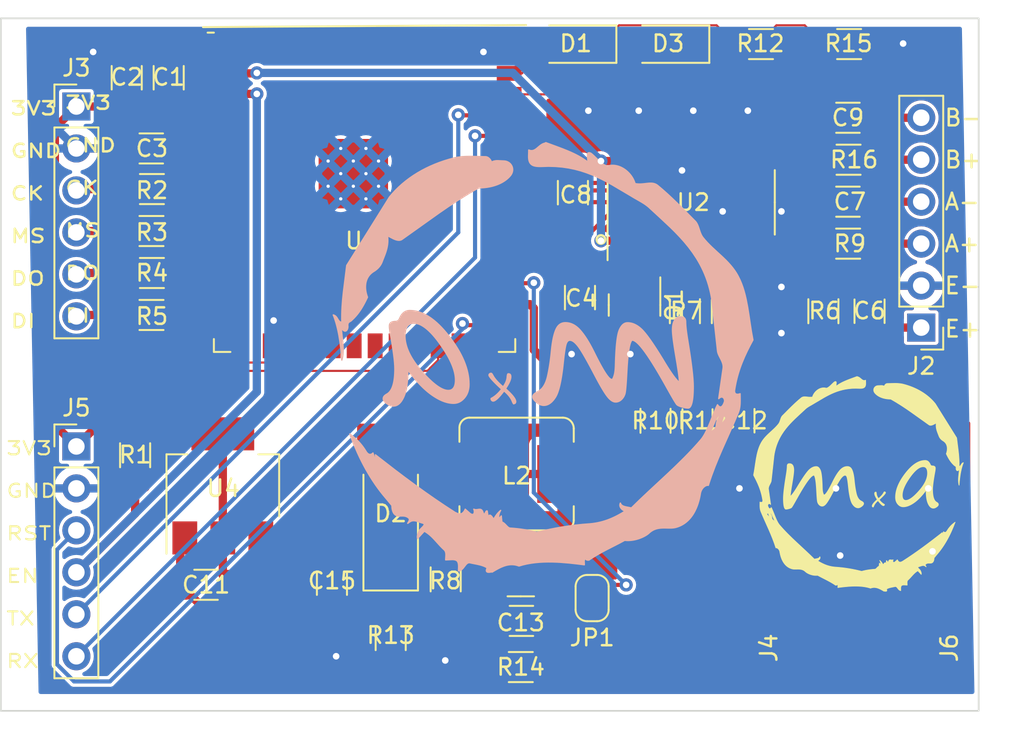
<source format=kicad_pcb>
(kicad_pcb (version 20221018) (generator pcbnew)
  (layers (0 "F.Cu" signal) (31 "B.Cu" signal) (34 "B.Paste" user) (35 "F.Paste" user) (36 "B.SilkS" user "B.Silkscreen") (37 "F.SilkS" user "F.Silkscreen") (38 "B.Mask" user) (39 "F.Mask" user) (44 "Edge.Cuts" user))
  (net 0 "")
  (net 1 "+3V3")
  (net 2 "EN")
  (net 3 "Net-(U2-VBG)")
  (net 4 "Net-(U2-INA+)")
  (net 5 "Net-(U2-XI)")
  (net 6 "XTAL")
  (net 7 "+BATT")
  (net 8 "+5V")
  (net 9 "TX")
  (net 10 "RX")
  (net 11 "A-")
  (net 12 "Net-(U2-INB+)")
  (net 13 "MTCK")
  (net 14 "MTMS")
  (net 15 "MTDO")
  (net 16 "MTDI")
  (net 17 "Net-(U2-VFB)")
  (net 18 "E-")
  (net 19 "E+")
  (net 20 "B-")
  (net 21 "Net-(D2-A)")
  (net 22 "Net-(J3-Pin_3)")
  (net 23 "Net-(J3-Pin_4)")
  (net 24 "Net-(J3-Pin_5)")
  (net 25 "Net-(J3-Pin_6)")
  (net 26 "RST")
  (net 27 "Net-(Q1-B)")
  (net 28 "A+")
  (net 29 "Net-(U3-FB)")
  (net 30 "B+")
  (net 34 "DOUT")
  (net 35 "XTAL_EN")
  (net 40 "BATT_REF")
  (net 41 "CONV_EN")
  (net 50 "IO22")
  (net 51 "IO23")
  (net 53 "Net-(D1-K)")
  (net 54 "Net-(D3-K)")
  (net 55 "HX711_SCK")
  (footprint "Capacitor_SMD:C_1206_3216Metric_Pad1.33x1.80mm_HandSolder" (layer "F.Cu") (at 55.6 66.947987 90)
    (fp_text reference "C15")
    (fp_text value "22uF")
  )
  (footprint "Resistor_SMD:R_1206_3216Metric_Pad1.30x1.75mm_HandSolder" (layer "F.Cu") (at 44.704 43.098)
    (fp_text reference "R2")
    (fp_text value "100R")
  )
  (footprint "Resistor_SMD:R_1206_3216Metric_Pad1.30x1.75mm_HandSolder" (layer "F.Cu") (at 44.704 48.178)
    (fp_text reference "R4")
    (fp_text value "100R")
  )
  (footprint "Resistor_SMD:R_1206_3216Metric_Pad1.30x1.75mm_HandSolder" (layer "F.Cu") (at 77.724 57.15 -90)
    (fp_text reference "R11")
    (fp_text value "330K")
  )
  (footprint "Resistor_SMD:R_1206_3216Metric_Pad1.30x1.75mm_HandSolder" (layer "F.Cu") (at 44.678 45.638)
    (fp_text reference "R3")
    (fp_text value "100R")
  )
  (footprint "Diode_SMD:D_1206_3216Metric_Pad1.42x1.75mm_HandSolder" (layer "F.Cu") (at 70.354713 34.323213 180)
    (fp_text reference "D1")
    (fp_text value "LED")
  )
  (footprint "Inductor_SMD:L_Bourns_SRP7028A_7.3x6.6mm" (layer "F.Cu") (at 66.776 60.343987 180)
    (fp_text reference "L2")
    (fp_text value "22uH")
  )
  (footprint "Capacitor_SMD:C_1206_3216Metric_Pad1.33x1.80mm_HandSolder" (layer "F.Cu") (at 80.264 57.12 -90)
    (fp_text reference "C12")
    (fp_text value "100nF")
  )
  (footprint "Capacitor_SMD:C_1206_3216Metric_Pad1.33x1.80mm_HandSolder" (layer "F.Cu") (at 43.18 36.3605 90)
    (fp_text reference "C2")
    (fp_text value "10uF")
  )
  (footprint "RF_Module:ESP32-WROOM-32" (layer "F.Cu") (at 57.575 43.075)
    (fp_text reference "U1")
    (fp_text value "ESP32-WROOM-32")
  )
  (footprint "Package_TO_SOT_SMD:SOT-23" (layer "F.Cu") (at 73.914 50.1165 -90)
    (fp_text reference "Q1")
    (fp_text value "S9015")
  )
  (footprint "Connector_Wire:SolderWirePad_1x01_SMD_5x10mm" (layer "F.Cu") (at 89.154 70.866 -90)
    (fp_text reference "J6")
    (fp_text value "Conn_01x01_Pin")
  )
  (footprint "Capacitor_SMD:C_1206_3216Metric_Pad1.33x1.80mm_HandSolder" (layer "F.Cu") (at 79.502 50.5045 90)
    (fp_text reference "C5")
    (fp_text value "0.1uF")
  )
  (footprint "Capacitor_SMD:C_1206_3216Metric_Pad1.33x1.80mm_HandSolder" (layer "F.Cu") (at 67.0685 69.233987)
    (fp_text reference "C13")
    (fp_text value "22uF")
  )
  (footprint "Connector_PinHeader_2.54mm:PinHeader_1x06_P2.54mm_Vertical" (layer "F.Cu") (at 40.132 38.1)
    (fp_text reference "J3")
    (fp_text value "JTAG")
  )
  (footprint "Capacitor_SMD:C_1206_3216Metric_Pad1.33x1.80mm_HandSolder" (layer "F.Cu") (at 47.979999 67.048)
    (fp_text reference "C11")
    (fp_text value "22uF")
  )
  (footprint "Capacitor_SMD:C_1206_3216Metric_Pad1.33x1.80mm_HandSolder" (layer "F.Cu") (at 86.8295 43.862)
    (fp_text reference "C7")
    (fp_text value "0.1uF")
  )
  (footprint "Package_SO:SOP-16_3.9x9.9mm_P1.27mm" (layer "F.Cu") (at 77.343 43.902 90)
    (fp_text reference "U2")
    (fp_text value "HX711")
  )
  (footprint "Capacitor_SMD:C_1206_3216Metric_Pad1.33x1.80mm_HandSolder" (layer "F.Cu") (at 45.72 36.3605 90)
    (fp_text reference "C1")
    (fp_text value "0.1uF")
  )
  (footprint "Resistor_SMD:R_1206_3216Metric_Pad1.30x1.75mm_HandSolder" (layer "F.Cu") (at 59.156 70.275987 -90)
    (fp_text reference "R13")
    (fp_text value "15K")
  )
  (footprint "Resistor_SMD:R_1206_3216Metric_Pad1.30x1.75mm_HandSolder" (layer "F.Cu") (at 67.03 72.027987 180)
    (fp_text reference "R14")
    (fp_text value "10K")
  )
  (footprint "Capacitor_SMD:C_1206_3216Metric_Pad1.33x1.80mm_HandSolder" (layer "F.Cu") (at 86.8295 38.782)
    (fp_text reference "C9")
    (fp_text value "0.1uF")
  )
  (footprint "Diode_SMD:D_SMA_Handsoldering" (layer "F.Cu") (at 59.156 62.883987 90)
    (fp_text reference "D2")
    (fp_text value "SS34")
  )
  (footprint "Jumper:SolderJumper-2_P1.3mm_Bridged_RoundedPad1.0x1.5mm" (layer "F.Cu") (at 71.348 67.851987 -90)
    (fp_text reference "JP1")
    (fp_text value "Jumper_2_Bridged")
  )
  (footprint "Resistor_SMD:R_1206_3216Metric_Pad1.30x1.75mm_HandSolder" (layer "F.Cu") (at 62.484 66.719987 -90)
    (fp_text reference "R8")
    (fp_text value "110K")
  )
  (footprint "Connector_Wire:SolderWirePad_1x01_SMD_5x10mm" (layer "F.Cu") (at 78.232 70.866 -90)
    (fp_text reference "J4")
    (fp_text value "Conn_01x01_Pin")
  )
  (footprint "Resistor_SMD:R_1206_3216Metric_Pad1.30x1.75mm_HandSolder" (layer "F.Cu") (at 43.688 59.208 -90)
    (fp_text reference "R1")
    (fp_text value "10K")
  )
  (footprint "Resistor_SMD:R_1206_3216Metric_Pad1.30x1.75mm_HandSolder" (layer "F.Cu") (at 81.567213 34.323213 180)
    (fp_text reference "R12")
    (fp_text value "330R")
  )
  (footprint "Resistor_SMD:R_1206_3216Metric_Pad1.30x1.75mm_HandSolder" (layer "F.Cu") (at 76.962 50.492 -90)
    (fp_text reference "R7")
    (fp_text value "8K2")
  )
  (footprint "Resistor_SMD:R_1206_3216Metric_Pad1.30x1.75mm_HandSolder" (layer "F.Cu") (at 86.868 41.322 180)
    (fp_text reference "R16")
    (fp_text value "1K2")
  )
  (footprint "Resistor_SMD:R_1206_3216Metric_Pad1.30x1.75mm_HandSolder" (layer "F.Cu") (at 85.344 50.492 90)
    (fp_text reference "R6")
    (fp_text value "10K")
  )
  (footprint "Package_TO_SOT_SMD:SOT-223-3_TabPin2" (layer "F.Cu") (at 48.995999 61.062 90)
    (fp_text reference "U4")
    (fp_text value "AMS1117-3.3")
  )
  (footprint "Connector_PinHeader_2.54mm:PinHeader_1x06_P2.54mm_Vertical" (layer "F.Cu") (at 91.266 51.482 180)
    (fp_text reference "J2")
    (fp_text value "Conn_01x04_Pin")
  )
  (footprint "Capacitor_SMD:C_1206_3216Metric_Pad1.33x1.80mm_HandSolder" (layer "F.Cu") (at 88.138 50.492 -90)
    (fp_text reference "C6")
    (fp_text value "10uF")
  )
  (footprint "Capacitor_SMD:C_1206_3216Metric_Pad1.33x1.80mm_HandSolder" (layer "F.Cu") (at 70.612 49.6655 -90)
    (fp_text reference "C4")
    (fp_text value "10uF")
  )
  (footprint "Diode_SMD:D_1206_3216Metric_Pad1.42x1.75mm_HandSolder" (layer "F.Cu") (at 75.979213 34.323213 180)
    (fp_text reference "D3")
    (fp_text value "LED")
  )
  (footprint "Package_TO_SOT_SMD:SOT-23-6" (layer "F.Cu") (at 67.03 66.185987)
    (fp_text reference "U3")
    (fp_text value "MT3608")
  )
  (footprint "Capacitor_SMD:C_1206_3216Metric_Pad1.33x1.80mm_HandSolder" (layer "F.Cu") (at 70.184 43.3155 -90)
    (fp_text reference "C8")
    (fp_text value "22pF")
  )
  (footprint "Connector_PinHeader_2.54mm:PinHeader_1x06_P2.54mm_Vertical" (layer "F.Cu") (at 40.132 58.674)
    (fp_text reference "J5")
    (fp_text value "UART")
  )
  (footprint "Resistor_SMD:R_1206_3216Metric_Pad1.30x1.75mm_HandSolder" (layer "F.Cu") (at 44.678 50.718)
    (fp_text reference "R5")
    (fp_text value "100R")
  )
  (footprint "Resistor_SMD:R_1206_3216Metric_Pad1.30x1.75mm_HandSolder" (layer "F.Cu") (at 86.842 46.402 180)
    (fp_text reference "R9")
    (fp_text value "1K2")
  )
  (footprint "Resistor_SMD:R_1206_3216Metric_Pad1.30x1.75mm_HandSolder" (layer "F.Cu") (at 86.901213 34.323213)
    (fp_text reference "R15")
    (fp_text value "330R")
  )
  (footprint "Resistor_SMD:R_1206_3216Metric_Pad1.30x1.75mm_HandSolder" (layer "F.Cu") (at 75.184 57.124 90)
    (fp_text reference "R10")
    (fp_text value "1M")
  )
  (footprint "Capacitor_SMD:C_1206_3216Metric_Pad1.33x1.80mm_HandSolder" (layer "F.Cu") (at 44.6655 40.64)
    (fp_text reference "C3")
    (fp_text value "0.1uF")
  )
  (gr_poly (pts (xy 63.724538 41.125088) (xy 63.606818 41.130788) (xy 63.488177 41.139522) (xy 63.368451 41.151722) (xy 63.247479 41.167822) (xy 63.125098 41.188255) (xy 63.001146 41.213454) (xy 62.699201 41.294461) (xy 62.403593 41.38489) (xy 62.114594 41.484633) (xy 61.832473 41.593583) (xy 61.557501 41.711631) (xy 61.28995 41.838669) (xy 61.030089 41.974588) (xy 60.778189 42.119281) (xy 60.534522 42.27264) (xy 60.299357 42.434556) (xy 60.072966 42.604921) (xy 59.855618 42.783628) (xy 59.647586 42.970567) (xy 59.449138 43.165632) (xy 59.260547 43.368713) (xy 59.082083 43.579702) (xy 56.493984 47.720616) (xy 56.290655 49.356644) (xy 56.246318 49.791651) (xy 56.213245 50.237057) (xy 56.202288 50.46366) (xy 56.195772 50.692861) (xy 56.194239 50.924662) (xy 56.198232 51.159061) (xy 56.174813 51.157998) (xy 56.153012 51.154891) (xy 56.132715 51.149861) (xy 56.113806 51.14303) (xy 56.096169 51.13452) (xy 56.079691 51.124453) (xy 56.064255 51.112951) (xy 56.049747 51.100135) (xy 56.036052 51.086128) (xy 56.023054 51.071051) (xy 56.010639 51.055026) (xy 55.998691 51.038175) (xy 55.975736 51.002483) (xy 55.95327 50.96495) (xy 55.930371 50.926549) (xy 55.906119 50.888256) (xy 55.893198 50.869455) (xy 55.879593 50.851046) (xy 55.86519 50.833152) (xy 55.849873 50.815893) (xy 55.833526 50.799393) (xy 55.816036 50.783773) (xy 55.797287 50.769155) (xy 55.777164 50.75566) (xy 55.755551 50.743411) (xy 55.732334 50.732529) (xy 55.707398 50.723137) (xy 55.680627 50.715355) (xy 55.734366 50.856161) (xy 55.78475 51.001245) (xy 55.831885 51.150554) (xy 55.875881 51.304033) (xy 55.916844 51.461628) (xy 55.954884 51.623284) (xy 55.990108 51.788949) (xy 56.022624 51.958567) (xy 56.079964 52.309446) (xy 56.12777 52.675489) (xy 56.166904 53.056262) (xy 56.198232 53.451332) (xy 56.228687 53.337116) (xy 56.251236 53.216997) (xy 56.266635 53.092005) (xy 56.275644 52.963168) (xy 56.279019 52.831515) (xy 56.277521 52.698076) (xy 56.271906 52.563879) (xy 56.262932 52.429954) (xy 56.161242 51.491802) (xy 56.185182 51.527898) (xy 56.208465 51.560027) (xy 56.231085 51.588337) (xy 56.253034 51.612978) (xy 56.274305 51.634097) (xy 56.294893 51.651846) (xy 56.31479 51.666371) (xy 56.33399 51.677823) (xy 56.352485 51.68635) (xy 56.370269 51.692101) (xy 56.387336 51.695225) (xy 56.403678 51.695871) (xy 56.419288 51.694189) (xy 56.434161 51.690326) (xy 56.448289 51.684432) (xy 56.461665 51.676656) (xy 56.474283 51.667147) (xy 56.486136 51.656054) (xy 56.497217 51.643525) (xy 56.50752 51.62971) (xy 56.517037 51.614758) (xy 56.525762 51.598818) (xy 56.533688 51.582038) (xy 56.540808 51.564567) (xy 56.547116 51.546555) (xy 56.552605 51.528151) (xy 56.557268 51.509503) (xy 56.561099 51.490761) (xy 56.566234 51.453588) (xy 56.567526 51.435455) (xy 56.567958 51.417823) (xy 56.565025 51.391057) (xy 56.563135 51.366151) (xy 56.562247 51.343019) (xy 56.56232 51.321572) (xy 56.563314 51.301722) (xy 56.565188 51.283382) (xy 56.567902 51.266463) (xy 56.571414 51.250877) (xy 56.575685 51.236536) (xy 56.580674 51.223354) (xy 56.586339 51.21124) (xy 56.592642 51.200108) (xy 56.59954 51.189869) (xy 56.606993 51.180436) (xy 56.614961 51.171721) (xy 56.623403 51.163635) (xy 56.632279 51.156091) (xy 56.641547 51.149) (xy 56.6611 51.135827) (xy 56.703133 51.111055) (xy 56.724964 51.098048) (xy 56.746904 51.083688) (xy 56.768629 51.067271) (xy 56.779309 51.058072) (xy 56.789813 51.048095) (xy 56.864384 50.978292) (xy 56.935758 50.907352) (xy 57.004206 50.835003) (xy 57.069999 50.760975) (xy 57.133408 50.684998) (xy 57.194704 50.606801) (xy 57.254158 50.526112) (xy 57.312041 50.442662) (xy 57.368623 50.356179) (xy 57.424176 50.266394) (xy 57.47897 50.173034) (xy 57.533277 50.07583) (xy 57.587366 49.974511) (xy 57.64151 49.868807) (xy 57.695979 49.758446) (xy 57.751044 49.643157) (xy 57.718232 49.550577) (xy 57.68959 49.45361) (xy 57.665822 49.353068) (xy 57.647632 49.249764) (xy 57.635725 49.144509) (xy 57.630804 49.038117) (xy 57.633574 48.931399) (xy 57.644739 48.825168) (xy 57.65369 48.772489) (xy 57.665003 48.720237) (xy 57.678767 48.668512) (xy 57.69507 48.617418) (xy 57.714 48.567054) (xy 57.735645 48.517522) (xy 57.760092 48.468925) (xy 57.78743 48.421364) (xy 57.817748 48.37494) (xy 57.851132 48.329754) (xy 57.887671 48.285909) (xy 57.927453 48.243506) (xy 57.970566 48.202647) (xy 58.017097 48.163432) (xy 58.067136 48.125964) (xy 58.12077 48.090344) (xy 58.15583 48.068677) (xy 58.19154 48.045221) (xy 58.227683 48.019924) (xy 58.264043 47.99273) (xy 58.300403 47.963586) (xy 58.336546 47.932436) (xy 58.372256 47.899228) (xy 58.407315 47.863907) (xy 58.441507 47.826418) (xy 58.474616 47.786708) (xy 58.506425 47.744722) (xy 58.536716 47.700407) (xy 58.565273 47.653707) (xy 58.59188 47.604569) (xy 58.61632 47.552939) (xy 58.627659 47.526172) (xy 58.638375 47.498762) (xy 58.698164 47.342634) (xy 58.763155 47.178712) (xy 58.82815 47.006127) (xy 58.859024 46.916316) (xy 58.88795 46.824014) (xy 58.914276 46.729114) (xy 58.937353 46.631506) (xy 58.956532 46.531082) (xy 58.971162 46.427735) (xy 58.980593 46.321355) (xy 58.984175 46.211834) (xy 58.981259 46.099065) (xy 58.977161 46.041427) (xy 58.971195 45.982937) (xy 58.969541 45.967831) (xy 58.971408 45.956977) (xy 58.973611 45.953051) (xy 58.976634 45.950076) (xy 58.985054 45.946831) (xy 58.996508 45.946945) (xy 59.010833 45.950118) (xy 59.027865 45.956053) (xy 59.047444 45.964453) (xy 59.276212 46.084616) (xy 59.347486 46.118448) (xy 59.384341 46.134294) (xy 59.421792 46.149029) (xy 59.459677 46.162356) (xy 59.497832 46.173977) (xy 59.536095 46.183594) (xy 59.574304 46.190909) (xy 59.612297 46.195624) (xy 59.64991 46.197442) (xy 59.686981 46.196064) (xy 59.723349 46.191192) (xy 59.758849 46.182529) (xy 59.793321 46.169776) (xy 59.8266 46.152637) (xy 59.842743 46.142329) (xy 59.858526 46.130812) (xy 62.058384 44.564119) (xy 62.634342 44.16702) (xy 63.22763 43.775552) (xy 63.841712 43.393614) (xy 64.157635 43.207438) (xy 64.480055 43.025107) (xy 64.650314 43.021271) (xy 64.814399 43.010016) (xy 64.9722 42.991719) (xy 65.123609 42.966762) (xy 65.268519 42.935522) (xy 65.406822 42.898378) (xy 65.538408 42.855711) (xy 65.66317 42.807898) (xy 65.780999 42.755318) (xy 65.891787 42.698352) (xy 65.995427 42.637378) (xy 66.091809 42.572774) (xy 66.180825 42.50492) (xy 66.262368 42.434196) (xy 66.336328 42.360979) (xy 66.402599 42.28565) (xy 66.428818 42.25068) (xy 66.452059 42.215162) (xy 66.472376 42.179197) (xy 66.489824 42.142887) (xy 66.504455 42.106333) (xy 66.516324 42.069637) (xy 66.525486 42.032901) (xy 66.531995 41.996226) (xy 66.535904 41.959714) (xy 66.537267 41.923465) (xy 66.53614 41.887582) (xy 66.532576 41.852166) (xy 66.526628 41.817319) (xy 66.518352 41.783143) (xy 66.507802 41.749737) (xy 66.495031 41.717206) (xy 66.480093 41.685649) (xy 66.463043 41.655168) (xy 66.443936 41.625865) (xy 66.422824 41.597842) (xy 66.399762 41.5712) (xy 66.374804 41.54604) (xy 66.348005 41.522464) (xy 66.319418 41.500574) (xy 66.289098 41.480471) (xy 66.257099 41.462256) (xy 66.223474 41.446032) (xy 66.188279 41.431899) (xy 66.151566 41.41996) (xy 66.113391 41.410315) (xy 66.073807 41.403067) (xy 66.032869 41.398317) (xy 65.630775 41.379822) (xy 65.58076 41.380761) (xy 65.53134 41.383868) (xy 65.482679 41.389575) (xy 65.434938 41.398317) (xy 65.388279 41.410526) (xy 65.342866 41.426636) (xy 65.320677 41.43629) (xy 65.29886 41.447081) (xy 65.277435 41.459064) (xy 65.256424 41.472294) (xy 65.248207 41.444188) (xy 65.237499 41.41554) (xy 65.22441 41.386675) (xy 65.209046 41.357918) (xy 65.191518 41.329594) (xy 65.171932 41.302029) (xy 65.150397 41.275546) (xy 65.127022 41.250471) (xy 65.101915 41.227129) (xy 65.088746 41.216209) (xy 65.075185 41.205844) (xy 65.061244 41.196076) (xy 65.046939 41.186943) (xy 65.032282 41.178488) (xy 65.017286 41.17075) (xy 65.001966 41.16377) (xy 64.986335 41.157589) (xy 64.970406 41.152248) (xy 64.954194 41.147786) (xy 64.93771 41.144246) (xy 64.92097 41.141666) (xy 64.903987 41.140089) (xy 64.886774 41.139554) (xy 64.886777 41.139556) (xy 63.957862 41.121051)) (stroke (width 0.079374)) (fill solid) (layer "B.SilkS"))
  (gr_poly (pts (xy 68.473015 40.326119) (xy 68.438882 40.334319) (xy 68.405757 40.344909) (xy 68.373568 40.357678) (xy 68.342238 40.372417) (xy 68.311693 40.388916) (xy 68.281859 40.406965) (xy 68.252662 40.426355) (xy 68.224026 40.446875) (xy 68.168144 40.490466) (xy 68.113615 40.53606) (xy 68.00624 40.626544) (xy 67.952201 40.668075) (xy 67.924833 40.687178) (xy 67.897134 40.704894) (xy 67.869029 40.721011) (xy 67.840443 40.735322) (xy 67.811303 40.747614) (xy 67.781533 40.75768) (xy 67.751059 40.765308) (xy 67.719807 40.770289) (xy 67.687703 40.772413) (xy 67.654671 40.771471) (xy 67.620637 40.767252) (xy 67.585528 40.759547) (xy 67.549268 40.748145) (xy 67.511783 40.732837) (xy 67.502536 41.111813) (xy 67.503006 41.156419) (xy 67.504559 41.20005) (xy 67.507413 41.242598) (xy 67.511783 41.283955) (xy 67.517888 41.324012) (xy 67.525943 41.362662) (xy 67.536166 41.399795) (xy 67.548773 41.435305) (xy 67.559809 41.462175) (xy 67.572092 41.487365) (xy 67.585567 41.510931) (xy 67.60018 41.532926) (xy 67.615876 41.553406) (xy 67.632602 41.572423) (xy 67.650303 41.590032) (xy 67.668925 41.606287) (xy 67.688414 41.621242) (xy 67.708715 41.634952) (xy 67.729775 41.64747) (xy 67.751539 41.658852) (xy 67.773953 41.66915) (xy 67.796963 41.678419) (xy 67.820514 41.686714) (xy 67.844553 41.694088) (xy 67.893877 41.70629) (xy 67.944499 41.71546) (xy 67.995988 41.722031) (xy 68.047908 41.726436) (xy 68.099828 41.729107) (xy 68.151312 41.730479) (xy 68.251242 41.731057) (xy 68.703845 41.71687) (xy 69.133809 41.728461) (xy 69.542761 41.763882) (xy 69.932323 41.821183) (xy 70.304122 41.898413) (xy 70.659781 41.993624) (xy 71.000925 42.104866) (xy 71.329179 42.230188) (xy 71.646168 42.367642) (xy 71.953516 42.515277) (xy 72.252848 42.671144) (xy 72.545789 42.833294) (xy 73.686131 43.505724) (xy 73.840091 43.599756) (xy 73.995781 43.689451) (xy 74.305424 43.866236) (xy 74.455915 43.958524) (xy 74.529321 44.006779) (xy 74.601212 44.056876) (xy 74.671371 44.109138) (xy 74.739582 44.163891) (xy 74.805629 44.221461) (xy 74.869295 44.282171) (xy 75.469514 44.834451) (xy 76.066266 45.39366) (xy 76.357926 45.681279) (xy 76.642221 45.97713) (xy 76.916984 46.283379) (xy 77.180049 46.602193) (xy 77.42925 46.935737) (xy 77.662421 47.28618) (xy 77.772317 47.468415) (xy 77.877394 47.655687) (xy 77.97738 47.848266) (xy 78.072005 48.046424) (xy 78.160997 48.250432) (xy 78.244086 48.460559) (xy 78.321001 48.677077) (xy 78.391472 48.900257) (xy 78.455227 49.13037) (xy 78.511995 49.367686) (xy 78.561507 49.612476) (xy 78.603491 49.865011) (xy 78.936231 52.896739) (xy 78.94065 52.927936) (xy 78.946876 52.959146) (xy 78.954768 52.990383) (xy 78.964183 53.021661) (xy 78.987013 53.084393) (xy 79.014229 53.14745) (xy 79.044695 53.21094) (xy 79.077273 53.274973) (xy 79.144213 53.405096) (xy 79.176302 53.471404) (xy 79.205953 53.538687) (xy 79.232028 53.607054) (xy 79.24337 53.641678) (xy 79.253391 53.676613) (xy 79.26195 53.711873) (xy 79.268904 53.747472) (xy 79.274112 53.783423) (xy 79.27743 53.81974) (xy 79.278718 53.856436) (xy 79.277832 53.893525) (xy 79.27463 53.931021) (xy 79.268971 53.968936) (xy 79.010209 55.780592) (xy 79.034146 55.758035) (xy 79.057414 55.738803) (xy 79.079991 55.722753) (xy 79.101856 55.709743) (xy 79.12299 55.699631) (xy 79.143373 55.692275) (xy 79.162983 55.687533) (xy 79.181801 55.685262) (xy 79.199807 55.68532) (xy 79.216979 55.687565) (xy 79.233298 55.691855) (xy 79.248744 55.698048) (xy 79.263296 55.706001) (xy 79.276934 55.715571) (xy 79.289637 55.726618) (xy 79.301386 55.738999) (xy 79.312159 55.752571) (xy 79.321937 55.767193) (xy 79.3307 55.782722) (xy 79.338426 55.799015) (xy 79.345097 55.815932) (xy 79.35069 55.833329) (xy 79.355187 55.851064) (xy 79.358567 55.868996) (xy 79.360809 55.886981) (xy 79.361893 55.904878) (xy 79.361799 55.922545) (xy 79.360507 55.939839) (xy 79.357996 55.956618) (xy 79.354246 55.97274) (xy 79.349237 55.988063) (xy 79.342948 56.002445) (xy 79.323952 56.054283) (xy 79.31069 56.085781) (xy 79.294992 56.119122) (xy 79.276911 56.152896) (xy 79.256502 56.185696) (xy 79.233818 56.216114) (xy 79.22164 56.22999) (xy 79.208914 56.242742) (xy 79.195646 56.254194) (xy 79.181843 56.26417) (xy 79.167512 56.272495) (xy 79.15266 56.278992) (xy 79.137293 56.283485) (xy 79.121419 56.285799) (xy 79.105043 56.285756) (xy 79.088173 56.283182) (xy 79.070816 56.2779) (xy 79.052978 56.269734) (xy 79.034665 56.258508) (xy 79.015886 56.244047) (xy 78.996646 56.226173) (xy 78.976952 56.204712) (xy 78.956812 56.179486) (xy 78.936231 56.150321) (xy 78.88075 56.260102) (xy 78.825104 56.380389) (xy 78.712672 56.645985) (xy 78.478704 57.231765) (xy 78.354571 57.525953) (xy 78.29015 57.667684) (xy 78.223943 57.803674) (xy 78.155788 57.932299) (xy 78.085522 58.051932) (xy 78.012984 58.16095) (xy 77.938011 58.257727) (xy 77.698142 58.533326) (xy 77.450581 58.805673) (xy 77.196306 59.074987) (xy 76.936289 59.341484) (xy 76.402931 59.866894) (xy 75.858307 60.383637) (xy 74.766454 61.398063) (xy 74.234822 61.899216) (xy 73.723119 62.398641) (xy 73.602022 62.37379) (xy 73.489155 62.352407) (xy 73.385818 62.331026) (xy 73.33813 62.319253) (xy 73.293313 62.30618) (xy 73.251529 62.291374) (xy 73.212941 62.274402) (xy 73.177712 62.254831) (xy 73.161408 62.243935) (xy 73.146004 62.232226) (xy 73.131521 62.219651) (xy 73.11798 62.206155) (xy 73.1054 62.191685) (xy 73.093803 62.176185) (xy 73.083207 62.159602) (xy 73.073635 62.141881) (xy 73.065105 62.122969) (xy 73.057638 62.102811) (xy 73.048206 62.123605) (xy 73.040655 62.144364) (xy 73.034918 62.165056) (xy 73.030928 62.185646) (xy 73.028615 62.206101) (xy 73.027914 62.226386) (xy 73.028755 62.246468) (xy 73.031073 62.266314) (xy 73.034798 62.285888) (xy 73.039863 62.305158) (xy 73.046201 62.324089) (xy 73.053743 62.342648) (xy 73.062423 62.360801) (xy 73.072172 62.378514) (xy 73.082923 62.395753) (xy 73.094608 62.412484) (xy 73.107159 62.428673) (xy 73.120509 62.444287) (xy 73.134591 62.459292) (xy 73.149335 62.473654) (xy 73.180545 62.500312) (xy 73.213596 62.523992) (xy 73.247947 62.544422) (xy 73.283058 62.561331) (xy 73.300728 62.568382) (xy 73.318386 62.57445) (xy 73.335962 62.579503) (xy 73.35339 62.583507) (xy 73.127794 62.719987) (xy 73.011856 62.786115) (xy 72.893536 62.850401) (xy 72.772617 62.91252) (xy 72.648882 62.972147) (xy 72.522115 63.028957) (xy 72.392099 63.082626) (xy 72.258617 63.132828) (xy 72.121452 63.179238) (xy 71.980389 63.221531) (xy 71.835209 63.259383) (xy 71.685696 63.292468) (xy 71.531634 63.320462) (xy 71.372806 63.343039) (xy 71.208995 63.359874) (xy 70.782647 63.392741) (xy 70.363235 63.435571) (xy 69.950757 63.487932) (xy 69.545216 63.549391) (xy 69.146609 63.619515) (xy 68.754938 63.697873) (xy 68.370203 63.784031) (xy 67.992403 63.877557) (xy 67.798229 63.825495) (xy 67.603622 63.779929) (xy 67.408148 63.740426) (xy 67.211373 63.706553) (xy 67.012864 63.677879) (xy 66.812188 63.653969) (xy 66.608912 63.634393) (xy 66.402601 63.618717) (xy 66.385481 63.617866) (xy 66.368761 63.615377) (xy 66.352406 63.611345) (xy 66.336383 63.605864) (xy 66.320659 63.599029) (xy 66.305198 63.590935) (xy 66.289968 63.581677) (xy 66.274934 63.571349) (xy 66.260062 63.560047) (xy 66.24532 63.547864) (xy 66.216085 63.521238) (xy 66.186959 63.492228) (xy 66.15767 63.461594) (xy 66.09752 63.398482) (xy 66.066118 63.367521) (xy 66.03347 63.337968) (xy 66.016594 63.323956) (xy 65.999305 63.31058) (xy 65.981568 63.297935) (xy 65.963351 63.286115) (xy 65.944619 63.275217) (xy 65.925338 63.265333) (xy 65.905475 63.256559) (xy 65.884996 63.24899) (xy 65.848008 62.879261) (xy 65.827963 62.908211) (xy 65.809407 62.932795) (xy 65.792315 62.953196) (xy 65.776657 62.969596) (xy 65.762408 62.982178) (xy 65.74954 62.991124) (xy 65.738026 62.996618) (xy 65.727839 62.998843) (xy 65.718952 62.997981) (xy 65.711338 62.994214) (xy 65.704969 62.987726) (xy 65.69982 62.9787) (xy 65.695861 62.967318) (xy 65.693068 62.953762) (xy 65.691411 62.938217) (xy 65.690865 62.920864) (xy 65.691402 62.901886) (xy 65.692995 62.881466) (xy 65.699241 62.837031) (xy 65.709387 62.789021) (xy 65.723215 62.738898) (xy 65.740509 62.688125) (xy 65.761052 62.638163) (xy 65.772474 62.613943) (xy 65.784627 62.590474) (xy 65.797484 62.56794) (xy 65.811018 62.546522) (xy 65.764598 62.587686) (xy 65.722188 62.627984) (xy 65.683463 62.667414) (xy 65.648096 62.705977) (xy 65.615764 62.743674) (xy 65.586141 62.780503) (xy 65.558902 62.816466) (xy 65.533722 62.851561) (xy 65.488238 62.919152) (xy 65.447089 62.983274) (xy 65.407674 63.043929) (xy 65.387803 63.072956) (xy 65.367391 63.101116) (xy 65.366543 63.08989) (xy 65.36407 63.077147) (xy 65.354683 63.047977) (xy 65.340097 63.01534) (xy 65.321179 62.980969) (xy 65.298794 62.946597) (xy 65.27381 62.913957) (xy 65.247091 62.884783) (xy 65.233353 62.872037) (xy 65.219506 62.860807) (xy 65.205659 62.851311) (xy 65.191919 62.843763) (xy 65.178397 62.838382) (xy 65.165198 62.835384) (xy 65.152433 62.834986) (xy 65.140209 62.837403) (xy 65.128634 62.842853) (xy 65.117818 62.851553) (xy 65.107867 62.863719) (xy 65.098891 62.879567) (xy 65.090997 62.899315) (xy 65.084295 62.923179) (xy 65.078892 62.951375) (xy 65.074896 62.984121) (xy 65.072416 63.021632) (xy 65.07156 63.064127) (xy 64.997662 62.583511) (xy 64.987479 62.578159) (xy 64.977701 62.575806) (xy 64.968302 62.576203) (xy 64.959255 62.579097) (xy 64.950532 62.58424) (xy 64.942107 62.59138) (xy 64.933953 62.600267) (xy 64.926042 62.610651) (xy 64.910843 62.634904) (xy 64.896292 62.662138) (xy 64.868271 62.717525) (xy 64.854367 62.741671) (xy 64.847347 62.75198) (xy 64.840246 62.76078) (xy 64.833036 62.767819) (xy 64.825691 62.772847) (xy 64.818182 62.775613) (xy 64.810485 62.775868) (xy 64.80257 62.77336) (xy 64.794411 62.767839) (xy 64.785981 62.759054) (xy 64.777254 62.746756) (xy 64.768201 62.730693) (xy 64.758795 62.710614) (xy 64.749011 62.686271) (xy 64.73882 62.657411) (xy 64.728103 62.62792) (xy 64.716755 62.601719) (xy 64.704799 62.578632) (xy 64.692253 62.558483) (xy 64.679138 62.541095) (xy 64.665474 62.526294) (xy 64.651283 62.513902) (xy 64.636583 62.503744) (xy 64.621395 62.495644) (xy 64.605741 62.489426) (xy 64.589639 62.484914) (xy 64.573111 62.481932) (xy 64.556176 62.480304) (xy 64.538855 62.479854) (xy 64.521168 62.480405) (xy 64.503136 62.481783) (xy 64.466117 62.486312) (xy 64.427961 62.492033) (xy 64.388828 62.497538) (xy 64.348884 62.501419) (xy 64.328657 62.50231) (xy 64.308289 62.502268) (xy 64.287798 62.501116) (xy 64.267206 62.498677) (xy 64.246533 62.494777) (xy 64.225798 62.489239) (xy 64.205023 62.481887) (xy 64.184228 62.472545) (xy 64.190835 62.486823) (xy 64.196771 62.501852) (xy 64.206551 62.533706) (xy 64.213406 62.567186) (xy 64.217173 62.601371) (xy 64.21769 62.63534) (xy 64.216679 62.651955) (xy 64.214795 62.668172) (xy 64.212017 62.683874) (xy 64.208325 62.698947) (xy 64.203699 62.713275) (xy 64.198118 62.726743) (xy 64.191562 62.739237) (xy 64.184012 62.75064) (xy 64.175446 62.760839) (xy 64.165844 62.769717) (xy 64.155186 62.77716) (xy 64.143452 62.783053) (xy 64.130621 62.78728) (xy 64.116674 62.789727) (xy 64.101589 62.790277) (xy 64.085347 62.788818) (xy 64.067928 62.785232) (xy 64.04931 62.779405) (xy 64.029474 62.771222) (xy 64.008399 62.760568) (xy 63.986066 62.747327) (xy 63.962453 62.731385) (xy 63.666622 62.472545) (xy 63.648974 62.512323) (xy 63.630724 62.548554) (xy 63.611918 62.581373) (xy 63.592606 62.610915) (xy 63.572833 62.637315) (xy 63.552647 62.660709) (xy 63.532095 62.681233) (xy 63.511226 62.699021) (xy 63.490086 62.71421) (xy 63.468722 62.726934) (xy 63.447183 62.737329) (xy 63.425515 62.74553) (xy 63.403766 62.751674) (xy 63.381983 62.755894) (xy 63.360214 62.758327) (xy 63.338506 62.759108) (xy 63.316906 62.758372) (xy 63.295462 62.756255) (xy 63.274221 62.752892) (xy 63.253231 62.748419) (xy 63.212191 62.736683) (xy 63.172721 62.722129) (xy 63.135201 62.705842) (xy 63.10001 62.688905) (xy 63.038131 62.657411) (xy 62.428229 62.260902) (xy 61.819194 61.84923) (xy 61.211893 61.424559) (xy 60.607193 60.989056) (xy 60.00596 60.544888) (xy 59.409062 60.094221) (xy 58.231737 59.182055) (xy 58.268724 59.66267) (xy 58.083861 59.071087) (xy 58.066639 59.087455) (xy 58.049641 59.10194) (xy 58.032873 59.114612) (xy 58.016342 59.125536) (xy 58.000055 59.134782) (xy 57.984019 59.142417) (xy 57.968239 59.148508) (xy 57.952724 59.153124) (xy 57.93748 59.156332) (xy 57.922513 59.158199) (xy 57.907831 59.158793) (xy 57.893439 59.158183) (xy 57.879345 59.156435) (xy 57.865556 59.153618) (xy 57.852079 59.149799) (xy 57.838919 59.145045) (xy 57.826085 59.139426) (xy 57.813581 59.133007) (xy 57.801417 59.125858) (xy 57.789597 59.118045) (xy 57.767021 59.100699) (xy 57.745905 59.081513) (xy 57.726306 59.061027) (xy 57.708276 59.039784) (xy 57.69187 59.018324) (xy 57.677142 58.997189) (xy 57.634652 58.927874) (xy 57.590267 58.858613) (xy 57.543824 58.789461) (xy 57.495162 58.720471) (xy 57.444117 58.651698) (xy 57.390527 58.583195) (xy 57.334228 58.515018) (xy 57.275059 58.44722) (xy 57.212857 58.379856) (xy 57.147459 58.312979) (xy 57.078702 58.246644) (xy 57.006424 58.180905) (xy 56.930462 58.115816) (xy 56.850653 58.051432) (xy 56.766835 57.987806) (xy 56.678845 57.924992) (xy 56.90603 58.505788) (xy 57.144478 59.056688) (xy 57.268196 59.321333) (xy 57.395055 59.578992) (xy 57.525164 59.829828) (xy 57.658629 60.074001) (xy 57.795561 60.311676) (xy 57.936067 60.543013) (xy 58.080255 60.768177) (xy 58.228234 60.987328) (xy 58.380113 61.20063) (xy 58.535999 61.408245) (xy 58.696001 61.610336) (xy 58.860228 61.807064) (xy 59.229955 62.25077) (xy 59.230858 62.300078) (xy 59.233711 62.350577) (xy 59.238731 62.401725) (xy 59.246135 62.452979) (xy 59.256138 62.5038) (xy 59.268958 62.553645) (xy 59.284811 62.601972) (xy 59.303913 62.64824) (xy 59.326481 62.691907) (xy 59.339132 62.712596) (xy 59.352731 62.732431) (xy 59.367304 62.751346) (xy 59.38288 62.769272) (xy 59.399484 62.786142) (xy 59.417144 62.801888) (xy 59.435887 62.816441) (xy 59.45574 62.829736) (xy 59.47673 62.841703) (xy 59.498884 62.852275) (xy 59.52223 62.861385) (xy 59.546793 62.868964) (xy 59.572602 62.874945) (xy 59.599683 62.879261) (xy 59.613974 62.88231) (xy 59.62909 62.88458) (xy 59.661639 62.887136) (xy 59.697005 62.887632) (xy 59.734863 62.886774) (xy 59.816754 62.883809) (xy 59.860137 62.883111) (xy 59.904712 62.883875) (xy 59.950152 62.886806) (xy 59.996133 62.892607) (xy 60.019225 62.896805) (xy 60.04233 62.901984) (xy 60.065407 62.908232) (xy 60.088417 62.915639) (xy 60.111317 62.924291) (xy 60.134069 62.934278) (xy 60.15663 62.945686) (xy 60.178961 62.958604) (xy 60.20102 62.97312) (xy 60.222768 62.989323) (xy 60.244163 63.007299) (xy 60.265164 63.027137) (xy 60.274187 63.041414) (xy 60.280603 63.056435) (xy 60.284623 63.07208) (xy 60.286456 63.088226) (xy 60.286313 63.104751) (xy 60.284403 63.121534) (xy 60.280936 63.138453) (xy 60.276123 63.155385) (xy 60.270172 63.172209) (xy 60.263293 63.188803) (xy 60.247595 63.220814) (xy 60.230705 63.250442) (xy 60.214304 63.276712) (xy 60.189683 63.31528) (xy 60.184821 63.325627) (xy 60.184986 63.328139) (xy 60.187163 63.328716) (xy 60.19156 63.327234) (xy 60.198388 63.323572) (xy 60.220175 63.30922) (xy 60.302152 63.248992) (xy 60.326419 63.23273) (xy 60.350693 63.218545) (xy 60.37498 63.206352) (xy 60.399286 63.19606) (xy 60.42362 63.187583) (xy 60.447987 63.180832) (xy 60.472394 63.17572) (xy 60.496849 63.172158) (xy 60.521357 63.170058) (xy 60.545927 63.169333) (xy 60.570563 63.169894) (xy 60.595275 63.171654) (xy 60.644947 63.178416) (xy 60.694999 63.188915) (xy 61.115586 63.322969) (xy 61.134679 63.330331) (xy 61.150468 63.338518) (xy 61.163115 63.34749) (xy 61.172784 63.357206) (xy 61.179636 63.367626) (xy 61.183834 63.378709) (xy 61.185541 63.390414) (xy 61.184919 63.402701) (xy 61.18213 63.415529) (xy 61.177338 63.428858) (xy 61.170703 63.442647) (xy 61.16239 63.456855) (xy 61.15256 63.471443) (xy 61.141376 63.486368) (xy 61.115596 63.517071) (xy 61.086349 63.548641) (xy 61.054935 63.580752) (xy 60.990805 63.645297) (xy 60.960689 63.677083) (xy 60.933605 63.708111) (xy 60.921606 63.723239) (xy 60.910853 63.738057) (xy 60.901508 63.752522) (xy 60.893733 63.766595) (xy 60.866212 63.822121) (xy 60.839995 63.878081) (xy 60.827782 63.90636) (xy 60.816382 63.93491) (xy 60.805956 63.963786) (xy 60.796668 63.993042) (xy 60.788679 64.022733) (xy 60.782152 64.052912) (xy 60.777249 64.083634) (xy 60.774132 64.114954) (xy 60.772963 64.146925) (xy 60.773905 64.179601) (xy 60.77712 64.213039) (xy 60.782769 64.24729) (xy 61.189485 63.803584) (xy 61.234011 63.82849) (xy 61.277507 63.854635) (xy 61.361632 63.910396) (xy 61.442291 63.97038) (xy 61.519919 64.0341) (xy 61.594949 64.101069) (xy 61.667814 64.170799) (xy 61.738946 64.242803) (xy 61.808779 64.316594) (xy 62.083783 64.619881) (xy 62.153617 64.695296) (xy 62.224751 64.769574) (xy 62.297617 64.842228) (xy 62.37265 64.912771) (xy 62.389233 64.926955) (xy 62.40436 64.941762) (xy 62.418092 64.957165) (xy 62.43049 64.973137) (xy 62.441616 64.98965) (xy 62.45153 65.006679) (xy 62.460292 65.024194) (xy 62.467965 65.042171) (xy 62.474609 65.06058) (xy 62.480284 65.079396) (xy 62.485052 65.098591) (xy 62.488974 65.118138) (xy 62.494522 65.15818) (xy 62.497417 65.199304) (xy 62.498145 65.241295) (xy 62.497194 65.283935) (xy 62.492207 65.370294) (xy 62.486354 65.456648) (xy 62.484322 65.499281) (xy 62.483536 65.541262) (xy 62.876383 65.522767) (xy 62.92248 65.523706) (xy 62.967005 65.526813) (xy 63.009688 65.53252) (xy 63.050259 65.541261) (xy 63.088447 65.55347) (xy 63.106563 65.561011) (xy 63.123981 65.569581) (xy 63.140669 65.579234) (xy 63.156591 65.590026) (xy 63.171715 65.602009) (xy 63.186005 65.615239) (xy 63.195974 65.629317) (xy 63.20511 65.643815) (xy 63.213448 65.658719) (xy 63.221021 65.674016) (xy 63.227864 65.689692) (xy 63.234009 65.705734) (xy 63.244345 65.738861) (xy 63.252299 65.773288) (xy 63.258142 65.808907) (xy 63.262145 65.845611) (xy 63.264577 65.883289) (xy 63.26571 65.921834) (xy 63.265814 65.961138) (xy 63.264018 66.041588) (xy 63.261353 66.123772) (xy 63.259984 66.206823) (xy 63.29369 66.201875) (xy 63.325562 66.194111) (xy 63.355714 66.183747) (xy 63.384262 66.171) (xy 63.41132 66.156087) (xy 63.437005 66.139224) (xy 63.46143 66.120628) (xy 63.48471 66.100516) (xy 63.506962 66.079104) (xy 63.528299 66.056608) (xy 63.568693 66.009235) (xy 63.643573 65.911021) (xy 63.679902 65.863647) (xy 63.716716 65.819739) (xy 63.735593 65.799627) (xy 63.754937 65.78103) (xy 63.774863 65.764167) (xy 63.795486 65.749254) (xy 63.81692 65.736506) (xy 63.839282 65.726142) (xy 63.862686 65.718377) (xy 63.887247 65.713428) (xy 63.913079 65.711512) (xy 63.9403 65.712846) (xy 63.969022 65.717645) (xy 63.999362 65.726128) (xy 64.125657 65.752493) (xy 64.25412 65.777552) (xy 64.383452 65.803475) (xy 64.512353 65.83243) (xy 64.576236 65.848723) (xy 64.639524 65.866587) (xy 64.702055 65.886293) (xy 64.763666 65.908114) (xy 64.824194 65.93232) (xy 64.883478 65.959181) (xy 64.941354 65.98897) (xy 64.997661 66.021957) (xy 64.979201 66.061528) (xy 64.965235 66.097172) (xy 64.955495 66.129079) (xy 64.949708 66.157437) (xy 64.947604 66.182438) (xy 64.948912 66.20427) (xy 64.953361 66.223122) (xy 64.960681 66.239186) (xy 64.970601 66.252649) (xy 64.98285 66.263702) (xy 64.997157 66.272534) (xy 65.013251 66.279335) (xy 65.030861 66.284294) (xy 65.049717 66.287601) (xy 65.069549 66.289446) (xy 65.090084 66.290017) (xy 65.132183 66.288099) (xy 65.173848 66.283364) (xy 65.247212 66.271509) (xy 65.274578 66.267422) (xy 65.292844 66.266584) (xy 65.297888 66.267857) (xy 65.299845 66.270511) (xy 65.298443 66.274735) (xy 65.293412 66.28072) (xy 65.498278 66.160201) (xy 65.598788 66.104029) (xy 65.698376 66.051377) (xy 65.797314 66.002841) (xy 65.895873 65.959016) (xy 65.994323 65.920498) (xy 66.092937 65.887883) (xy 66.191983 65.861768) (xy 66.291734 65.842748) (xy 66.39246 65.831418) (xy 66.443274 65.828824) (xy 66.494433 65.828375) (xy 66.545971 65.830148) (xy 66.597922 65.834216) (xy 66.65032 65.840653) (xy 66.7032 65.849534) (xy 66.756593 65.860934) (xy 66.810536 65.874927) (xy 66.865061 65.891588) (xy 66.920202 65.910991) (xy 67.159196 65.841511) (xy 67.404092 65.784975) (xy 67.653862 65.740463) (xy 67.907478 65.707055) (xy 68.163909 65.683829) (xy 68.422127 65.669865) (xy 68.681104 65.664242) (xy 68.93981 65.66604) (xy 69.197217 65.674339) (xy 69.452295 65.688216) (xy 69.951351 65.729027) (xy 70.428747 65.781108) (xy 70.876252 65.837094) (xy 70.867005 65.578282) (xy 70.867474 65.551454) (xy 70.869027 65.526576) (xy 70.871881 65.503864) (xy 70.876252 65.483535) (xy 70.882356 65.465805) (xy 70.886126 65.457983) (xy 70.890411 65.450891) (xy 70.895238 65.444558) (xy 70.900634 65.43901) (xy 70.906626 65.434274) (xy 70.913241 65.430378) (xy 70.920597 65.446961) (xy 70.928744 65.462088) (xy 70.937609 65.47582) (xy 70.947116 65.488219) (xy 70.957192 65.499344) (xy 70.967761 65.509258) (xy 70.97875 65.518021) (xy 70.990083 65.525693) (xy 71.001687 65.532337) (xy 71.013487 65.538012) (xy 71.025409 65.54278) (xy 71.037378 65.546702) (xy 71.049319 65.549838) (xy 71.061159 65.55225) (xy 71.084235 65.555145) (xy 71.10601 65.555873) (xy 71.12589 65.554923) (xy 71.143279 65.552781) (xy 71.15758 65.549935) (xy 71.168199 65.546873) (xy 71.174539 65.544082) (xy 71.175919 65.542941) (xy 71.176006 65.54205) (xy 71.174726 65.541471) (xy 71.172004 65.541264) (xy 71.303726 65.453242) (xy 71.435502 65.369118) (xy 71.699433 65.210831) (xy 71.964232 65.06294) (xy 72.23033 64.921981) (xy 72.768163 64.647001) (xy 73.040764 64.506053) (xy 73.316399 64.358181) (xy 73.440644 64.36742) (xy 73.563429 64.367937) (xy 73.684157 64.360546) (xy 73.802232 64.346057) (xy 73.917058 64.325285) (xy 74.02804 64.299042) (xy 74.134582 64.268141) (xy 74.236087 64.233393) (xy 74.33196 64.195612) (xy 74.421605 64.15561) (xy 74.504425 64.114201) (xy 74.579826 64.072196) (xy 74.647212 64.030408) (xy 74.705985 63.989649) (xy 74.755551 63.950734) (xy 74.795313 63.914473) (xy 74.84405 63.871548) (xy 74.893186 63.832752) (xy 74.942688 63.797882) (xy 74.992521 63.766735) (xy 75.042653 63.739108) (xy 75.093049 63.714799) (xy 75.143675 63.693603) (xy 75.194498 63.675317) (xy 75.245483 63.65974) (xy 75.296597 63.646667) (xy 75.399075 63.627223) (xy 75.501661 63.615361) (xy 75.604085 63.609456) (xy 75.706076 63.607884) (xy 75.807362 63.60902) (xy 76.006737 63.612919) (xy 76.104285 63.612433) (xy 76.200044 63.608157) (xy 76.293745 63.598466) (xy 76.385115 63.581736) (xy 76.480229 63.555122) (xy 76.571517 63.523951) (xy 76.659056 63.488435) (xy 76.742918 63.448783) (xy 76.82318 63.405204) (xy 76.899914 63.357909) (xy 76.973195 63.307107) (xy 77.043099 63.253009) (xy 77.109699 63.195824) (xy 77.173071 63.135762) (xy 77.233287 63.073033) (xy 77.290424 63.007846) (xy 77.344555 62.940413) (xy 77.395754 62.870942) (xy 77.444097 62.799643) (xy 77.489658 62.726727) (xy 77.532511 62.652403) (xy 77.572731 62.576881) (xy 77.645569 62.423083) (xy 77.708767 62.267011) (xy 77.762921 62.110345) (xy 77.808628 61.954764) (xy 77.846483 61.801946) (xy 77.877081 61.65357) (xy 77.901019 61.511317) (xy 77.908592 61.477304) (xy 77.917389 61.444583) (xy 77.927338 61.41315) (xy 77.938362 61.382995) (xy 77.950388 61.354114) (xy 77.963341 61.326498) (xy 77.977147 61.300142) (xy 77.991731 61.275038) (xy 78.007019 61.25118) (xy 78.022936 61.228561) (xy 78.039408 61.207173) (xy 78.056361 61.187011) (xy 78.073719 61.168068) (xy 78.091409 61.150336) (xy 78.127486 61.11848) (xy 78.163995 61.091389) (xy 78.200341 61.069009) (xy 78.235928 61.051286) (xy 78.270161 61.038166) (xy 78.302444 61.029593) (xy 78.332181 61.025515) (xy 78.345908 61.025143) (xy 78.358776 61.025875) (xy 78.37071 61.027704) (xy 78.381634 61.030621) (xy 78.474684 60.741157) (xy 78.573204 60.454887) (xy 78.784274 59.89085) (xy 79.010078 59.336343) (xy 79.24585 58.789201) (xy 79.728231 57.708343) (xy 79.965309 57.170294) (xy 80.050169 56.969534) (xy 79.462093 56.969534) (xy 79.461282 56.980931) (xy 79.458778 56.991975) (xy 79.454466 57.002546) (xy 79.448233 57.012521) (xy 79.439962 57.021778) (xy 79.429538 57.030196) (xy 79.416847 57.037653) (xy 79.121096 57.407383) (xy 79.268971 56.926688) (xy 79.273069 56.907277) (xy 79.278352 56.890561) (xy 79.284704 56.876418) (xy 79.29201 56.864725) (xy 79.300156 56.855362) (xy 79.309025 56.848206) (xy 79.318504 56.843136) (xy 79.328476 56.840029) (xy 79.338828 56.838763) (xy 79.349443 56.839218) (xy 79.360208 56.84127) (xy 79.371005 56.844798) (xy 79.381722 56.849681) (xy 79.392242 56.855795) (xy 79.402451 56.863021) (xy 79.412233 56.871234) (xy 79.421474 56.880315) (xy 79.430058 56.89014) (xy 79.43787 56.900588) (xy 79.444795 56.911537) (xy 79.450719 56.922866) (xy 79.455526 56.934451) (xy 79.4591 56.946173) (xy 79.461328 56.957908) (xy 79.462093 56.969534) (xy 80.050169 56.969534) (xy 80.115152 56.8158) (xy 79.084107 56.8158) (xy 79.042738 56.885124) (xy 79.002662 56.954448) (xy 78.965182 57.023773) (xy 78.947821 57.058435) (xy 78.931598 57.093097) (xy 78.916674 57.127759) (xy 78.903212 57.162421) (xy 78.891375 57.197083) (xy 78.881325 57.231745) (xy 78.873225 57.266407) (xy 78.867238 57.301069) (xy 78.863527 57.335731) (xy 78.862254 57.370393) (xy 78.861612 57.39423) (xy 78.859717 57.41722) (xy 78.856617 57.439383) (xy 78.85236 57.460741) (xy 78.846992 57.481313) (xy 78.840562 57.501119) (xy 78.833116 57.520181) (xy 78.824702 57.538517) (xy 78.815367 57.55615) (xy 78.805159 57.573098) (xy 78.794126 57.589383) (xy 78.782314 57.605024) (xy 78.76977 57.620042) (xy 78.756544 57.634457) (xy 78.742681 57.64829) (xy 78.728229 57.661561) (xy 78.697749 57.686497) (xy 78.665483 57.709429) (xy 78.63181 57.730518) (xy 78.597109 57.749928) (xy 78.56176 57.76782) (xy 78.526142 57.784358) (xy 78.490634 57.799704) (xy 78.455616 57.81402) (xy 78.502893 57.752852) (xy 78.547841 57.681664) (xy 78.590729 57.602567) (xy 78.631829 57.517674) (xy 78.709748 57.33895) (xy 78.783762 57.162392) (xy 78.819982 57.080206) (xy 78.856038 57.004898) (xy 78.892202 56.938582) (xy 78.928744 56.883369) (xy 78.947241 56.860586) (xy 78.965934 56.841372) (xy 78.984858 56.825989) (xy 79.004045 56.814703) (xy 79.023529 56.807777) (xy 79.043345 56.805475) (xy 79.063526 56.808061) (xy 79.084107 56.8158) (xy 80.115152 56.8158) (xy 80.193289 56.630945) (xy 80.218904 56.561612) (xy 80.240511 56.492224) (xy 80.258434 56.422729) (xy 80.273001 56.35307) (xy 80.284534 56.283196) (xy 80.293359 56.21305) (xy 80.299802 56.142579) (xy 80.304186 56.071728) (xy 80.308082 55.928673) (xy 80.307645 55.783451) (xy 80.304176 55.48477) (xy 80.269568 55.497313) (xy 80.235285 55.507094) (xy 80.201652 55.513949) (xy 80.185181 55.516228) (xy 80.168994 55.517716) (xy 80.153133 55.518391) (xy 80.137636 55.518233) (xy 80.122546 55.517222) (xy 80.107903 55.515337) (xy 80.093747 55.512559) (xy 80.08012 55.508868) (xy 80.067061 55.504241) (xy 80.054611 55.498661) (xy 80.042812 55.492105) (xy 80.031703 55.484554) (xy 80.021325 55.475988) (xy 80.011719 55.466386) (xy 80.002925 55.455729) (xy 79.994985 55.443995) (xy 79.987938 55.431164) (xy 79.981826 55.417217) (xy 79.976688 55.402132) (xy 79.972566 55.38589) (xy 79.969501 55.36847) (xy 79.967532 55.349853) (xy 79.9667 55.330017) (xy 79.967047 55.308942) (xy 79.968612 55.286609) (xy 79.971436 55.262996) (xy 80.009077 55.037633) (xy 80.052458 54.818824) (xy 80.101254 54.606187) (xy 80.155141 54.399346) (xy 80.213793 54.19792) (xy 80.276886 54.001531) (xy 80.344095 53.8098) (xy 80.415096 53.622347) (xy 80.567173 53.258759) (xy 80.730519 52.907737) (xy 80.902536 52.566248) (xy 81.080626 52.231259) (xy 80.992447 51.750617) (xy 80.915972 51.256109) (xy 80.842103 50.754667) (xy 80.761737 50.253224) (xy 80.665774 49.758713) (xy 80.609099 49.516224) (xy 80.545113 49.278066) (xy 80.472676 49.045109) (xy 80.390653 48.818216) (xy 80.297904 48.598257) (xy 80.193293 48.386096) (xy 80.14349 48.293896) (xy 80.091223 48.204362) (xy 80.036627 48.117347) (xy 79.979837 48.0327) (xy 79.860218 47.869918) (xy 79.73345 47.714825) (xy 79.600616 47.56623) (xy 79.462798 47.422941) (xy 79.321082 47.283768) (xy 79.176549 47.147518) (xy 78.883367 46.879027) (xy 78.591921 46.607938) (xy 78.449557 46.468442) (xy 78.310876 46.324722) (xy 78.176962 46.175588) (xy 78.048898 46.019848) (xy 78.009792 45.963157) (xy 77.975236 45.904245) (xy 77.944579 45.843491) (xy 77.917173 45.781274) (xy 77.892366 45.717973) (xy 77.869509 45.653968) (xy 77.827045 45.525362) (xy 77.784581 45.398489) (xy 77.761724 45.336651) (xy 77.736917 45.276385) (xy 77.70951 45.218069) (xy 77.678854 45.162082) (xy 77.644298 45.108805) (xy 77.625354 45.083301) (xy 77.605192 45.058617) (xy 77.049444 44.4994) (xy 76.769405 44.218925) (xy 76.486768 43.940183) (xy 76.200667 43.66491) (xy 75.910237 43.394838) (xy 75.61461 43.131701) (xy 75.312921 42.877233) (xy 75.278041 42.851209) (xy 75.242722 42.828468) (xy 75.206956 42.808827) (xy 75.170737 42.792104) (xy 75.134057 42.778115) (xy 75.09691 42.766678) (xy 75.05929 42.757611) (xy 75.02119 42.75073) (xy 74.982602 42.745853) (xy 74.943519 42.742797) (xy 74.863846 42.741417) (xy 74.782114 42.745127) (xy 74.698271 42.752465) (xy 74.524031 42.77218) (xy 74.433525 42.781631) (xy 74.34069 42.788863) (xy 74.245472 42.792412) (xy 74.147816 42.790817) (xy 74.098057 42.787634) (xy 74.047667 42.782616) (xy 73.996642 42.775581) (xy 73.944973 42.766346) (xy 73.926035 42.704195) (xy 73.903956 42.642606) (xy 73.878844 42.581707) (xy 73.850807 42.521627) (xy 73.819954 42.462495) (xy 73.786394 42.404439) (xy 73.750233 42.347587) (xy 73.711581 42.292069) (xy 73.670547 42.238014) (xy 73.627237 42.185549) (xy 73.581762 42.134803) (xy 73.534228 42.085905) (xy 73.484744 42.038985) (xy 73.433419 41.994169) (xy 73.380362 41.951587) (xy 73.325679 41.911368) (xy 73.26948 41.873641) (xy 73.211873 41.838533) (xy 73.152966 41.806173) (xy 73.092867 41.776691) (xy 73.031686 41.750215) (xy 72.969529 41.726873) (xy 72.906507 41.706794) (xy 72.842726 41.690107) (xy 72.778295 41.67694) (xy 72.713322 41.667422) (xy 72.647917 41.661682) (xy 72.582186 41.659848) (xy 72.516239 41.662049) (xy 72.450184 41.668414) (xy 72.384129 41.679071) (xy 72.318182 41.694149) (xy 72.28961 41.69864) (xy 72.259433 41.698433) (xy 72.22778 41.693811) (xy 72.19478 41.68506) (xy 72.160561 41.672463) (xy 72.125252 41.656304) (xy 72.088981 41.636869) (xy 72.051877 41.614441) (xy 71.975686 41.561746) (xy 71.897707 41.500492) (xy 71.818968 41.432955) (xy 71.740501 41.361409) (xy 71.449915 41.080635) (xy 71.388236 41.023167) (xy 71.333001 40.975339) (xy 71.285241 40.939426) (xy 71.264486 40.926649) (xy 71.245984 40.917703) (xy 71.219539 40.908803) (xy 71.195585 40.902814) (xy 71.174014 40.899613) (xy 71.154717 40.89908) (xy 71.137587 40.901091) (xy 71.122514 40.905526) (xy 71.10939 40.912262) (xy 71.098108 40.921178) (xy 71.088559 40.932151) (xy 71.080635 40.945061) (xy 71.074227 40.959785) (xy 71.069226 40.9762) (xy 71.065526 40.994187) (xy 71.063017 41.013622) (xy 71.061591 41.034384) (xy 71.061139 41.056351) (xy 71.098108 41.472296) (xy 70.963443 41.371271) (xy 70.823199 41.275879) (xy 70.677864 41.185686) (xy 70.527924 41.10026) (xy 70.373868 41.019167) (xy 70.216183 40.941973) (xy 70.055357 40.868245) (xy 69.891876 40.797549) (xy 69.558904 40.66352) (xy 69.221166 40.53642) (xy 68.546996 40.289132) (xy 68.546993 40.28913)) (stroke (width 0.079374)) (fill solid) (layer "B.SilkS"))
  (gr_poly (pts (xy 65.21242 54.209287) (xy 65.205535 54.209796) (xy 65.19871 54.210644) (xy 65.191946 54.211831) (xy 65.185242 54.213357) (xy 65.178598 54.215222) (xy 65.172016 54.217426) (xy 65.165493 54.21997) (xy 65.159032 54.222852) (xy 65.152631 54.226074) (xy 65.14629 54.229635) (xy 65.14001 54.233535) (xy 65.133791 54.237774) (xy 65.127632 54.242352) (xy 65.121534 54.247269) (xy 65.115497 54.252525) (xy 65.109489 54.258042) (xy 65.103869 54.26374) (xy 65.098637 54.269621) (xy 65.093792 54.275683) (xy 65.089335 54.281926) (xy 65.085266 54.288351) (xy 65.081584 54.294958) (xy 65.078289 54.301747) (xy 65.075383 54.308717) (xy 65.072864 54.315869) (xy 65.070732 54.323203) (xy 65.068988 54.330718) (xy 65.067632 54.338415) (xy 65.066663 54.346294) (xy 65.066081 54.354355) (xy 65.065888 54.362597) (xy 65.066623 54.372813) (xy 65.068831 54.384083) (xy 65.07251 54.396406) (xy 65.07766 54.409784) (xy 65.084282 54.424215) (xy 65.092376 54.439699) (xy 65.112978 54.47383) (xy 65.139466 54.512176) (xy 65.17184 54.554736) (xy 65.210101 54.601511) (xy 65.254248 54.652501) (xy 65.304281 54.707706) (xy 65.360201 54.767126) (xy 65.422007 54.830761) (xy 65.489699 54.89861) (xy 65.563277 54.970675) (xy 65.642742 55.046954) (xy 65.728093 55.127448) (xy 65.81933 55.212157) (xy 65.786834 55.252979) (xy 65.754072 55.292506) (xy 65.721044 55.330736) (xy 65.687748 55.367671) (xy 65.654187 55.403309) (xy 65.620359 55.437652) (xy 65.586265 55.470698) (xy 65.551904 55.502449) (xy 65.517277 55.532904) (xy 65.482383 55.562063) (xy 65.447223 55.589926) (xy 65.411796 55.616493) (xy 65.376103 55.641763) (xy 65.340143 55.665739) (xy 65.303917 55.688418) (xy 65.267425 55.709801) (xy 65.249791 55.719974) (xy 65.232545 55.730342) (xy 65.215685 55.740903) (xy 65.2074 55.746257) (xy 65.199212 55.751659) (xy 65.198462 55.753463) (xy 65.19776 55.755389) (xy 65.197106 55.757436) (xy 65.196501 55.759604) (xy 65.195944 55.761893) (xy 65.195435 55.764303) (xy 65.194975 55.766835) (xy 65.194564 55.769487) (xy 65.1942 55.772261) (xy 65.193886 55.775156) (xy 65.193619 55.778171) (xy 65.193402 55.781308) (xy 65.193232 55.784566) (xy 65.193111 55.787946) (xy 65.193038 55.791446) (xy 65.193014 55.795067) (xy 65.193208 55.803345) (xy 65.193789 55.811515) (xy 65.194758 55.819575) (xy 65.196115 55.827526) (xy 65.197859 55.835369) (xy 65.19999 55.843102) (xy 65.202509 55.850726) (xy 65.205416 55.858242) (xy 65.208711 55.865648) (xy 65.212392 55.872945) (xy 65.216462 55.880133) (xy 65.220919 55.887213) (xy 65.225764 55.894183) (xy 65.230996 55.901044) (xy 65.236616 55.907796) (xy 65.242623 55.914439) (xy 65.248709 55.920822) (xy 65.254953 55.926793) (xy 65.261354 55.932352) (xy 65.267912 55.9375) (xy 65.274628 55.942235) (xy 65.281501 55.946559) (xy 65.288532 55.950471) (xy 65.295721 55.953972) (xy 65.303066 55.95706) (xy 65.310569 55.959737) (xy 65.31823 55.962002) (xy 65.326048 55.963855) (xy 65.334024 55.965297) (xy 65.342157 55.966326) (xy 65.350447 55.966944) (xy 65.358895 55.96715) (xy 65.372213 55.966564) (xy 65.386007 55.964806) (xy 65.400276 55.961877) (xy 65.415021 55.957775) (xy 65.43024 55.952502) (xy 65.445936 55.946057) (xy 65.462106 55.938441) (xy 65.478752 55.929652) (xy 65.495874 55.919692) (xy 65.51347 55.90856) (xy 65.55009 55.88278) (xy 65.588611 55.852313) (xy 65.629034 55.817159) (xy 65.671358 55.777318) (xy 65.715584 55.732789) (xy 65.761711 55.683573) (xy 65.80974 55.62967) (xy 65.85967 55.57108) (xy 65.911502 55.507803) (xy 65.965236 55.439838) (xy 66.020869 55.367189) (xy 66.064112 55.405188) (xy 66.10548 55.443224) (xy 66.14497 55.481297) (xy 66.182583 55.519407) (xy 66.218318 55.557552) (xy 66.252176 55.595734) (xy 66.284157 55.633953) (xy 66.314261 55.672207) (xy 66.342487 55.710498) (xy 66.368836 55.748826) (xy 66.393307 55.787189) (xy 66.415902 55.825589) (xy 66.436619 55.864026) (xy 66.455458 55.902499) (xy 66.472421 55.941008) (xy 66.487506 55.979553) (xy 66.498382 56.004333) (xy 66.509307 56.027515) (xy 66.52028 56.049098) (xy 66.531301 56.069082) (xy 66.542371 56.087468) (xy 66.55349 56.104254) (xy 66.559067 56.112048) (xy 66.564657 56.119443) (xy 66.570259 56.126437) (xy 66.575873 56.133032) (xy 66.598213 56.131088) (xy 66.619111 56.12797) (xy 66.638569 56.123676) (xy 66.647757 56.121089) (xy 66.656585 56.118208) (xy 66.665053 56.115033) (xy 66.67316 56.111564) (xy 66.680907 56.107802) (xy 66.688293 56.103746) (xy 66.695319 56.099397) (xy 66.701985 56.094754) (xy 66.708291 56.089817) (xy 66.714236 56.084586) (xy 66.719821 56.079061) (xy 66.725046 56.073243) (xy 66.72991 56.067131) (xy 66.734414 56.060726) (xy 66.738558 56.054026) (xy 66.742341 56.047033) (xy 66.745764 56.039747) (xy 66.748827 56.032166) (xy 66.751529 56.024292) (xy 66.753871 56.016124) (xy 66.755853 56.007663) (xy 66.757474 55.998908) (xy 66.758736 55.989859) (xy 66.759636 55.980516) (xy 66.760177 55.970879) (xy 66.760357 55.960949) (xy 66.759841 55.945886) (xy 66.758292 55.930343) (xy 66.755711 55.914323) (xy 66.752097 55.897823) (xy 66.747451 55.880846) (xy 66.741772 55.86339) (xy 66.727316 55.827043) (xy 66.708731 55.788782) (xy 66.686016 55.748608) (xy 66.65917 55.70652) (xy 66.628195 55.662518) (xy 66.593089 55.616603) (xy 66.553853 55.568774) (xy 66.510488 55.519032) (xy 66.462992 55.467375) (xy 66.411366 55.413806) (xy 66.35561 55.358322) (xy 66.295724 55.300925) (xy 66.231707 55.241614) (xy 66.157293 55.171851) (xy 66.194652 55.11475) (xy 66.2296 55.059333) (xy 66.262138 55.005599) (xy 66.292266 54.95355) (xy 66.319983 54.903183) (xy 66.345291 54.8545) (xy 66.368188 54.807501) (xy 66.388675 54.762185) (xy 66.406751 54.718553) (xy 66.422418 54.676604) (xy 66.435674 54.636339) (xy 66.44652 54.597757) (xy 66.454956 54.560859) (xy 66.460982 54.525645) (xy 66.464597 54.492114) (xy 66.465802 54.460266) (xy 66.465075 54.433608) (xy 66.462895 54.40867) (xy 66.459262 54.385452) (xy 66.4569 54.374488) (xy 66.454175 54.363954) (xy 66.451086 54.35385) (xy 66.447635 54.344176) (xy 66.443819 54.334931) (xy 66.439641 54.326117) (xy 66.435099 54.317733) (xy 66.430194 54.309779) (xy 66.424925 54.302254) (xy 66.419293 54.29516) (xy 66.413298 54.288495) (xy 66.406939 54.282261) (xy 66.400217 54.276456) (xy 66.393132 54.271082) (xy 66.385683 54.266137) (xy 66.377871 54.261622) (xy 66.369696 54.257538) (xy 66.361157 54.253883) (xy 66.352255 54.250658) (xy 66.34299 54.247864) (xy 66.333361 54.245499) (xy 66.323369 54.243564) (xy 66.313013 54.242059) (xy 66.302295 54.240984) (xy 66.291212 54.240339) (xy 66.279767 54.240124) (xy 66.273293 54.2403) (xy 66.26705 54.240827) (xy 66.261036 54.241705) (xy 66.255253 54.242934) (xy 66.2497 54.244515) (xy 66.244377 54.246446) (xy 66.239284 54.24873) (xy 66.234421 54.251364) (xy 66.229788 54.254349) (xy 66.225385 54.257686) (xy 66.221213 54.261374) (xy 66.217271 54.265414) (xy 66.213558 54.269804) (xy 66.210076 54.274546) (xy 66.206824 54.279639) (xy 66.203802 54.285083) (xy 66.200744 54.291151) (xy 66.197771 54.298116) (xy 66.194882 54.305976) (xy 66.192078 54.314733) (xy 66.189359 54.324386) (xy 66.186725 54.334935) (xy 66.184175 54.34638) (xy 66.181711 54.358722) (xy 66.179331 54.37196) (xy 66.177035 54.386094) (xy 66.174825 54.401125) (xy 66.172699 54.417052) (xy 66.168702 54.451594) (xy 66.165044 54.489722) (xy 66.161853 54.520649) (xy 66.157317 54.551806) (xy 66.151437 54.583193) (xy 66.144213 54.61481) (xy 66.135644 54.646658) (xy 66.12573 54.678736) (xy 66.114473 54.711043) (xy 66.101871 54.743581) (xy 66.087924 54.77635) (xy 66.072633 54.809348) (xy 66.055998 54.842576) (xy 66.038018 54.876035) (xy 66.018694 54.909723) (xy 65.998025 54.943642) (xy 65.976012 54.977791) (xy 65.952655 55.01217) (xy 65.900066 54.966352) (xy 65.849657 54.921139) (xy 65.801429 54.876532) (xy 65.75538 54.83253) (xy 65.711512 54.789134) (xy 65.669823 54.746343) (xy 65.630315 54.704158) (xy 65.592987 54.662579) (xy 65.557839 54.621605) (xy 65.524871 54.581237) (xy 65.494083 54.541474) (xy 65.465475 54.502317) (xy 65.439048 54.463765) (xy 65.4148 54.425819) (xy 65.392733 54.388479) (xy 65.372846 54.351744) (xy 65.360419 54.329555) (xy 65.348719 54.309498) (xy 65.337746 54.291573) (xy 65.327499 54.27578) (xy 65.31798 54.262118) (xy 65.309187 54.250587) (xy 65.305063 54.245621) (xy 65.30112 54.241189) (xy 65.29736 54.237289) (xy 65.293781 54.233922) (xy 65.29022 54.230918) (xy 65.286514 54.228108) (xy 65.282662 54.225492) (xy 65.278665 54.22307) (xy 65.274523 54.220841) (xy 65.270235 54.218807) (xy 65.265803 54.216966) (xy 65.261224 54.215319) (xy 65.256501 54.213865) (xy 65.251632 54.212606) (xy 65.246618 54.21154) (xy 65.241458 54.210668) (xy 65.236153 54.20999) (xy 65.230703 54.209505) (xy 65.225107 54.209214) (xy 65.219367 54.209118)) (fill solid) (layer "B.SilkS"))
  (gr_poly (pts (xy 60.2548 50.411425) (xy 60.228755 50.413847) (xy 60.203144 50.417238) (xy 60.177967 50.421598) (xy 60.153224 50.426928) (xy 60.128915 50.433226) (xy 60.10504 50.440493) (xy 60.081598 50.448728) (xy 60.058591 50.457933) (xy 60.036018 50.468107) (xy 60.013879 50.47925) (xy 59.992174 50.491361) (xy 59.970903 50.504442) (xy 59.950066 50.518491) (xy 59.929663 50.53351) (xy 59.909694 50.549497) (xy 59.890159 50.566453) (xy 59.852391 50.603273) (xy 59.816358 50.643968) (xy 59.782062 50.688539) (xy 59.749502 50.736985) (xy 59.718678 50.789307) (xy 59.689589 50.845505) (xy 59.662237 50.905579) (xy 59.653537 50.925604) (xy 59.644231 50.944336) (xy 59.63432 50.961777) (xy 59.623803 50.977926) (xy 59.612681 50.992782) (xy 59.600953 51.006347) (xy 59.594862 51.012645) (xy 59.588619 51.01862) (xy 59.582225 51.024273) (xy 59.57568 51.029602) (xy 59.568983 51.034608) (xy 59.562135 51.039291) (xy 59.555136 51.043651) (xy 59.547985 51.047688) (xy 59.540683 51.051403) (xy 59.533229 51.054794) (xy 59.525624 51.057862) (xy 59.517868 51.060607) (xy 59.50996 51.06303) (xy 59.5019 51.065129) (xy 59.49369 51.066906) (xy 59.485328 51.068359) (xy 59.476814 51.069489) (xy 59.468149 51.070297) (xy 59.450366 51.070943) (xy 59.400304 51.072194) (xy 59.353473 51.075949) (xy 59.309871 51.082207) (xy 59.269499 51.090967) (xy 59.250524 51.096287) (xy 59.232357 51.102231) (xy 59.214997 51.108802) (xy 59.198444 51.115998) (xy 59.182699 51.12382) (xy 59.167761 51.132268) (xy 59.153631 51.141342) (xy 59.140308 51.151041) (xy 59.127792 51.161367) (xy 59.116085 51.172318) (xy 59.105184 51.183894) (xy 59.095091 51.196097) (xy 59.085805 51.208925) (xy 59.077327 51.222379) (xy 59.069656 51.236459) (xy 59.062793 51.251164) (xy 59.056737 51.266496) (xy 59.051489 51.282453) (xy 59.047048 51.299036) (xy 59.043414 51.316244) (xy 59.040588 51.334079) (xy 59.038569 51.352539) (xy 59.037358 51.371624) (xy 59.036955 51.391336) (xy 59.037762 51.433242) (xy 59.040184 51.478863) (xy 59.044222 51.528198) (xy 59.049874 51.581247) (xy 59.057141 51.63801) (xy 59.066023 51.698488) (xy 59.07652 51.762679) (xy 59.088632 51.830586) (xy 59.154035 52.197649) (xy 59.210717 52.536613) (xy 59.258679 52.847478) (xy 59.297921 53.130244) (xy 59.328442 53.384911) (xy 59.350243 53.611479) (xy 59.363324 53.809948) (xy 59.367684 53.980318) (xy 59.365827 54.132723) (xy 59.360256 54.277295) (xy 59.35097 54.414036) (xy 59.33797 54.542944) (xy 59.321256 54.66402) (xy 59.300828 54.777264) (xy 59.276686 54.882675) (xy 59.248829 54.980255) (xy 59.217258 55.070002) (xy 59.181973 55.151917) (xy 59.142973 55.226) (xy 59.10026 55.29225) (xy 59.053832 55.350669) (xy 59.00369 55.401255) (xy 58.949833 55.444009) (xy 58.892262 55.478931) (xy 58.864729 55.494656) (xy 58.838971 55.510825) (xy 58.81499 55.527438) (xy 58.792785 55.544496) (xy 58.772357 55.561997) (xy 58.753705 55.579942) (xy 58.73683 55.598332) (xy 58.721731 55.617166) (xy 58.708408 55.636443) (xy 58.696861 55.656165) (xy 58.687091 55.676331) (xy 58.679098 55.696941) (xy 58.675767 55.707412) (xy 58.67288 55.717995) (xy 58.670438 55.728688) (xy 58.668439 55.739493) (xy 58.665775 55.761435) (xy 58.664887 55.783821) (xy 58.665104 55.793833) (xy 58.665755 55.803846) (xy 58.66684 55.813858) (xy 58.668359 55.82387) (xy 58.672698 55.843895) (xy 58.678774 55.863919) (xy 58.686586 55.883944) (xy 58.696134 55.903968) (xy 58.707418 55.923993) (xy 58.720438 55.944017) (xy 58.735194 55.964042) (xy 58.751686 55.984067) (xy 58.769914 56.004091) (xy 58.789878 56.024116) (xy 58.811578 56.04414) (xy 58.835014 56.064165) (xy 58.860186 56.08419) (xy 58.887094 56.104215) (xy 58.914809 56.124239) (xy 58.942403 56.142972) (xy 58.969876 56.160412) (xy 58.997228 56.176561) (xy 59.024459 56.191418) (xy 59.051569 56.204983) (xy 59.078557 56.217256) (xy 59.105425 56.228237) (xy 59.132171 56.237926) (xy 59.158797 56.246324) (xy 59.185301 56.253429) (xy 59.211684 56.259243) (xy 59.237946 56.263765) (xy 59.264087 56.266994) (xy 59.290106 56.268932) (xy 59.316005 56.269578) (xy 59.340738 56.269043) (xy 59.365199 56.267439) (xy 59.389387 56.264764) (xy 59.413303 56.261019) (xy 59.436946 56.256205) (xy 59.460316 56.250321) (xy 59.483414 56.243367) (xy 59.50624 56.235343) (xy 59.528793 56.226249) (xy 59.551073 56.216085) (xy 59.573081 56.204852) (xy 59.594817 56.192548) (xy 59.616279 56.179175) (xy 59.63747 56.164732) (xy 59.658388 56.149219) (xy 59.679033 56.132636) (xy 59.699406 56.114983) (xy 59.719506 56.096261) (xy 59.758889 56.055606) (xy 59.797182 56.010672) (xy 59.834385 55.961458) (xy 59.870498 55.907965) (xy 59.905521 55.850193) (xy 59.939454 55.788141) (xy 59.972296 55.721809) (xy 60.003585 55.651521) (xy 60.032854 55.5776) (xy 60.060105 55.500045) (xy 60.085338 55.418857) (xy 60.108552 55.334035) (xy 60.129747 55.24558) (xy 60.148924 55.153492) (xy 60.166082 55.057769) (xy 60.181221 54.958414) (xy 60.194342 54.855424) (xy 60.205444 54.748802) (xy 60.214528 54.638545) (xy 60.221593 54.524656) (xy 60.226639 54.407132) (xy 60.229667 54.285976) (xy 60.230676 54.161185) (xy 60.411302 54.396474) (xy 60.501432 54.508426) (xy 60.591442 54.616583) (xy 60.681331 54.720945) (xy 60.771098 54.821512) (xy 60.860744 54.918284) (xy 60.950269 55.011261) (xy 61.039673 55.100443) (xy 61.128956 55.18583) (xy 61.218118 55.267422) (xy 61.307159 55.345219) (xy 61.396078 55.419221) (xy 61.484877 55.489428) (xy 61.573554 55.55584) (xy 61.66211 55.618457) (xy 61.750142 55.67728) (xy 61.837245 55.732307) (xy 61.923419 55.783539) (xy 62.008665 55.830976) (xy 62.092982 55.874618) (xy 62.17637 55.914466) (xy 62.25883 55.950518) (xy 62.340362 55.982775) (xy 62.420964 56.011238) (xy 62.500639 56.035905) (xy 62.579385 56.056777) (xy 62.657202 56.073855) (xy 62.73409 56.087137) (xy 62.81005 56.096625) (xy 62.885082 56.102317) (xy 62.959185 56.104215) (xy 63.008499 56.102902) (xy 63.056966 56.098966) (xy 63.104585 56.092406) (xy 63.151356 56.083221) (xy 63.197279 56.071412) (xy 63.242355 56.056979) (xy 63.286582 56.039922) (xy 63.329962 56.020241) (xy 63.372494 55.997935) (xy 63.414179 55.973005) (xy 63.455015 55.945451) (xy 63.495004 55.915273) (xy 63.534145 55.882471) (xy 63.572438 55.847044) (xy 63.609883 55.808993) (xy 63.64648 55.768318) (xy 63.681523 55.725584) (xy 63.714305 55.681356) (xy 63.744827 55.635635) (xy 63.773087 55.58842) (xy 63.799087 55.539711) (xy 63.822825 55.489508) (xy 63.844303 55.437812) (xy 63.86352 55.384622) (xy 63.880477 55.329938) (xy 63.895172 55.27376) (xy 63.907607 55.216088) (xy 63.91778 55.156923) (xy 63.925693 55.096264) (xy 63.931345 55.034111) (xy 63.934737 54.970464) (xy 63.935867 54.905323) (xy 63.931123 54.73463) (xy 63.924308 54.65211) (xy 63.036699 54.65211) (xy 63.035165 54.724074) (xy 63.030562 54.791394) (xy 63.022892 54.854071) (xy 63.012153 54.912106) (xy 62.998345 54.965498) (xy 62.98147 55.014248) (xy 62.961526 55.058354) (xy 62.950404 55.078666) (xy 62.938514 55.097818) (xy 62.925857 55.115809) (xy 62.912434 55.132639) (xy 62.898243 55.148308) (xy 62.883285 55.162817) (xy 62.86756 55.176165) (xy 62.851068 55.188352) (xy 62.833809 55.199379) (xy 62.815783 55.209245) (xy 62.79699 55.21795) (xy 62.777429 55.225495) (xy 62.757102 55.231878) (xy 62.736008 55.237102) (xy 62.714146 55.241164) (xy 62.691518 55.244066) (xy 62.668122 55.245807) (xy 62.64396 55.246387) (xy 62.608003 55.245267) (xy 62.571189 55.241906) (xy 62.533517 55.236304) (xy 62.494986 55.228462) (xy 62.455598 55.218379) (xy 62.415352 55.206055) (xy 62.332287 55.174686) (xy 62.245789 55.134354) (xy 62.15586 55.08506) (xy 62.0625 55.026803) (xy 61.965708 54.959583) (xy 61.865484 54.883401) (xy 61.761828 54.798256) (xy 61.654741 54.704149) (xy 61.544223 54.601079) (xy 61.430273 54.489046) (xy 61.312891 54.368051) (xy 61.192077 54.238093) (xy 61.067832 54.099173) (xy 60.945807 53.956498) (xy 60.831655 53.815276) (xy 60.725375 53.675508) (xy 60.626968 53.537193) (xy 60.536433 53.400331) (xy 60.453772 53.264923) (xy 60.378982 53.130969) (xy 60.312065 52.998467) (xy 60.253021 52.86742) (xy 60.201849 52.737825) (xy 60.15855 52.609684) (xy 60.123124 52.482996) (xy 60.09557 52.357762) (xy 60.075888 52.233981) (xy 60.06408 52.111654) (xy 60.060143 51.99078) (xy 60.062041 51.901295) (xy 60.067733 51.817584) (xy 60.077221 51.739645) (xy 60.090503 51.66748) (xy 60.107581 51.601088) (xy 60.128453 51.540469) (xy 60.153121 51.485624) (xy 60.166878 51.460366) (xy 60.181583 51.436551) (xy 60.197238 51.41418) (xy 60.213841 51.393252) (xy 60.231392 51.373768) (xy 60.249893 51.355726) (xy 60.269342 51.339128) (xy 60.28974 51.323974) (xy 60.311087 51.310262) (xy 60.333383 51.297994) (xy 60.356627 51.28717) (xy 60.38082 51.277788) (xy 60.405962 51.26985) (xy 60.432052 51.263355) (xy 60.459091 51.258303) (xy 60.487079 51.254695) (xy 60.516016 51.25253) (xy 60.545902 51.251809) (xy 60.545902 51.25181) (xy 60.588752 51.253061) (xy 60.632035 51.256816) (xy 60.675753 51.263074) (xy 60.719905 51.271834) (xy 60.764491 51.283098) (xy 60.809511 51.296865) (xy 60.854965 51.313135) (xy 60.900853 51.331908) (xy 60.947175 51.353184) (xy 60.993931 51.376963) (xy 61.088745 51.432031) (xy 61.185295 51.497111) (xy 61.283581 51.572203) (xy 61.383602 51.657307) (xy 61.48536 51.752424) (xy 61.588854 51.857553) (xy 61.694084 51.972694) (xy 61.80105 52.097848) (xy 61.909752 52.233014) (xy 62.02019 52.378192) (xy 62.132364 52.533382) (xy 62.241873 52.691237) (xy 62.344318 52.845701) (xy 62.439697 52.996773) (xy 62.528011 53.144454) (xy 62.60926 53.288744) (xy 62.683443 53.429643) (xy 62.750562 53.56715) (xy 62.810616 53.701266) (xy 62.863604 53.831991) (xy 62.909527 53.959325) (xy 62.948385 54.083267) (xy 62.980178 54.203818) (xy 63.004906 54.320978) (xy 63.022569 54.434747) (xy 63.033166 54.545124) (xy 63.036699 54.65211) (xy 63.924308 54.65211) (xy 63.916892 54.562322) (xy 63.893174 54.388399) (xy 63.859968 54.212861) (xy 63.817274 54.035709) (xy 63.765093 53.856941) (xy 63.703425 53.676559) (xy 63.632269 53.494561) (xy 63.551626 53.310949) (xy 63.461495 53.125722) (xy 63.361877 52.93888) (xy 63.252771 52.750423) (xy 63.134178 52.560351) (xy 63.006097 52.368664) (xy 62.868529 52.175362) (xy 62.721474 51.980446) (xy 62.569735 51.790212) (xy 62.418118 51.612252) (xy 62.266622 51.446565) (xy 62.115246 51.293151) (xy 61.963992 51.15201) (xy 61.81286 51.023142) (xy 61.661848 50.906548) (xy 61.510957 50.802226) (xy 61.360188 50.710178) (xy 61.209539 50.630403) (xy 61.059012 50.562901) (xy 60.908606 50.507672) (xy 60.75832 50.464716) (xy 60.608156 50.434033) (xy 60.458114 50.415623) (xy 60.308192 50.409487)) (fill solid) (layer "B.SilkS"))
  (gr_poly (pts (xy 76.708 50.8) (xy 76.67383 50.802422) (xy 76.64078 50.806459) (xy 76.608851 50.812112) (xy 76.578042 50.819379) (xy 76.548353 50.82826) (xy 76.519785 50.838757) (xy 76.492337 50.850869) (xy 76.46601 50.864595) (xy 76.440802 50.879937) (xy 76.416715 50.896893) (xy 76.393749 50.915464) (xy 76.371902 50.93565) (xy 76.351176 50.957451) (xy 76.331571 50.980867) (xy 76.313085 51.005898) (xy 76.29572 51.032543) (xy 76.279475 51.060804) (xy 76.264351 51.090679) (xy 76.250347 51.122169) (xy 76.237463 51.155274) (xy 76.2257 51.189994) (xy 76.215057 51.226329) (xy 76.205534 51.264279) (xy 76.197132 51.303844) (xy 76.189849 51.345023) (xy 76.183688 51.387818) (xy 76.178646 51.432227) (xy 76.174725 51.478251) (xy 76.171924 51.52589) (xy 76.170244 51.575144) (xy 76.169684 51.626013) (xy 76.172671 51.734533) (xy 76.181634 51.866308) (xy 76.196571 52.021337) (xy 76.217484 52.19962) (xy 76.244372 52.401157) (xy 76.277235 52.625949) (xy 76.316073 52.873996) (xy 76.360886 53.145297) (xy 76.458425 53.727947) (xy 76.528834 54.18399) (xy 76.572112 54.513427) (xy 76.583578 54.630668) (xy 76.588261 54.716257) (xy 76.547041 54.674613) (xy 76.50348 54.627196) (xy 76.457577 54.574006) (xy 76.409332 54.515042) (xy 76.358746 54.450306) (xy 76.305818 54.379796) (xy 76.250548 54.303513) (xy 76.192937 54.221456) (xy 76.07069 54.040024) (xy 75.939077 53.835499) (xy 75.798098 53.607881) (xy 75.647752 53.35717) (xy 75.435395 53.014492) (xy 75.237572 52.704757) (xy 75.054282 52.427966) (xy 74.885527 52.184118) (xy 74.731305 51.973214) (xy 74.591618 51.795254) (xy 74.466464 51.650238) (xy 74.409338 51.590083) (xy 74.355845 51.538165) (xy 74.303422 51.491232) (xy 74.250797 51.447328) (xy 74.19797 51.406451) (xy 74.144941 51.368602) (xy 74.09171 51.333781) (xy 74.038278 51.301988) (xy 73.984643 51.273223) (xy 73.930807 51.247486) (xy 73.876769 51.224776) (xy 73.822529 51.205095) (xy 73.768088 51.188441) (xy 73.713444 51.174816) (xy 73.658599 51.164218) (xy 73.603551 51.156648) (xy 73.548302 51.152106) (xy 73.492851 51.150592) (xy 73.471994 51.151032) (xy 73.451409 51.152349) (xy 73.431097 51.154544) (xy 73.411057 51.157617) (xy 73.39129 51.161569) (xy 73.371795 51.166398) (xy 73.352573 51.172106) (xy 73.333623 51.178692) (xy 73.314946 51.186155) (xy 73.296541 51.194497) (xy 73.278409 51.203717) (xy 73.26055 51.213815) (xy 73.242962 51.224792) (xy 73.225648 51.236646) (xy 73.208606 51.249378) (xy 73.191836 51.262989) (xy 73.175339 51.277477) (xy 73.159115 51.292844) (xy 73.127483 51.326211) (xy 73.096942 51.363091) (xy 73.06749 51.403484) (xy 73.039129 51.447389) (xy 73.011858 51.494806) (xy 72.985676 51.545735) (xy 72.960585 51.600177) (xy 72.936019 51.66124) (xy 72.912703 51.732032) (xy 72.89064 51.812554) (xy 72.869828 51.902806) (xy 72.850268 52.002788) (xy 72.831959 52.112499) (xy 72.814902 52.23194) (xy 72.799096 52.36111) (xy 72.784542 52.500011) (xy 72.771239 52.64864) (xy 72.748389 52.975089) (xy 72.730544 53.340457) (xy 72.717706 53.744743) (xy 72.714234 53.847288) (xy 72.708985 53.943051) (xy 72.701961 54.032031) (xy 72.693159 54.114229) (xy 72.682582 54.189644) (xy 72.670228 54.258277) (xy 72.656098 54.320127) (xy 72.640191 54.375194) (xy 72.623962 54.423641) (xy 72.608863 54.465627) (xy 72.594894 54.501155) (xy 72.582056 54.530222) (xy 72.57606 54.542334) (xy 72.570348 54.552831) (xy 72.564918 54.561713) (xy 72.55977 54.56898) (xy 72.554905 54.574632) (xy 72.550323 54.578669) (xy 72.546024 54.581091) (xy 72.542007 54.581899) (xy 72.526272 54.580284) (xy 72.509426 54.575439) (xy 72.491471 54.567365) (xy 72.472405 54.55606) (xy 72.452229 54.541526) (xy 72.430943 54.523763) (xy 72.408547 54.502769) (xy 72.38504 54.478546) (xy 72.360423 54.451093) (xy 72.334696 54.42041) (xy 72.279911 54.349355) (xy 72.220685 54.265381) (xy 72.157018 54.168488) (xy 72.08891 54.058676) (xy 72.016362 53.935945) (xy 71.939372 53.800295) (xy 71.857942 53.651725) (xy 71.77207 53.490237) (xy 71.681758 53.315829) (xy 71.587004 53.128503) (xy 71.48781 52.928257) (xy 71.379694 52.716465) (xy 71.272385 52.517754) (xy 71.165883 52.332123) (xy 71.060189 52.159573) (xy 70.955302 52.000103) (xy 70.851223 51.853713) (xy 70.747951 51.720404) (xy 70.645487 51.600176) (xy 70.593467 51.545108) (xy 70.540761 51.493593) (xy 70.487369 51.445631) (xy 70.433291 51.401221) (xy 70.378526 51.360365) (xy 70.323075 51.323061) (xy 70.266938 51.28931) (xy 70.210114 51.259111) (xy 70.152604 51.232466) (xy 70.094408 51.209373) (xy 70.035525 51.189833) (xy 69.975956 51.173845) (xy 69.915701 51.161411) (xy 69.854759 51.152529) (xy 69.793131 51.1472) (xy 69.730816 51.145423) (xy 69.679382 51.147119) (xy 69.629725 51.152206) (xy 69.581844 51.160684) (xy 69.535739 51.172553) (xy 69.49141 51.187814) (xy 69.448858 51.206466) (xy 69.408082 51.228509) (xy 69.369083 51.253943) (xy 69.33186 51.282769) (xy 69.296413 51.314986) (xy 69.262743 51.350594) (xy 69.230849 51.389594) (xy 69.200732 51.431985) (xy 69.172391 51.477767) (xy 69.145826 51.52694) (xy 69.121037 51.579504) (xy 69.097561 51.634754) (xy 69.074932 51.693273) (xy 69.053151 51.755063) (xy 69.032218 51.820122) (xy 69.012133 51.888452) (xy 68.992896 51.960052) (xy 68.974506 52.034922) (xy 68.956964 52.113062) (xy 68.94027 52.194473) (xy 68.924424 52.279153) (xy 68.895275 52.458324) (xy 68.869518 52.650576) (xy 68.847152 52.855909) (xy 68.826481 53.068105) (xy 68.803227 53.275779) (xy 68.777389 53.478932) (xy 68.748967 53.677562) (xy 68.717961 53.871671) (xy 68.684372 54.061259) (xy 68.648199 54.246324) (xy 68.609442 54.426868) (xy 68.587722 54.514011) (xy 68.563902 54.597157) (xy 68.537983 54.676307) (xy 68.509965 54.751459) (xy 68.479847 54.822615) (xy 68.44763 54.889774) (xy 68.413314 54.952936) (xy 68.376898 55.012102) (xy 68.338383 55.06727) (xy 68.297769 55.118442) (xy 68.255055 55.165617) (xy 68.210242 55.208795) (xy 68.16333 55.247976) (xy 68.114318 55.28316) (xy 68.063207 55.314347) (xy 68.009997 55.341538) (xy 67.974328 55.35916) (xy 67.94096 55.377146) (xy 67.909894 55.395495) (xy 67.881129 55.414208) (xy 67.854665 55.433284) (xy 67.830502 55.452723) (xy 67.80864 55.472526) (xy 67.78908 55.492691) (xy 67.771821 55.513221) (xy 67.756863 55.534113) (xy 67.744206 55.555369) (xy 67.733851 55.576988) (xy 67.725796 55.598971) (xy 67.720043 55.621317) (xy 67.716591 55.644026) (xy 67.715441 55.667098) (xy 67.71641 55.689747) (xy 67.719317 55.712477) (xy 67.724161 55.735287) (xy 67.730944 55.758178) (xy 67.739664 55.78115) (xy 67.750322 55.804202) (xy 67.762918 55.827335) (xy 67.777452 55.850549) (xy 67.793924 55.873844) (xy 67.812334 55.89722) (xy 67.832681 55.920676) (xy 67.854966 55.944213) (xy 67.87919 55.96783) (xy 67.905351 55.991529) (xy 67.93345 56.015308) (xy 67.963487 56.039167) (xy 67.994331 56.062321) (xy 68.024852 56.083981) (xy 68.055051 56.104147) (xy 68.084926 56.122819) (xy 68.114478 56.139997) (xy 68.143708 56.155682) (xy 68.172614 56.169872) (xy 68.201198 56.182569) (xy 68.229458 56.193773) (xy 68.257396 56.203482) (xy 68.28501 56.211698) (xy 68.312302 56.21842) (xy 68.33927 56.223648) (xy 68.365916 56.227382) (xy 68.392239 56.229623) (xy 68.418239 56.23037) (xy 68.469572 56.228391) (xy 68.520218 56.222457) (xy 68.570179 56.212566) (xy 68.619453 56.198718) (xy 68.668041 56.180914) (xy 68.715942 56.159153) (xy 68.763157 56.133437) (xy 68.809686 56.103763) (xy 68.855529 56.070133) (xy 68.900685 56.032547) (xy 68.945155 55.991004) (xy 68.988938 55.945505) (xy 69.032036 55.896049) (xy 69.074447 55.842636) (xy 69.116171 55.785268) (xy 69.15721 55.723942) (xy 69.197279 55.656036) (xy 69.236097 55.578925) (xy 69.273663 55.49261) (xy 69.309978 55.397089) (xy 69.345041 55.292364) (xy 69.378853 55.178434) (xy 69.411413 55.055299) (xy 69.442722 54.922959) (xy 69.472779 54.781415) (xy 69.501584 54.630665) (xy 69.529138 54.470711) (xy 69.55544 54.301552) (xy 69.580491 54.123188) (xy 69.60429 53.93562) (xy 69.626838 53.738846) (xy 69.648134 53.532868) (xy 69.683984 53.218934) (xy 69.719189 52.954093) (xy 69.736549 52.840082) (xy 69.753748 52.738344) (xy 69.770785 52.648879) (xy 69.78766 52.571688) (xy 69.79636 52.537271) (xy 69.805666 52.505074) (xy 69.815577 52.475098) (xy 69.826094 52.447342) (xy 69.837217 52.421807) (xy 69.848945 52.398492) (xy 69.861278 52.377398) (xy 69.874218 52.358524) (xy 69.887763 52.341871) (xy 69.901913 52.327438) (xy 69.916669 52.315225) (xy 69.932031 52.305233) (xy 69.947998 52.297461) (xy 69.956209 52.294408) (xy 69.964571 52.29191) (xy 69.973084 52.289967) (xy 69.981749 52.288579) (xy 69.999533 52.287469) (xy 70.013179 52.287873) (xy 70.026986 52.289084) (xy 70.040955 52.291103) (xy 70.055085 52.293929) (xy 70.069376 52.297562) (xy 70.08383 52.302003) (xy 70.098444 52.307251) (xy 70.113221 52.313307) (xy 70.128158 52.32017) (xy 70.143258 52.327841) (xy 70.17394 52.345605) (xy 70.205269 52.366598) (xy 70.237244 52.390821) (xy 70.269865 52.418274) (xy 70.303131 52.448957) (xy 70.337044 52.48287) (xy 70.371603 52.520012) (xy 70.406807 52.560384) (xy 70.442658 52.603986) (xy 70.479154 52.650818) (xy 70.516296 52.700879) (xy 70.595668 52.817554) (xy 70.686505 52.960875) (xy 70.788808 53.130842) (xy 70.902577 53.327454) (xy 71.027811 53.550712) (xy 71.164511 53.800615) (xy 71.312677 54.077164) (xy 71.472308 54.380358) (xy 71.597623 54.616858) (xy 71.715187 54.832848) (xy 71.824999 55.02833) (xy 71.92706 55.203303) (xy 72.021369 55.357766) (xy 72.107926 55.491721) (xy 72.186733 55.605167) (xy 72.257787 55.698104) (xy 72.290671 55.737527) (xy 72.323432 55.774407) (xy 72.356073 55.808743) (xy 72.388593 55.840536) (xy 72.420992 55.869786) (xy 72.453269 55.896492) (xy 72.485426 55.920655) (xy 72.517461 55.942274) (xy 72.549375 55.96135) (xy 72.581168 55.977882) (xy 72.61284 55.991871) (xy 72.644391 56.003317) (xy 72.675821 56.012219) (xy 72.707129 56.018577) (xy 72.738317 56.022392) (xy 72.769383 56.023664) (xy 72.796977 56.022978) (xy 72.824208 56.020919) (xy 72.851076 56.017487) (xy 72.87758 56.012683) (xy 72.903721 56.006506) (xy 72.929498 55.998956) (xy 72.954913 55.990034) (xy 72.979964 55.979739) (xy 73.004651 55.968071) (xy 73.028975 55.955031) (xy 73.052936 55.940618) (xy 73.076534 55.924832) (xy 73.099768 55.907674) (xy 73.122639 55.889143) (xy 73.145146 55.869239) (xy 73.167291 55.847963) (xy 73.188748 55.825092) (xy 73.209197 55.801697) (xy 73.228636 55.777776) (xy 73.247066 55.753331) (xy 73.264486 55.728361) (xy 73.280898 55.702866) (xy 73.2963 55.676847) (xy 73.310692 55.650302) (xy 73.324076 55.623233) (xy 73.33645 55.595638) (xy 73.347814 55.567519) (xy 73.35817 55.538875) (xy 73.367516 55.509706) (xy 73.375853 55.480013) (xy 73.38318 55.449794) (xy 73.389498 55.419051) (xy 73.401206 55.344363) (xy 73.413076 55.246904) (xy 73.425106 55.126676) (xy 73.437299 54.983678) (xy 73.449653 54.81791) (xy 73.462168 54.629372) (xy 73.487683 54.183986) (xy 73.509081 53.79706) (xy 73.534515 53.452767) (xy 73.563987 53.151107) (xy 73.597495 52.89208) (xy 73.635041 52.675686) (xy 73.655328 52.583476) (xy 73.676624 52.501924) (xy 73.69893 52.431031) (xy 73.722245 52.370796) (xy 73.746569 52.321219) (xy 73.771903 52.2823) (xy 73.771903 52.282303) (xy 73.803009 52.28571) (xy 73.836256 52.294637) (xy 73.871642 52.309085) (xy 73.909168 52.329054) (xy 73.948833 52.354544) (xy 73.990639 52.385555) (xy 74.034584 52.422087) (xy 74.080669 52.464139) (xy 74.128893 52.511713) (xy 74.179257 52.564807) (xy 74.231761 52.623422) (xy 74.286405 52.687559) (xy 74.402111 52.832393) (xy 74.526377 52.999312) (xy 74.659201 53.188314) (xy 74.800584 53.399399) (xy 74.950526 53.632569) (xy 75.109027 53.887821) (xy 75.276087 54.165157) (xy 75.451705 54.464577) (xy 75.635883 54.786081) (xy 75.828619 55.129668) (xy 76.066976 55.553413) (xy 76.249781 55.868639) (xy 76.320352 55.985557) (xy 76.377034 56.075344) (xy 76.419829 56.138002) (xy 76.448735 56.173529) (xy 76.460302 56.183804) (xy 76.473039 56.193957) (xy 76.486947 56.20399) (xy 76.502026 56.213901) (xy 76.518276 56.223691) (xy 76.535697 56.23336) (xy 76.554288 56.242908) (xy 76.57405 56.252335) (xy 76.594983 56.261641) (xy 76.617087 56.270825) (xy 76.640361 56.279889) (xy 76.664807 56.288831) (xy 76.690423 56.297653) (xy 76.71721 56.306353) (xy 76.745167 56.314932) (xy 76.774296 56.32339) (xy 76.83122 56.339134) (xy 76.885723 56.35278) (xy 76.937803 56.364326) (xy 76.98746 56.373774) (xy 77.034696 56.381121) (xy 77.079509 56.38637) (xy 77.1219 56.389519) (xy 77.161868 56.390569) (xy 77.183169 56.389251) (xy 77.203794 56.3853) (xy 77.223743 56.378714) (xy 77.243016 56.369494) (xy 77.261612 56.35764) (xy 77.279532 56.343152) (xy 77.296776 56.326029) (xy 77.313344 56.306272) (xy 77.329236 56.28388) (xy 77.344451 56.258855) (xy 77.35899 56.231195) (xy 77.372853 56.200901) (xy 77.386039 56.167972) (xy 77.398549 56.132409) (xy 77.410384 56.094212) (xy 77.421541 56.053381) (xy 77.432023 56.009915) (xy 77.441828 55.963815) (xy 77.450958 55.915081) (xy 77.45941 55.863713) (xy 77.467187 55.80971) (xy 77.474288 55.753073) (xy 77.480712 55.693802) (xy 77.48646 55.631896) (xy 77.495927 55.500182) (xy 77.502689 55.357931) (xy 77.506747 55.205143) (xy 77.508099 55.041817) (xy 77.503012 54.832689) (xy 77.487752 54.585128) (xy 77.462317 54.299131) (xy 77.426709 53.974701) (xy 77.380927 53.611837) (xy 77.324971 53.210538) (xy 77.258842 52.770805) (xy 77.182539 52.292638) (xy 77.151048 52.098287) (xy 77.123757 51.918308) (xy 77.100664 51.752702) (xy 77.08177 51.601468) (xy 77.067075 51.464606) (xy 77.056578 51.342118) (xy 77.05028 51.234001) (xy 77.04818 51.140257) (xy 77.046989 51.098957) (xy 77.043416 51.06032) (xy 77.040737 51.042002) (xy 77.037462 51.024349) (xy 77.033591 51.007362) (xy 77.029125 50.991042) (xy 77.024063 50.975387) (xy 77.018406 50.960399) (xy 77.012153 50.946077) (xy 77.005305 50.932421) (xy 76.997862 50.919432) (xy 76.989822 50.907108) (xy 76.981188 50.89545) (xy 76.971958 50.884459) (xy 76.962132 50.874134) (xy 76.951711 50.864475) (xy 76.940695 50.855482) (xy 76.929083 50.847155) (xy 76.916875 50.839494) (xy 76.904072 50.8325) (xy 76.890674 50.826171) (xy 76.87668 50.820509) (xy 76.86209 50.815513) (xy 76.846905 50.811183) (xy 76.831125 50.807519) (xy 76.814749 50.804522) (xy 76.797777 50.80219) (xy 76.78021 50.800525) (xy 76.762048 50.799526) (xy 76.74329 50.799193)) (fill solid) (layer "B.SilkS"))
  (gr_circle (center 64.49 65.169987) (end 64.49 65.169987) (stroke (width 0.15)) (fill none) (layer "F.SilkS"))
  (gr_poly (pts (xy 87.421327 54.460283) (xy 87.438393 54.464383) (xy 87.454955 54.469677) (xy 87.47105 54.476062) (xy 87.486715 54.483432) (xy 87.501988 54.491681) (xy 87.516904 54.500706) (xy 87.531503 54.5104) (xy 87.545821 54.52066) (xy 87.573762 54.542456) (xy 87.601026 54.565253) (xy 87.654714 54.610495) (xy 87.681734 54.63126) (xy 87.695417 54.640812) (xy 87.709267 54.64967) (xy 87.72332 54.657729) (xy 87.737612 54.664884) (xy 87.752183 54.67103) (xy 87.767068 54.676063) (xy 87.782304 54.679877) (xy 87.79793 54.682368) (xy 87.813983 54.68343) (xy 87.830499 54.682959) (xy 87.847515 54.680849) (xy 87.86507 54.676996) (xy 87.8832 54.671295) (xy 87.901943 54.663641) (xy 87.906566 54.853129) (xy 87.906331 54.875432) (xy 87.905555 54.897248) (xy 87.904128 54.918522) (xy 87.901942 54.9392) (xy 87.89889 54.959229) (xy 87.894862 54.978554) (xy 87.889751 54.997121) (xy 87.883448 55.014876) (xy 87.877929 55.02831) (xy 87.871788 55.040906) (xy 87.86505 55.052689) (xy 87.857744 55.063686) (xy 87.849896 55.073926) (xy 87.841533 55.083434) (xy 87.832683 55.092239) (xy 87.823372 55.100366) (xy 87.813627 55.107844) (xy 87.803476 55.114699) (xy 87.792947 55.120958) (xy 87.782065 55.126649) (xy 87.770858 55.131798) (xy 87.759353 55.136433) (xy 87.747577 55.14058) (xy 87.735557 55.144267) (xy 87.710896 55.150368) (xy 87.685584 55.154953) (xy 87.65984 55.158239) (xy 87.63388 55.160441) (xy 87.60792 55.161777) (xy 87.582178 55.162463) (xy 87.532213 55.162751) (xy 87.305912 55.155658) (xy 87.090929 55.161454) (xy 86.886454 55.179164) (xy 86.691672 55.207814) (xy 86.505773 55.24643) (xy 86.327944 55.294035) (xy 86.157371 55.349656) (xy 85.993244 55.412317) (xy 85.83475 55.481044) (xy 85.681076 55.554861) (xy 85.53141 55.632795) (xy 85.38494 55.71387) (xy 84.814769 56.050085) (xy 84.737788 56.097101) (xy 84.659943 56.141949) (xy 84.505122 56.230341) (xy 84.429876 56.276485) (xy 84.393173 56.300613) (xy 84.357228 56.325661) (xy 84.322149 56.351792) (xy 84.288043 56.379169) (xy 84.25502 56.407953) (xy 84.223187 56.438308) (xy 83.923077 56.714448) (xy 83.624701 56.994053) (xy 83.478871 57.137863) (xy 83.336723 57.285788) (xy 83.199342 57.438912) (xy 83.067809 57.598319) (xy 82.943209 57.765092) (xy 82.826624 57.940313) (xy 82.771675 58.031431) (xy 82.719137 58.125066) (xy 82.669144 58.221356) (xy 82.621832 58.320435) (xy 82.577336 58.422439) (xy 82.535791 58.527503) (xy 82.497333 58.635762) (xy 82.462098 58.747352) (xy 82.430221 58.862408) (xy 82.401836 58.981066) (xy 82.37708 59.103461) (xy 82.356088 59.229729) (xy 82.189718 60.745592) (xy 82.187509 60.761191) (xy 82.184396 60.776796) (xy 82.18045 60.792415) (xy 82.175743 60.808053) (xy 82.164328 60.839419) (xy 82.150719 60.870948) (xy 82.135486 60.902693) (xy 82.119198 60.934709) (xy 82.085727 60.999771) (xy 82.069683 61.032925) (xy 82.054858 61.066567) (xy 82.04182 61.10075) (xy 82.036149 61.118062) (xy 82.031138 61.135529) (xy 82.026859 61.15316) (xy 82.023382 61.170959) (xy 82.020778 61.188935) (xy 82.019119 61.207093) (xy 82.018475 61.225441) (xy 82.018918 61.243986) (xy 82.020519 61.262733) (xy 82.023348 61.281691) (xy 82.15273 62.187519) (xy 82.140761 62.17624) (xy 82.129127 62.166624) (xy 82.117839 62.158599) (xy 82.106906 62.152095) (xy 82.096339 62.147039) (xy 82.086148 62.143361) (xy 82.076342 62.14099) (xy 82.066933 62.139854) (xy 82.057931 62.139883) (xy 82.049344 62.141006) (xy 82.041185 62.143151) (xy 82.033462 62.146247) (xy 82.026186 62.150223) (xy 82.019367 62.155009) (xy 82.013015 62.160532) (xy 82.007141 62.166723) (xy 82.001754 62.173509) (xy 81.996865 62.180819) (xy 81.992484 62.188584) (xy 81.988621 62.196731) (xy 81.985286 62.205189) (xy 81.982489 62.213887) (xy 81.98024 62.222755) (xy 81.978551 62.231721) (xy 81.97743 62.240714) (xy 81.976887 62.249662) (xy 81.976934 62.258495) (xy 81.97758 62.267142) (xy 81.978836 62.275532) (xy 81.980711 62.283593) (xy 81.983215 62.291255) (xy 81.98636 62.298445) (xy 81.995858 62.324364) (xy 82.002489 62.340114) (xy 82.010338 62.356784) (xy 82.019378 62.373671) (xy 82.029583 62.390071) (xy 82.040925 62.40528) (xy 82.047014 62.412218) (xy 82.053377 62.418594) (xy 82.060011 62.42432) (xy 82.066912 62.429308) (xy 82.074078 62.433471) (xy 82.081504 62.436719) (xy 82.089187 62.438966) (xy 82.097125 62.440122) (xy 82.105312 62.440101) (xy 82.113747 62.438814) (xy 82.122426 62.436173) (xy 82.131345 62.43209) (xy 82.140501 62.426477) (xy 82.149891 62.419246) (xy 82.159511 62.41031) (xy 82.169358 62.399579) (xy 82.179428 62.386966) (xy 82.189719 62.372383) (xy 82.217459 62.427274) (xy 82.245282 62.487418) (xy 82.301498 62.620216) (xy 82.418482 62.913106) (xy 82.480548 63.060199) (xy 82.512759 63.131065) (xy 82.545862 63.19906) (xy 82.57994 63.263372) (xy 82.615073 63.323189) (xy 82.651342 63.377698) (xy 82.688829 63.426087) (xy 82.808763 63.563886) (xy 82.932543 63.70006) (xy 83.059681 63.834717) (xy 83.18969 63.967965) (xy 83.456369 64.23067) (xy 83.728681 64.489041) (xy 84.274607 64.996255) (xy 84.540423 65.246831) (xy 84.796275 65.496544) (xy 84.856823 65.484118) (xy 84.913257 65.473426) (xy 84.964925 65.462736) (xy 84.988769 65.456849) (xy 85.011177 65.450313) (xy 85.032069 65.44291) (xy 85.051363 65.434424) (xy 85.068978 65.424638) (xy 85.07713 65.41919) (xy 85.084832 65.413336) (xy 85.092073 65.407049) (xy 85.098844 65.400301) (xy 85.105134 65.393065) (xy 85.110933 65.385315) (xy 85.11623 65.377024) (xy 85.121017 65.368164) (xy 85.125282 65.358708) (xy 85.129015 65.348629) (xy 85.133731 65.359025) (xy 85.137506 65.369405) (xy 85.140375 65.379751) (xy 85.14237 65.390046) (xy 85.143526 65.400273) (xy 85.143877 65.410416) (xy 85.143456 65.420457) (xy 85.142298 65.43038) (xy 85.140435 65.440167) (xy 85.137903 65.449802) (xy 85.134734 65.459268) (xy 85.130963 65.468547) (xy 85.126623 65.477624) (xy 85.121748 65.48648) (xy 85.116373 65.495099) (xy 85.11053 65.503465) (xy 85.104254 65.51156) (xy 85.097579 65.519367) (xy 85.090539 65.526869) (xy 85.083166 65.53405) (xy 85.067562 65.547379) (xy 85.051036 65.559219) (xy 85.03386 65.569434) (xy 85.016305 65.577889) (xy 85.00747 65.581414) (xy 84.998641 65.584448) (xy 84.989853 65.586975) (xy 84.981139 65.588976) (xy 85.093937 65.657217) (xy 85.151906 65.69028) (xy 85.211066 65.722423) (xy 85.271526 65.753483) (xy 85.333393 65.783296) (xy 85.396777 65.811702) (xy 85.461785 65.838536) (xy 85.528526 65.863637) (xy 85.597108 65.886842) (xy 85.66764 65.907989) (xy 85.74023 65.926915) (xy 85.814986 65.943457) (xy 85.892017 65.957454) (xy 85.971431 65.968742) (xy 86.053337 65.97716) (xy 86.26651 65.993594) (xy 86.476217 66.015009) (xy 86.682455 66.041189) (xy 86.885226 66.071918) (xy 87.084529 66.106981) (xy 87.280365 66.146159) (xy 87.472733 66.189238) (xy 87.661633 66.236001) (xy 87.758719 66.209971) (xy 87.856023 66.187188) (xy 87.95376 66.167436) (xy 88.052148 66.1505) (xy 88.151402 66.136162) (xy 88.25174 66.124208) (xy 88.353378 66.114419) (xy 88.456534 66.106581) (xy 88.465094 66.106156) (xy 88.473454 66.104912) (xy 88.481631 66.102895) (xy 88.489642 66.100155) (xy 88.497505 66.096738) (xy 88.505235 66.092691) (xy 88.51285 66.088062) (xy 88.520367 66.082898) (xy 88.527803 66.077246) (xy 88.535174 66.071155) (xy 88.549792 66.057842) (xy 88.564355 66.043337) (xy 88.578999 66.02802) (xy 88.609074 65.996464) (xy 88.624775 65.980984) (xy 88.641099 65.966207) (xy 88.649537 65.959201) (xy 88.658182 65.952513) (xy 88.66705 65.94619) (xy 88.676159 65.940281) (xy 88.685524 65.934831) (xy 88.695165 65.929889) (xy 88.705096 65.925502) (xy 88.715336 65.921718) (xy 88.73383 65.736854) (xy 88.743853 65.751329) (xy 88.75313 65.763621) (xy 88.761677 65.773821) (xy 88.769505 65.782021) (xy 88.77663 65.788312) (xy 88.783064 65.792785) (xy 88.788821 65.795532) (xy 88.793915 65.796645) (xy 88.798358 65.796213) (xy 88.802165 65.79433) (xy 88.805349 65.791086) (xy 88.807924 65.786573) (xy 88.809903 65.780882) (xy 88.8113 65.774104) (xy 88.812128 65.766331) (xy 88.812402 65.757655) (xy 88.812133 65.748166) (xy 88.811336 65.737956) (xy 88.808213 65.715738) (xy 88.803141 65.691733) (xy 88.796227 65.666672) (xy 88.78758 65.641285) (xy 88.777308 65.616304) (xy 88.771597 65.604195) (xy 88.76552 65.59246) (xy 88.759092 65.581193) (xy 88.752325 65.570484) (xy 88.775535 65.591066) (xy 88.79674 65.611215) (xy 88.816103 65.63093) (xy 88.833786 65.650212) (xy 88.849952 65.66906) (xy 88.864763 65.687475) (xy 88.878383 65.705456) (xy 88.890973 65.723004) (xy 88.913715 65.756799) (xy 88.934289 65.78886) (xy 88.953997 65.819187) (xy 88.963932 65.833701) (xy 88.974138 65.847781) (xy 88.974563 65.842168) (xy 88.975799 65.835796) (xy 88.980492 65.821211) (xy 88.987785 65.804893) (xy 88.997245 65.787707) (xy 89.008437 65.770522) (xy 89.020929 65.754202) (xy 89.034288 65.739615) (xy 89.041158 65.733242) (xy 89.048081 65.727627) (xy 89.055005 65.722878) (xy 89.061874 65.719105) (xy 89.068636 65.716414) (xy 89.075235 65.714915) (xy 89.081617 65.714716) (xy 89.08773 65.715925) (xy 89.093517 65.71865) (xy 89.098925 65.723) (xy 89.1039 65.729082) (xy 89.108389 65.737007) (xy 89.112335 65.74688) (xy 89.115687 65.758812) (xy 89.118388 65.772911) (xy 89.120386 65.789283) (xy 89.121626 65.808039) (xy 89.122054 65.829286) (xy 89.159003 65.588979) (xy 89.164095 65.586303) (xy 89.168984 65.585126) (xy 89.173683 65.585324) (xy 89.178207 65.586772) (xy 89.182568 65.589343) (xy 89.18678 65.592913) (xy 89.190857 65.597357) (xy 89.194813 65.602548) (xy 89.202413 65.614675) (xy 89.209688 65.628292) (xy 89.223699 65.655986) (xy 89.23065 65.668059) (xy 89.23416 65.673213) (xy 89.237711 65.677613) (xy 89.241316 65.681132) (xy 89.244989 65.683646) (xy 89.248743 65.68503) (xy 89.252592 65.685157) (xy 89.256549 65.683903) (xy 89.260628 65.681142) (xy 89.264843 65.67675) (xy 89.269207 65.670601) (xy 89.273734 65.662569) (xy 89.278436 65.65253) (xy 89.283329 65.640358) (xy 89.288424 65.625928) (xy 89.293783 65.611183) (xy 89.299456 65.598082) (xy 89.305435 65.586539) (xy 89.311708 65.576464) (xy 89.318265 65.567771) (xy 89.325097 65.56037) (xy 89.332193 65.554174) (xy 89.339543 65.549095) (xy 89.347136 65.545045) (xy 89.354964 65.541936) (xy 89.363015 65.53968) (xy 89.371279 65.538189) (xy 89.379746 65.537375) (xy 89.388407 65.53715) (xy 89.39725 65.537426) (xy 89.406266 65.538114) (xy 89.424775 65.540379) (xy 89.443854 65.543239) (xy 89.46342 65.545992) (xy 89.483392 65.547932) (xy 89.493505 65.548378) (xy 89.50369 65.548357) (xy 89.513935 65.547781) (xy 89.524231 65.546562) (xy 89.534568 65.544612) (xy 89.544935 65.541842) (xy 89.555322 65.538166) (xy 89.56572 65.533495) (xy 89.562417 65.540634) (xy 89.559448 65.548149) (xy 89.554558 65.564076) (xy 89.551131 65.580816) (xy 89.549247 65.597908) (xy 89.548989 65.614893) (xy 89.549494 65.623201) (xy 89.550437 65.631309) (xy 89.551826 65.63916) (xy 89.553672 65.646696) (xy 89.555985 65.65386) (xy 89.558775 65.660595) (xy 89.562053 65.666841) (xy 89.565828 65.672543) (xy 89.570111 65.677642) (xy 89.574912 65.682081) (xy 89.580241 65.685803) (xy 89.586108 65.688749) (xy 89.592523 65.690863) (xy 89.599497 65.692086) (xy 89.607039 65.692362) (xy 89.61516 65.691632) (xy 89.62387 65.689839) (xy 89.633179 65.686925) (xy 89.643097 65.682834) (xy 89.653634 65.677507) (xy 89.664801 65.670887) (xy 89.676608 65.662916) (xy 89.824523 65.533495) (xy 89.833347 65.553385) (xy 89.842472 65.5715) (xy 89.851875 65.587909) (xy 89.861531 65.60268) (xy 89.871418 65.61588) (xy 89.881511 65.627578) (xy 89.891786 65.637839) (xy 89.902221 65.646734) (xy 89.912791 65.654328) (xy 89.923473 65.66069) (xy 89.934242 65.665888) (xy 89.945076 65.669988) (xy 89.955951 65.67306) (xy 89.966842 65.67517) (xy 89.977727 65.676386) (xy 89.988581 65.676777) (xy 89.999381 65.676409) (xy 90.010103 65.675351) (xy 90.020723 65.673669) (xy 90.031219 65.671432) (xy 90.051739 65.665564) (xy 90.071473 65.658288) (xy 90.090233 65.650144) (xy 90.107829 65.641675) (xy 90.138769 65.625928) (xy 90.44372 65.427674) (xy 90.748237 65.221838) (xy 91.051887 65.009503) (xy 91.354238 64.791751) (xy 91.654854 64.569667) (xy 91.953303 64.344334) (xy 92.541966 63.88825) (xy 92.523472 64.128558) (xy 92.615904 63.832767) (xy 92.624514 63.84095) (xy 92.633013 63.848193) (xy 92.641397 63.854529) (xy 92.649663 63.859991) (xy 92.657806 63.864614) (xy 92.665825 63.868432) (xy 92.673714 63.871477) (xy 92.681472 63.873785) (xy 92.689094 63.875389) (xy 92.696577 63.876322) (xy 92.703919 63.87662) (xy 92.711114 63.876314) (xy 92.718161 63.875441) (xy 92.725056 63.874032) (xy 92.731795 63.872122) (xy 92.738374 63.869746) (xy 92.744792 63.866936) (xy 92.751043 63.863727) (xy 92.757126 63.860152) (xy 92.763035 63.856245) (xy 92.774324 63.847573) (xy 92.784881 63.83798) (xy 92.794681 63.827737) (xy 92.803696 63.817115) (xy 92.811899 63.806385) (xy 92.819263 63.795818) (xy 92.840508 63.76116) (xy 92.862701 63.72653) (xy 92.885922 63.691953) (xy 92.910253 63.657458) (xy 92.935776 63.623072) (xy 92.962571 63.588821) (xy 92.99072 63.554732) (xy 93.020304 63.520833) (xy 93.051405 63.487151) (xy 93.084105 63.453712) (xy 93.118483 63.420545) (xy 93.154622 63.387675) (xy 93.192603 63.355131) (xy 93.232508 63.322939) (xy 93.274417 63.291126) (xy 93.318412 63.259719) (xy 93.204819 63.550117) (xy 93.085595 63.825567) (xy 93.023736 63.95789) (xy 92.960306 64.086719) (xy 92.895252 64.212137) (xy 92.828519 64.334224) (xy 92.760054 64.453061) (xy 92.689801 64.56873) (xy 92.617707 64.681311) (xy 92.543717 64.790887) (xy 92.467778 64.897538) (xy 92.389835 65.001346) (xy 92.309833 65.102391) (xy 92.22772 65.200755) (xy 92.042857 65.422608) (xy 92.042405 65.447262) (xy 92.040978 65.472511) (xy 92.038468 65.498085) (xy 92.034767 65.523713) (xy 92.029765 65.549123) (xy 92.023355 65.574045) (xy 92.015429 65.598209) (xy 92.005878 65.621343) (xy 91.994594 65.643176) (xy 91.988268 65.653521) (xy 91.981469 65.663439) (xy 91.974182 65.672896) (xy 91.966394 65.681859) (xy 91.958092 65.690294) (xy 91.949262 65.698167) (xy 91.939891 65.705444) (xy 91.929964 65.712091) (xy 91.919469 65.718074) (xy 91.908392 65.723361) (xy 91.896719 65.727915) (xy 91.884437 65.731705) (xy 91.871533 65.734696) (xy 91.857992 65.736854) (xy 91.850847 65.738378) (xy 91.843289 65.739513) (xy 91.827015 65.740791) (xy 91.809332 65.741039) (xy 91.790403 65.74061) (xy 91.749457 65.739127) (xy 91.727765 65.738779) (xy 91.705478 65.739161) (xy 91.682758 65.740626) (xy 91.659768 65.743527) (xy 91.648222 65.745625) (xy 91.636669 65.748215) (xy 91.62513 65.751339) (xy 91.613626 65.755042) (xy 91.602175 65.759369) (xy 91.5908 65.764362) (xy 91.579519 65.770066) (xy 91.568354 65.776525) (xy 91.557324 65.783783) (xy 91.54645 65.791884) (xy 91.535753 65.800872) (xy 91.525252 65.810792) (xy 91.520741 65.81793) (xy 91.517532 65.825441) (xy 91.515522 65.833263) (xy 91.514606 65.841336) (xy 91.514677 65.849599) (xy 91.515632 65.85799) (xy 91.517366 65.866449) (xy 91.519773 65.874915) (xy 91.522748 65.883327) (xy 91.526187 65.891625) (xy 91.534037 65.90763) (xy 91.542481 65.922444) (xy 91.550682 65.935579) (xy 91.562993 65.954863) (xy 91.565424 65.960036) (xy 91.565341 65.961293) (xy 91.564253 65.961581) (xy 91.562054 65.96084) (xy 91.55864 65.959009) (xy 91.547747 65.951833) (xy 91.506758 65.921719) (xy 91.494625 65.913588) (xy 91.482488 65.906496) (xy 91.470344 65.900399) (xy 91.458191 65.895253) (xy 91.446024 65.891014) (xy 91.433841 65.887639) (xy 91.421637 65.885083) (xy 91.40941 65.883302) (xy 91.397155 65.882252) (xy 91.384871 65.88189) (xy 91.372552 65.88217) (xy 91.360197 65.88305) (xy 91.33536 65.886431) (xy 91.310335 65.89168) (xy 91.100041 65.958708) (xy 91.090495 65.962388) (xy 91.0826 65.966482) (xy 91.076276 65.970968) (xy 91.071442 65.975826) (xy 91.068016 65.981036) (xy 91.065917 65.986577) (xy 91.065064 65.99243) (xy 91.065375 65.998573) (xy 91.066769 66.004988) (xy 91.069165 66.011652) (xy 91.072482 66.018546) (xy 91.076639 66.025651) (xy 91.081554 66.032944) (xy 91.087146 66.040407) (xy 91.100036 66.055759) (xy 91.11466 66.071543) (xy 91.130367 66.087599) (xy 91.162432 66.119872) (xy 91.17749 66.135765) (xy 91.191032 66.151279) (xy 91.197031 66.158843) (xy 91.202407 66.166251) (xy 91.20708 66.173484) (xy 91.210967 66.18052) (xy 91.224728 66.208283) (xy 91.237836 66.236263) (xy 91.243943 66.250403) (xy 91.249643 66.264678) (xy 91.254856 66.279116) (xy 91.2595 66.293744) (xy 91.263494 66.308589) (xy 91.266758 66.323679) (xy 91.269209 66.33904) (xy 91.270768 66.3547) (xy 91.271352 66.370685) (xy 91.270881 66.387024) (xy 91.269274 66.403742) (xy 91.266449 66.420868) (xy 91.063091 66.199015) (xy 91.040829 66.211468) (xy 91.01908 66.22454) (xy 90.977018 66.252421) (xy 90.936688 66.282413) (xy 90.897874 66.314273) (xy 90.860359 66.347757) (xy 90.823927 66.382622) (xy 90.788361 66.418625) (xy 90.753445 66.45552) (xy 90.615943 66.607163) (xy 90.581026 66.644871) (xy 90.545459 66.68201) (xy 90.509025 66.718337) (xy 90.471509 66.753608) (xy 90.463218 66.7607) (xy 90.455654 66.768104) (xy 90.448788 66.775805) (xy 90.442589 66.783791) (xy 90.437026 66.792048) (xy 90.432069 66.800562) (xy 90.427688 66.80932) (xy 90.423851 66.818308) (xy 90.42053 66.827513) (xy 90.417692 66.836921) (xy 90.415308 66.846519) (xy 90.413347 66.856292) (xy 90.410573 66.876313) (xy 90.409126 66.896875) (xy 90.408762 66.91787) (xy 90.409237 66.93919) (xy 90.411731 66.98237) (xy 90.414657 67.025547) (xy 90.415673 67.046864) (xy 90.416066 67.067854) (xy 90.219642 67.058607) (xy 90.196594 67.059076) (xy 90.174332 67.060629) (xy 90.15299 67.063483) (xy 90.132704 67.067854) (xy 90.11361 67.073958) (xy 90.104553 67.077728) (xy 90.095843 67.082013) (xy 90.0875 67.08684) (xy 90.079539 67.092236) (xy 90.071977 67.098228) (xy 90.064831 67.104843) (xy 90.059847 67.111881) (xy 90.055279 67.11913) (xy 90.05111 67.126582) (xy 90.047323 67.134231) (xy 90.043902 67.142069) (xy 90.040829 67.15009) (xy 90.035661 67.166653) (xy 90.031684 67.183867) (xy 90.028763 67.201677) (xy 90.026762 67.220028) (xy 90.025545 67.238867) (xy 90.024979 67.25814) (xy 90.024927 67.277792) (xy 90.025825 67.318017) (xy 90.027158 67.359109) (xy 90.027842 67.400635) (xy 90.010989 67.39816) (xy 89.995053 67.394278) (xy 89.979977 67.389096) (xy 89.965703 67.382723) (xy 89.952174 67.375266) (xy 89.939332 67.366835) (xy 89.927119 67.357537) (xy 89.915479 67.347481) (xy 89.904353 67.336775) (xy 89.893684 67.325527) (xy 89.873488 67.30184) (xy 89.836047 67.252734) (xy 89.817883 67.229047) (xy 89.799476 67.207093) (xy 89.790037 67.197036) (xy 89.780365 67.187738) (xy 89.770402 67.179307) (xy 89.760091 67.17185) (xy 89.749374 67.165476) (xy 89.738193 67.160294) (xy 89.726491 67.156411) (xy 89.714211 67.153937) (xy 89.701294 67.152979) (xy 89.687684 67.153646) (xy 89.673323 67.156046) (xy 89.658153 67.160287) (xy 89.595005 67.17347) (xy 89.530774 67.185999) (xy 89.466108 67.198961) (xy 89.401657 67.213438) (xy 89.369716 67.221584) (xy 89.338072 67.230516) (xy 89.306807 67.24037) (xy 89.276001 67.25128) (xy 89.245737 67.263383) (xy 89.216095 67.276814) (xy 89.187157 67.291708) (xy 89.159003 67.308202) (xy 89.168234 67.327987) (xy 89.175216 67.345809) (xy 89.180087 67.361762) (xy 89.18298 67.375942) (xy 89.184032 67.388442) (xy 89.183378 67.399358) (xy 89.181153 67.408784) (xy 89.177493 67.416816) (xy 89.172533 67.423548) (xy 89.166409 67.429074) (xy 89.159256 67.43349) (xy 89.151209 67.43689) (xy 89.142403 67.43937) (xy 89.132975 67.441024) (xy 89.12306 67.441946) (xy 89.112792 67.442232) (xy 89.091743 67.441273) (xy 89.07091 67.438905) (xy 89.034228 67.432978) (xy 89.020545 67.430934) (xy 89.011412 67.430515) (xy 89.00889 67.431151) (xy 89.007912 67.432478) (xy 89.008613 67.434591) (xy 89.011128 67.437583) (xy 88.908695 67.377324) (xy 88.85844 67.349238) (xy 88.808646 67.322912) (xy 88.759177 67.298643) (xy 88.709898 67.276731) (xy 88.660672 67.257472) (xy 88.611366 67.241165) (xy 88.561842 67.228107) (xy 88.511967 67.218597) (xy 88.461604 67.212932) (xy 88.436197 67.211635) (xy 88.410618 67.211411) (xy 88.384849 67.212297) (xy 88.358873 67.214331) (xy 88.332674 67.217549) (xy 88.306234 67.22199) (xy 88.279537 67.22769) (xy 88.252566 67.234687) (xy 88.225304 67.243017) (xy 88.197733 67.252718) (xy 88.078236 67.217978) (xy 87.955788 67.189711) (xy 87.830903 67.167455) (xy 87.704095 67.15075) (xy 87.57588 67.139137) (xy 87.44677 67.132156) (xy 87.317282 67.129344) (xy 87.187929 67.130243) (xy 87.059226 67.134392) (xy 86.931686 67.141331) (xy 86.682158 67.161737) (xy 86.44346 67.187777) (xy 86.219708 67.21577) (xy 86.224332 67.086364) (xy 86.224097 67.07295) (xy 86.22332 67.060511) (xy 86.221894 67.049155) (xy 86.219708 67.03899) (xy 86.216656 67.030125) (xy 86.214771 67.026214) (xy 86.212628 67.022669) (xy 86.210215 67.019502) (xy 86.207517 67.016728) (xy 86.204521 67.01436) (xy 86.201214 67.012412) (xy 86.197536 67.020703) (xy 86.193462 67.028267) (xy 86.18903 67.035133) (xy 86.184276 67.041332) (xy 86.179238 67.046895) (xy 86.173953 67.051852) (xy 86.168459 67.056233) (xy 86.162792 67.06007) (xy 86.15699 67.063391) (xy 86.15109 67.066229) (xy 86.14513 67.068613) (xy 86.139145 67.070574) (xy 86.133175 67.072142) (xy 86.127255 67.073348) (xy 86.115717 67.074795) (xy 86.104829 67.07516) (xy 86.094889 67.074684) (xy 86.086195 67.073613) (xy 86.079044 67.07219) (xy 86.073735 67.070659) (xy 86.070564 67.069264) (xy 86.069874 67.068693) (xy 86.069831 67.068248) (xy 86.070471 67.067958) (xy 86.071832 67.067855) (xy 86.005971 67.023844) (xy 85.940083 66.981782) (xy 85.808117 66.902639) (xy 85.675718 66.828693) (xy 85.542669 66.758213) (xy 85.273753 66.620723) (xy 85.137452 66.550249) (xy 84.999635 66.476314) (xy 84.937512 66.480933) (xy 84.87612 66.481192) (xy 84.815756 66.477496) (xy 84.756718 66.470252) (xy 84.699305 66.459866) (xy 84.643814 66.446744) (xy 84.590543 66.431293) (xy 84.539791 66.413919) (xy 84.491854 66.395029) (xy 84.447032 66.375028) (xy 84.405621 66.354323) (xy 84.367921 66.333321) (xy 84.334228 66.312427) (xy 84.304841 66.292048) (xy 84.280059 66.27259) (xy 84.260177 66.25446) (xy 84.235809 66.232997) (xy 84.211241 66.213599) (xy 84.18649 66.196164) (xy 84.161573 66.180591) (xy 84.136507 66.166777) (xy 84.111309 66.154622) (xy 84.085996 66.144024) (xy 84.060585 66.134882) (xy 84.035093 66.127093) (xy 84.009536 66.120557) (xy 83.958297 66.110835) (xy 83.907003 66.104904) (xy 83.855791 66.101951) (xy 83.804796 66.101165) (xy 83.754153 66.101733) (xy 83.654465 66.103683) (xy 83.605692 66.103439) (xy 83.557812 66.101301) (xy 83.510962 66.096456) (xy 83.465276 66.088091) (xy 83.41772 66.074784) (xy 83.372075 66.059199) (xy 83.328306 66.041441) (xy 83.286375 66.021614) (xy 83.246244 65.999825) (xy 83.207877 65.976177) (xy 83.171236 65.950777) (xy 83.136284 65.923727) (xy 83.102984 65.895135) (xy 83.071299 65.865104) (xy 83.04119 65.833739) (xy 83.012622 65.801146) (xy 82.985557 65.767429) (xy 82.959957 65.732694) (xy 82.935785 65.697045) (xy 82.913005 65.660587) (xy 82.891578 65.623425) (xy 82.871469 65.585664) (xy 82.83505 65.508764) (xy 82.803451 65.430728) (xy 82.776373 65.352395) (xy 82.75352 65.274605) (xy 82.734593 65.198196) (xy 82.719293 65.124008) (xy 82.707325 65.052881) (xy 82.703538 65.035875) (xy 82.699139 65.019515) (xy 82.694165 65.003798) (xy 82.688653 64.988721) (xy 82.68264 64.97428) (xy 82.676163 64.960472) (xy 82.669261 64.947294) (xy 82.661969 64.934742) (xy 82.654325 64.922813) (xy 82.646366 64.911503) (xy 82.63813 64.90081) (xy 82.629654 64.890729) (xy 82.620974 64.881257) (xy 82.612129 64.872391) (xy 82.594091 64.856463) (xy 82.575837 64.842918) (xy 82.557664 64.831728) (xy 82.53987 64.822866) (xy 82.522754 64.816306) (xy 82.506612 64.81202) (xy 82.491744 64.80998) (xy 82.48488 64.809795) (xy 82.478446 64.810161) (xy 82.472479 64.811075) (xy 82.467017 64.812534) (xy 82.420492 64.667801) (xy 82.371232 64.524667) (xy 82.265697 64.242648) (xy 82.152795 63.965395) (xy 82.034909 63.691823) (xy 81.793718 63.151394) (xy 81.67518 62.88237) (xy 81.632749 62.78199) (xy 81.926787 62.78199) (xy 81.927193 62.787688) (xy 81.928445 62.793211) (xy 81.930601 62.798496) (xy 81.933718 62.803484) (xy 81.937853 62.808112) (xy 81.943065 62.812321) (xy 81.949411 62.81605) (xy 82.097286 63.000915) (xy 82.023348 62.760567) (xy 82.021299 62.750861) (xy 82.018658 62.742503) (xy 82.015482 62.735432) (xy 82.011829 62.729586) (xy 82.007756 62.724904) (xy 82.003321 62.721326) (xy 81.998582 62.718791) (xy 81.993596 62.717237) (xy 81.98842 62.716605) (xy 81.983112 62.716832) (xy 81.97773 62.717858) (xy 81.972331 62.719622) (xy 81.966973 62.722063) (xy 81.961713 62.725121) (xy 81.956609 62.728733) (xy 81.951717 62.73284) (xy 81.947097 62.73738) (xy 81.942805 62.742293) (xy 81.938899 62.747517) (xy 81.935436 62.752992) (xy 81.932475 62.758656) (xy 81.930071 62.764449) (xy 81.928284 62.770309) (xy 81.92717 62.776177) (xy 81.926787 62.78199) (xy 81.632749 62.78199) (xy 81.600258 62.705123) (xy 82.115781 62.705123) (xy 82.136465 62.739785) (xy 82.156503 62.774447) (xy 82.175243 62.809109) (xy 82.183923 62.82644) (xy 82.192035 62.843771) (xy 82.199497 62.861102) (xy 82.206228 62.878433) (xy 82.212147 62.895765) (xy 82.217172 62.913096) (xy 82.221221 62.930427) (xy 82.224215 62.947758) (xy 82.22607 62.965089) (xy 82.226707 62.98242) (xy 82.227028 62.994338) (xy 82.227975 63.005833) (xy 82.229525 63.016915) (xy 82.231654 63.027593) (xy 82.234338 63.037879) (xy 82.237553 63.047783) (xy 82.241276 63.057313) (xy 82.245483 63.066482) (xy 82.25015 63.075298) (xy 82.255254 63.083772) (xy 82.260771 63.091914) (xy 82.266677 63.099735) (xy 82.272949 63.107244) (xy 82.279562 63.114452) (xy 82.286494 63.121368) (xy 82.293719 63.128004) (xy 82.308959 63.140472) (xy 82.325093 63.151937) (xy 82.341929 63.162482) (xy 82.359279 63.172187) (xy 82.376954 63.181133) (xy 82.394763 63.189402) (xy 82.412517 63.197075) (xy 82.430026 63.204233) (xy 82.406387 63.173649) (xy 82.383914 63.138055) (xy 82.362469 63.098506) (xy 82.341919 63.05606) (xy 82.30296 62.966698) (xy 82.265953 62.878419) (xy 82.247843 62.837326) (xy 82.229815 62.799672) (xy 82.211733 62.766514) (xy 82.193462 62.738907) (xy 82.184213 62.727516) (xy 82.174867 62.717909) (xy 82.165405 62.710218) (xy 82.155812 62.704574) (xy 82.146069 62.701111) (xy 82.136161 62.69996) (xy 82.126071 62.701254) (xy 82.115781 62.705123) (xy 81.600258 62.705123) (xy 81.561189 62.612695) (xy 81.548382 62.578029) (xy 81.537579 62.543335) (xy 81.528617 62.508587) (xy 81.521334 62.473758) (xy 81.515567 62.438821) (xy 81.511154 62.403748) (xy 81.507933 62.368512) (xy 81.505741 62.333087) (xy 81.503793 62.26156) (xy 81.504011 62.188948) (xy 81.505746 62.039608) (xy 81.52305 62.04588) (xy 81.540191 62.05077) (xy 81.557008 62.054197) (xy 81.565243 62.055337) (xy 81.573337 62.056081) (xy 81.581268 62.056418) (xy 81.589016 62.056339) (xy 81.596561 62.055834) (xy 81.603882 62.054892) (xy 81.61096 62.053503) (xy 81.617774 62.051657) (xy 81.624304 62.049344) (xy 81.630528 62.046553) (xy 81.636428 62.043276) (xy 81.641983 62.0395) (xy 81.647172 62.035217) (xy 81.651975 62.030416) (xy 81.656371 62.025087) (xy 81.660342 62.01922) (xy 81.663865 62.012805) (xy 81.666921 62.005831) (xy 81.66949 61.998289) (xy 81.671551 61.990168) (xy 81.673084 61.981458) (xy 81.674068 61.972149) (xy 81.674484 61.962231) (xy 81.674311 61.951694) (xy 81.673528 61.940527) (xy 81.672116 61.928721) (xy 81.653295 61.81604) (xy 81.631605 61.706635) (xy 81.607207 61.600317) (xy 81.580264 61.496896) (xy 81.550938 61.396183) (xy 81.519391 61.297989) (xy 81.485786 61.202123) (xy 81.450286 61.108396) (xy 81.374248 60.926603) (xy 81.292575 60.751092) (xy 81.206566 60.580347) (xy 81.117521 60.412853) (xy 81.161611 60.172532) (xy 81.199848 59.925278) (xy 81.236783 59.674557) (xy 81.276966 59.423835) (xy 81.324947 59.17658) (xy 81.353284 59.055335) (xy 81.385278 58.936256) (xy 81.421496 58.819777) (xy 81.462508 58.706331) (xy 81.508882 58.596351) (xy 81.561188 58.490271) (xy 81.586089 58.444171) (xy 81.612222 58.399404) (xy 81.639521 58.355896) (xy 81.667916 58.313573) (xy 81.727725 58.232182) (xy 81.791109 58.154636) (xy 81.857526 58.080338) (xy 81.926435 58.008694) (xy 81.997293 57.939107) (xy 82.06956 57.870982) (xy 82.21615 57.736737) (xy 82.361874 57.601192) (xy 82.433056 57.531444) (xy 82.502396 57.459584) (xy 82.569353 57.385017) (xy 82.633385 57.307147) (xy 82.652938 57.278802) (xy 82.670216 57.249346) (xy 82.685544 57.218969) (xy 82.699248 57.18786) (xy 82.711651 57.15621) (xy 82.723079 57.124207) (xy 82.744312 57.059904) (xy 82.765544 56.996468) (xy 82.776972 56.965549) (xy 82.789375 56.935415) (xy 82.803079 56.906257) (xy 82.818407 56.878264) (xy 82.835685 56.851626) (xy 82.845157 56.838874) (xy 82.855238 56.826531) (xy 83.133112 56.546923) (xy 83.273131 56.406685) (xy 83.41445 56.267315) (xy 83.5575 56.129678) (xy 83.702716 55.994642) (xy 83.850529 55.863073) (xy 84.001373 55.73584) (xy 84.018813 55.722827) (xy 84.036473 55.711457) (xy 84.054356 55.701636) (xy 84.072466 55.693275) (xy 84.090806 55.68628) (xy 84.109379 55.680562) (xy 84.128189 55.676029) (xy 84.147239 55.672588) (xy 84.166533 55.67015) (xy 84.186074 55.668622) (xy 84.225911 55.667931) (xy 84.266777 55.669786) (xy 84.308698 55.673456) (xy 84.395819 55.683313) (xy 84.441071 55.688039) (xy 84.487489 55.691654) (xy 84.535098 55.693429) (xy 84.583926 55.692632) (xy 84.608806 55.69104) (xy 84.634 55.688531) (xy 84.659513 55.685013) (xy 84.685348 55.680396) (xy 84.694817 55.649321) (xy 84.705856 55.618526) (xy 84.718412 55.588077) (xy 84.73243 55.558037) (xy 84.747857 55.52847) (xy 84.764637 55.499442) (xy 84.782717 55.471017) (xy 84.802043 55.443258) (xy 84.822561 55.41623) (xy 84.844215 55.389997) (xy 84.866953 55.364625) (xy 84.89072 55.340176) (xy 84.915462 55.316715) (xy 84.941124 55.294308) (xy 84.967653 55.273017) (xy 84.994995 55.252907) (xy 85.023094 55.234043) (xy 85.051898 55.216489) (xy 85.081351 55.20031) (xy 85.1114 55.185569) (xy 85.141991 55.17233) (xy 85.173069 55.160659) (xy 85.204581 55.15062) (xy 85.236471 55.142276) (xy 85.268687 55.135693) (xy 85.301173 55.130934) (xy 85.333876 55.128064) (xy 85.366741 55.127147) (xy 85.399714 55.128248) (xy 85.432742 55.13143) (xy 85.46577 55.136759) (xy 85.498743 55.144297) (xy 85.513029 55.146543) (xy 85.528117 55.146439) (xy 85.543944 55.144129) (xy 85.560444 55.139753) (xy 85.577553 55.133454) (xy 85.595208 55.125375) (xy 85.613343 55.115658) (xy 85.631895 55.104444) (xy 85.669991 55.078096) (xy 85.708981 55.047469) (xy 85.74835 55.0137) (xy 85.787584 54.977927) (xy 85.932877 54.83754) (xy 85.963716 54.808807) (xy 85.991333 54.784893) (xy 86.015213 54.766936) (xy 86.025591 54.760547) (xy 86.034842 54.756074) (xy 86.048064 54.751624) (xy 86.060041 54.74863) (xy 86.070827 54.74703) (xy 86.080475 54.746763) (xy 86.089041 54.747769) (xy 86.096577 54.749986) (xy 86.103139 54.753354) (xy 86.10878 54.757812) (xy 86.113554 54.763299) (xy 86.117517 54.769753) (xy 86.120721 54.777115) (xy 86.123221 54.785323) (xy 86.125071 54.794316) (xy 86.126326 54.804034) (xy 86.127039 54.814415) (xy 86.127264 54.825398) (xy 86.10878 55.033371) (xy 86.176112 54.982858) (xy 86.246234 54.935162) (xy 86.318902 54.890066) (xy 86.393872 54.847353) (xy 86.4709 54.806806) (xy 86.549742 54.768209) (xy 86.630156 54.731345) (xy 86.711896 54.695997) (xy 86.878382 54.628983) (xy 87.047251 54.565433) (xy 87.384336 54.441789) (xy 87.384338 54.441788)) (stroke (width 0.039687)) (fill solid) (layer "F.SilkS"))
  (gr_poly (pts (xy 89.051624 61.401867) (xy 89.055067 61.402121) (xy 89.058479 61.402545) (xy 89.061861 61.403138) (xy 89.065213 61.403901) (xy 89.068535 61.404834) (xy 89.071826 61.405936) (xy 89.075087 61.407208) (xy 89.078318 61.408649) (xy 89.081519 61.41026) (xy 89.084689 61.41204) (xy 89.087829 61.41399) (xy 89.090938 61.41611) (xy 89.094018 61.418399) (xy 89.097067 61.420857) (xy 89.100086 61.423486) (xy 89.103089 61.426244) (xy 89.105899 61.429093) (xy 89.108516 61.432033) (xy 89.110938 61.435064) (xy 89.113166 61.438186) (xy 89.115201 61.441399) (xy 89.117042 61.444702) (xy 89.118689 61.448097) (xy 89.120143 61.451582) (xy 89.121402 61.455158) (xy 89.122468 61.458825) (xy 89.12334 61.462582) (xy 89.124018 61.466431) (xy 89.124503 61.47037) (xy 89.124793 61.4744) (xy 89.12489 61.478521) (xy 89.124522 61.483629) (xy 89.123419 61.489264) (xy 89.121579 61.495426) (xy 89.119004 61.502115) (xy 89.115693 61.50933) (xy 89.111646 61.517073) (xy 89.101345 61.534138) (xy 89.088101 61.553311) (xy 89.071914 61.574591) (xy 89.052783 61.597979) (xy 89.03071 61.623474) (xy 89.005693 61.651076) (xy 88.977734 61.680786) (xy 88.946831 61.712603) (xy 88.912985 61.746528) (xy 88.876195 61.78256) (xy 88.836463 61.8207) (xy 88.793788 61.860947) (xy 88.748169 61.903301) (xy 88.764417 61.923713) (xy 88.780798 61.943476) (xy 88.797312 61.962591) (xy 88.81396 61.981058) (xy 88.830741 61.998878) (xy 88.847654 62.016049) (xy 88.864702 62.032572) (xy 88.881882 62.048448) (xy 88.899196 62.063675) (xy 88.916643 62.078254) (xy 88.934223 62.092186) (xy 88.951936 62.105469) (xy 88.969783 62.118105) (xy 88.987762 62.130092) (xy 89.005875 62.141432) (xy 89.024122 62.152123) (xy 89.032938 62.15721) (xy 89.041562 62.162394) (xy 89.049991 62.167675) (xy 89.054134 62.170351) (xy 89.058228 62.173052) (xy 89.058603 62.173955) (xy 89.058954 62.174918) (xy 89.059281 62.175941) (xy 89.059584 62.177025) (xy 89.059862 62.17817) (xy 89.060116 62.179375) (xy 89.060346 62.18064) (xy 89.060552 62.181967) (xy 89.060734 62.183353) (xy 89.060891 62.184801) (xy 89.061024 62.186309) (xy 89.061133 62.187877) (xy 89.061218 62.189506) (xy 89.061278 62.191196) (xy 89.061315 62.192946) (xy 89.061327 62.194757) (xy 89.06123 62.198896) (xy 89.060939 62.20298) (xy 89.060455 62.20701) (xy 89.059777 62.210986) (xy 89.058905 62.214907) (xy 89.057839 62.218774) (xy 89.056579 62.222586) (xy 89.055126 62.226344) (xy 89.053479 62.230047) (xy 89.051638 62.233696) (xy 89.049603 62.23729) (xy 89.047375 62.240829) (xy 89.044952 62.244314) (xy 89.042336 62.247745) (xy 89.039526 62.251121) (xy 89.036522 62.254443) (xy 89.033479 62.257634) (xy 89.030358 62.26062) (xy 89.027157 62.263399) (xy 89.023878 62.265973) (xy 89.02052 62.268341) (xy 89.017083 62.270503) (xy 89.013568 62.272459) (xy 89.009974 62.274209) (xy 89.006301 62.275753) (xy 89.002549 62.277092) (xy 88.998719 62.278224) (xy 88.99481 62.279151) (xy 88.990822 62.279871) (xy 88.986756 62.280386) (xy 88.98261 62.280695) (xy 88.978386 62.280798) (xy 88.971727 62.280505) (xy 88.96483 62.279626) (xy 88.957696 62.278161) (xy 88.950324 62.276111) (xy 88.942714 62.273474) (xy 88.934866 62.270252) (xy 88.926781 62.266443) (xy 88.918458 62.262049) (xy 88.909897 62.257069) (xy 88.901099 62.251503) (xy 88.882789 62.238613) (xy 88.863528 62.22338) (xy 88.843317 62.205802) (xy 88.822155 62.185882) (xy 88.800042 62.163618) (xy 88.776979 62.13901) (xy 88.752964 62.112058) (xy 88.727999 62.082763) (xy 88.702083 62.051124) (xy 88.675216 62.017142) (xy 88.6474 61.980817) (xy 88.625778 61.999817) (xy 88.605094 62.018835) (xy 88.585349 62.037872) (xy 88.566543 62.056926) (xy 88.548675 62.075999) (xy 88.531746 62.09509) (xy 88.515755 62.114199) (xy 88.500704 62.133327) (xy 88.486591 62.152472) (xy 88.473416 62.171636) (xy 88.46118 62.190818) (xy 88.449883 62.210018) (xy 88.439525 62.229236) (xy 88.430105 62.248472) (xy 88.421624 62.267727) (xy 88.414081 62.286999) (xy 88.408643 62.29939) (xy 88.403181 62.31098) (xy 88.397694 62.321772) (xy 88.392183 62.331764) (xy 88.386648 62.340957) (xy 88.381089 62.34935) (xy 88.3783 62.353247) (xy 88.375506 62.356944) (xy 88.372705 62.360442) (xy 88.369898 62.363739) (xy 88.358728 62.362767) (xy 88.348278 62.361208) (xy 88.33855 62.359061) (xy 88.333955 62.357767) (xy 88.329542 62.356327) (xy 88.325308 62.354739) (xy 88.321254 62.353005) (xy 88.317381 62.351124) (xy 88.313687 62.349096) (xy 88.310174 62.346921) (xy 88.306841 62.3446) (xy 88.303688 62.342131) (xy 88.300716 62.339516) (xy 88.297923 62.336754) (xy 88.295311 62.333845) (xy 88.292879 62.330789) (xy 88.290627 62.327586) (xy 88.288555 62.324236) (xy 88.286663 62.32074) (xy 88.284952 62.317096) (xy 88.283421 62.313306) (xy 88.282069 62.309369) (xy 88.280898 62.305285) (xy 88.279907 62.301054) (xy 88.279097 62.296677) (xy 88.278466 62.292152) (xy 88.278016 62.287481) (xy 88.277746 62.282663) (xy 88.277656 62.277698) (xy 88.277914 62.270166) (xy 88.278688 62.262395) (xy 88.279979 62.254384) (xy 88.281786 62.246135) (xy 88.284109 62.237646) (xy 88.286948 62.228918) (xy 88.294176 62.210744) (xy 88.303468 62.191614) (xy 88.314826 62.171527) (xy 88.328249 62.150483) (xy 88.343737 62.128482) (xy 88.361289 62.105525) (xy 88.380907 62.08161) (xy 88.40259 62.056739) (xy 88.426338 62.030911) (xy 88.452151 62.004126) (xy 88.480029 61.976384) (xy 88.509972 61.947685) (xy 88.54198 61.91803) (xy 88.579187 61.883148) (xy 88.560508 61.854598) (xy 88.543034 61.82689) (xy 88.526765 61.800023) (xy 88.511701 61.773998) (xy 88.497842 61.748815) (xy 88.485189 61.724473) (xy 88.47374 61.700973) (xy 88.463497 61.678316) (xy 88.454458 61.656499) (xy 88.446625 61.635525) (xy 88.439997 61.615392) (xy 88.434574 61.596102) (xy 88.430356 61.577653) (xy 88.427343 61.560045) (xy 88.425536 61.54328) (xy 88.424933 61.527356) (xy 88.425296 61.514027) (xy 88.426386 61.501558) (xy 88.428203 61.489949) (xy 88.429384 61.484467) (xy 88.430747 61.4792) (xy 88.432291 61.474148) (xy 88.434017 61.469311) (xy 88.435924 61.464689) (xy 88.438014 61.460282) (xy 88.440285 61.456089) (xy 88.442737 61.452112) (xy 88.445371 61.44835) (xy 88.448187 61.444803) (xy 88.451185 61.441471) (xy 88.454364 61.438353) (xy 88.457725 61.435451) (xy 88.461268 61.432764) (xy 88.464992 61.430292) (xy 88.468898 61.428034) (xy 88.472986 61.425992) (xy 88.477255 61.424165) (xy 88.481706 61.422552) (xy 88.486339 61.421155) (xy 88.491154 61.419972) (xy 88.49615 61.419005) (xy 88.501327 61.418253) (xy 88.506687 61.417715) (xy 88.512228 61.417393) (xy 88.517951 61.417285) (xy 88.521187 61.417373) (xy 88.524309 61.417636) (xy 88.527316 61.418075) (xy 88.530208 61.41869) (xy 88.532984 61.41948) (xy 88.535646 61.420446) (xy 88.538192 61.421588) (xy 88.540624 61.422905) (xy 88.54294 61.424398) (xy 88.545141 61.426066) (xy 88.547228 61.42791) (xy 88.549199 61.42993) (xy 88.551055 61.432125) (xy 88.552796 61.434496) (xy 88.554422 61.437043) (xy 88.555933 61.439765) (xy 88.557462 61.442799) (xy 88.558949 61.446281) (xy 88.560393 61.450211) (xy 88.561795 61.454589) (xy 88.563154 61.459416) (xy 88.564471 61.46469) (xy 88.565746 61.470413) (xy 88.566979 61.476584) (xy 88.568169 61.483203) (xy 88.569316 61.49027) (xy 88.570422 61.497785) (xy 88.571484 61.505749) (xy 88.573483 61.52302) (xy 88.575312 61.542084) (xy 88.576907 61.557547) (xy 88.579175 61.573126) (xy 88.582115 61.58882) (xy 88.585728 61.604628) (xy 88.590012 61.620552) (xy 88.594969 61.636591) (xy 88.600598 61.652745) (xy 88.606899 61.669014) (xy 88.613872 61.685398) (xy 88.621518 61.701897) (xy 88.629835 61.718511) (xy 88.638825 61.73524) (xy 88.648487 61.752085) (xy 88.658821 61.769044) (xy 88.669828 61.786119) (xy 88.681507 61.803308) (xy 88.707801 61.780399) (xy 88.733005 61.757792) (xy 88.75712 61.735489) (xy 88.780144 61.713488) (xy 88.802078 61.69179) (xy 88.822922 61.670395) (xy 88.842676 61.649302) (xy 88.861341 61.628512) (xy 88.878915 61.608025) (xy 88.895399 61.587841) (xy 88.910793 61.56796) (xy 88.925096 61.548381) (xy 88.93831 61.529106) (xy 88.950434 61.510133) (xy 88.961468 61.491462) (xy 88.971411 61.473095) (xy 88.977625 61.462001) (xy 88.983475 61.451972) (xy 88.988961 61.44301) (xy 88.994084 61.435113) (xy 88.998844 61.428282) (xy 89.003241 61.422517) (xy 89.005303 61.420034) (xy 89.007274 61.417817) (xy 89.009154 61.415867) (xy 89.010944 61.414184) (xy 89.012724 61.412682) (xy 89.014577 61.411277) (xy 89.016503 61.409969) (xy 89.018501 61.408758) (xy 89.020573 61.407644) (xy 89.022716 61.406626) (xy 89.024933 61.405706) (xy 89.027222 61.404882) (xy 89.029584 61.404156) (xy 89.032018 61.403526) (xy 89.034525 61.402993) (xy 89.037105 61.402557) (xy 89.039757 61.402218) (xy 89.042483 61.401976) (xy 89.04528 61.40183) (xy 89.048151 61.401782)) (fill solid) (layer "F.SilkS"))
  (gr_poly (pts (xy 83.303834 59.697223) (xy 83.320919 59.698434) (xy 83.337444 59.700453) (xy 83.353408 59.703279) (xy 83.368813 59.706912) (xy 83.383657 59.711353) (xy 83.397941 59.716602) (xy 83.411665 59.722657) (xy 83.424829 59.729521) (xy 83.437433 59.737191) (xy 83.449476 59.74567) (xy 83.46096 59.754955) (xy 83.471883 59.765048) (xy 83.482246 59.775949) (xy 83.492049 59.787656) (xy 83.501291 59.800172) (xy 83.509974 59.813495) (xy 83.518096 59.827625) (xy 83.525658 59.842563) (xy 83.532661 59.858308) (xy 83.539102 59.87486) (xy 83.544984 59.89222) (xy 83.550306 59.910388) (xy 83.555067 59.929363) (xy 83.559268 59.949145) (xy 83.562909 59.969735) (xy 83.56599 59.991132) (xy 83.568511 60.013337) (xy 83.570471 60.036349) (xy 83.571872 60.060168) (xy 83.572712 60.084795) (xy 83.572992 60.11023) (xy 83.571498 60.16449) (xy 83.567017 60.230377) (xy 83.559548 60.307891) (xy 83.549092 60.397033) (xy 83.535648 60.497802) (xy 83.519217 60.610198) (xy 83.499798 60.734221) (xy 83.477391 60.869871) (xy 83.428622 61.161196) (xy 83.393417 61.389218) (xy 83.371778 61.553936) (xy 83.366045 61.612557) (xy 83.363703 61.655351) (xy 83.384313 61.63453) (xy 83.406094 61.610821) (xy 83.429046 61.584226) (xy 83.453168 61.554744) (xy 83.478461 61.522376) (xy 83.504925 61.487121) (xy 83.53256 61.448979) (xy 83.561365 61.407951) (xy 83.622489 61.317235) (xy 83.688295 61.214972) (xy 83.758785 61.101163) (xy 83.833958 60.975808) (xy 83.940136 60.804469) (xy 84.039048 60.649601) (xy 84.130693 60.511206) (xy 84.215071 60.389282) (xy 84.292181 60.28383) (xy 84.362025 60.19485) (xy 84.424602 60.122342) (xy 84.453165 60.092265) (xy 84.479912 60.066305) (xy 84.506123 60.042839) (xy 84.532436 60.020887) (xy 84.558849 60.000449) (xy 84.585364 59.981524) (xy 84.611979 59.964114) (xy 84.638695 59.948217) (xy 84.665512 59.933835) (xy 84.69243 59.920966) (xy 84.719449 59.909611) (xy 84.746569 59.89977) (xy 84.77379 59.891444) (xy 84.801112 59.884631) (xy 84.828535 59.879332) (xy 84.856058 59.875547) (xy 84.883683 59.873276) (xy 84.911409 59.872519) (xy 84.921837 59.872739) (xy 84.93213 59.873397) (xy 84.942286 59.874495) (xy 84.952306 59.876032) (xy 84.962189 59.878007) (xy 84.971937 59.880422) (xy 84.981548 59.883276) (xy 84.991022 59.886569) (xy 85.000361 59.890301) (xy 85.009563 59.894472) (xy 85.018629 59.899082) (xy 85.027559 59.904131) (xy 85.036353 59.909619) (xy 85.04501 59.915546) (xy 85.053531 59.921912) (xy 85.061916 59.928717) (xy 85.070164 59.935962) (xy 85.078277 59.943645) (xy 85.094092 59.960329) (xy 85.109363 59.978769) (xy 85.124089 59.998965) (xy 85.13827 60.020917) (xy 85.151905 60.044626) (xy 85.164996 60.070091) (xy 85.177541 60.097312) (xy 85.189825 60.127843) (xy 85.201482 60.163239) (xy 85.212514 60.2035) (xy 85.22292 60.248626) (xy 85.2327 60.298617) (xy 85.241854 60.353472) (xy 85.250383 60.413193) (xy 85.258286 60.477778) (xy 85.265563 60.547228) (xy 85.272214 60.621543) (xy 85.28364 60.784768) (xy 85.292562 60.967451) (xy 85.298981 61.169594) (xy 85.300717 61.220867) (xy 85.303341 61.268748) (xy 85.306854 61.313239) (xy 85.311254 61.354337) (xy 85.316543 61.392045) (xy 85.32272 61.426361) (xy 85.329785 61.457286) (xy 85.337738 61.48482) (xy 85.345853 61.509043) (xy 85.353403 61.530037) (xy 85.360387 61.5478) (xy 85.366806 61.562334) (xy 85.369804 61.56839) (xy 85.37266 61.573638) (xy 85.375375 61.578079) (xy 85.377949 61.581713) (xy 85.380381 61.584539) (xy 85.382672 61.586557) (xy 85.384822 61.587769) (xy 85.386831 61.588172) (xy 85.394698 61.587365) (xy 85.403121 61.584943) (xy 85.412099 61.580905) (xy 85.421631 61.575253) (xy 85.431719 61.567986) (xy 85.442363 61.559104) (xy 85.453561 61.548608) (xy 85.465314 61.536496) (xy 85.477623 61.522769) (xy 85.490486 61.507428) (xy 85.517879 61.471901) (xy 85.547492 61.429914) (xy 85.579325 61.381467) (xy 85.613379 61.326561) (xy 85.649653 61.265195) (xy 85.688148 61.19737) (xy 85.728863 61.123086) (xy 85.771799 61.042341) (xy 85.816955 60.955138) (xy 85.864332 60.861474) (xy 85.913929 60.761352) (xy 85.967987 60.655456) (xy 86.021642 60.5561) (xy 86.074893 60.463285) (xy 86.12774 60.377009) (xy 86.180183 60.297274) (xy 86.232223 60.22408) (xy 86.283858 60.157425) (xy 86.335091 60.097311) (xy 86.3611 60.069777) (xy 86.387453 60.04402) (xy 86.414149 60.020038) (xy 86.441189 59.997834) (xy 86.468571 59.977405) (xy 86.496296 59.958753) (xy 86.524365 59.941878) (xy 86.552777 59.926779) (xy 86.581532 59.913456) (xy 86.61063 59.901909) (xy 86.640071 59.892139) (xy 86.669856 59.884146) (xy 86.699984 59.877928) (xy 86.730455 59.873487) (xy 86.761269 59.870823) (xy 86.792426 59.869935) (xy 86.818143 59.870782) (xy 86.842972 59.873326) (xy 86.866912 59.877565) (xy 86.889965 59.8835) (xy 86.912129 59.89113) (xy 86.933405 59.900456) (xy 86.953793 59.911477) (xy 86.973293 59.924195) (xy 86.991904 59.938608) (xy 87.009627 59.954716) (xy 87.026462 59.97252) (xy 87.042409 59.99202) (xy 87.057468 60.013215) (xy 87.071639 60.036106) (xy 87.084921 60.060693) (xy 87.097315 60.086975) (xy 87.109054 60.1146) (xy 87.120368 60.14386) (xy 87.131258 60.174754) (xy 87.141725 60.207284) (xy 87.151767 60.241449) (xy 87.161386 60.277249) (xy 87.170581 60.314684) (xy 87.179352 60.353754) (xy 87.187699 60.394459) (xy 87.195622 60.4368) (xy 87.210196 60.526385) (xy 87.223075 60.622511) (xy 87.234258 60.725177) (xy 87.244593 60.831275) (xy 87.256221 60.935113) (xy 87.26914 61.036689) (xy 87.283351 61.136004) (xy 87.298853 61.233059) (xy 87.315648 61.327852) (xy 87.333735 61.420385) (xy 87.353113 61.510657) (xy 87.363973 61.554228) (xy 87.375883 61.595802) (xy 87.388842 61.635376) (xy 87.402852 61.672953) (xy 87.41791 61.708531) (xy 87.434019 61.74211) (xy 87.451177 61.773691) (xy 87.469385 61.803274) (xy 87.488642 61.830858) (xy 87.50895 61.856444) (xy 87.530306 61.880031) (xy 87.552713 61.90162) (xy 87.576169 61.921211) (xy 87.600675 61.938803) (xy 87.62623 61.954397) (xy 87.652836 61.967992) (xy 87.67067 61.976803) (xy 87.687354 61.985796) (xy 87.702887 61.994971) (xy 87.71727 62.004327) (xy 87.730502 62.013865) (xy 87.742583 62.023585) (xy 87.753514 62.033486) (xy 87.763294 62.043569) (xy 87.771924 62.053833) (xy 87.779403 62.06428) (xy 87.785731 62.074908) (xy 87.790909 62.085717) (xy 87.794936 62.096708) (xy 87.797812 62.107881) (xy 87.799538 62.119236) (xy 87.800114 62.130772) (xy 87.799629 62.142097) (xy 87.798176 62.153461) (xy 87.795753 62.164866) (xy 87.792362 62.176312) (xy 87.788002 62.187798) (xy 87.782673 62.199324) (xy 87.776375 62.210891) (xy 87.769108 62.222498) (xy 87.760872 62.234145) (xy 87.751667 62.245833) (xy 87.741493 62.257561) (xy 87.730351 62.269329) (xy 87.718239 62.281138) (xy 87.705159 62.292987) (xy 87.691109 62.304877) (xy 87.676091 62.316807) (xy 87.660668 62.328383) (xy 87.645408 62.339213) (xy 87.630309 62.349296) (xy 87.615371 62.358632) (xy 87.600595 62.367222) (xy 87.58598 62.375064) (xy 87.571527 62.382159) (xy 87.557235 62.388508) (xy 87.543105 62.394109) (xy 87.529136 62.398964) (xy 87.515329 62.403072) (xy 87.501683 62.406433) (xy 87.488199 62.409047) (xy 87.474876 62.410914) (xy 87.461715 62.412034) (xy 87.448715 62.412408) (xy 87.423048 62.411419) (xy 87.397725 62.408451) (xy 87.372745 62.403506) (xy 87.348108 62.396582) (xy 87.323814 62.38768) (xy 87.299863 62.3768) (xy 87.276255 62.363941) (xy 87.252991 62.349105) (xy 87.23007 62.33229) (xy 87.207492 62.313496) (xy 87.185257 62.292725) (xy 87.163365 62.269975) (xy 87.141816 62.245247) (xy 87.120611 62.218541) (xy 87.099748 62.189857) (xy 87.079229 62.159194) (xy 87.059194 62.125241) (xy 87.039785 62.086686) (xy 87.021002 62.043528) (xy 87.002845 61.995768) (xy 86.985313 61.943405) (xy 86.968407 61.88644) (xy 86.952127 61.824873) (xy 86.936473 61.758703) (xy 86.921445 61.68793) (xy 86.907042 61.612556) (xy 86.893265 61.532579) (xy 86.880114 61.447999) (xy 86.867588 61.358817) (xy 86.855689 61.265033) (xy 86.844415 61.166646) (xy 86.833767 61.063657) (xy 86.815842 60.90669) (xy 86.79824 60.774269) (xy 86.78956 60.717264) (xy 86.78096 60.666395) (xy 86.772442 60.621663) (xy 86.764004 60.583067) (xy 86.759654 60.565858) (xy 86.755001 60.54976) (xy 86.750045 60.534772) (xy 86.744787 60.520894) (xy 86.739226 60.508127) (xy 86.733362 60.496469) (xy 86.727195 60.485922) (xy 86.720725 60.476485) (xy 86.713953 60.468158) (xy 86.706878 60.460942) (xy 86.699499 60.454835) (xy 86.691819 60.449839) (xy 86.683835 60.445954) (xy 86.67973 60.444427) (xy 86.675549 60.443178) (xy 86.671292 60.442207) (xy 86.66696 60.441513) (xy 86.658068 60.440958) (xy 86.651245 60.441159) (xy 86.644341 60.441765) (xy 86.637357 60.442774) (xy 86.630292 60.444187) (xy 86.623146 60.446004) (xy 86.615919 60.448225) (xy 86.608612 60.450849) (xy 86.601224 60.453877) (xy 86.593755 60.457308) (xy 86.586205 60.461144) (xy 86.570864 60.470025) (xy 86.555199 60.480522) (xy 86.539212 60.492634) (xy 86.522902 60.50636) (xy 86.506268 60.521702) (xy 86.489312 60.538658) (xy 86.472033 60.557229) (xy 86.45443 60.577415) (xy 86.436505 60.599216) (xy 86.418257 60.622632) (xy 86.399686 60.647662) (xy 86.36 60.706) (xy 86.314581 60.777661) (xy 86.26343 60.862644) (xy 86.206546 60.96095) (xy 86.143928 61.072579) (xy 86.075578 61.19753) (xy 86.001496 61.335805) (xy 85.92168 61.487402) (xy 85.859022 61.605652) (xy 85.800241 61.713647) (xy 85.745335 61.811388) (xy 85.694304 61.898874) (xy 85.64715 61.976106) (xy 85.603871 62.043084) (xy 85.564468 62.099806) (xy 85.52894 62.146275) (xy 85.512499 62.165986) (xy 85.496118 62.184426) (xy 85.479797 62.201595) (xy 85.463537 62.217491) (xy 85.447338 62.232116) (xy 85.431199 62.245469) (xy 85.415121 62.25755) (xy 85.399103 62.26836) (xy 85.383146 62.277898) (xy 85.36725 62.286164) (xy 85.351414 62.293159) (xy 85.335638 62.298881) (xy 85.319924 62.303332) (xy 85.304269 62.306512) (xy 85.288676 62.308419) (xy 85.273143 62.309055) (xy 85.259345 62.308712) (xy 85.24573 62.307682) (xy 85.232296 62.305967) (xy 85.219044 62.303564) (xy 85.205974 62.300476) (xy 85.193085 62.296701) (xy 85.180378 62.29224) (xy 85.167852 62.287092) (xy 85.155508 62.281259) (xy 85.143346 62.274738) (xy 85.131366 62.267532) (xy 85.119567 62.259639) (xy 85.10795 62.25106) (xy 85.096515 62.241794) (xy 85.085261 62.231843) (xy 85.074189 62.221205) (xy 85.06346 62.209769) (xy 85.053236 62.198071) (xy 85.043516 62.186111) (xy 85.034301 62.173889) (xy 85.025591 62.161404) (xy 85.017385 62.148656) (xy 85.009684 62.135646) (xy 85.002488 62.122374) (xy 84.995796 62.108839) (xy 84.989609 62.095042) (xy 84.983927 62.080983) (xy 84.978749 62.066661) (xy 84.974076 62.052076) (xy 84.969908 62.037229) (xy 84.966244 62.02212) (xy 84.963085 62.006749) (xy 84.957231 61.969404) (xy 84.951296 61.920675) (xy 84.945281 61.860561) (xy 84.939185 61.789062) (xy 84.933008 61.706178) (xy 84.92675 61.611909) (xy 84.913992 61.389216) (xy 84.903294 61.195753) (xy 84.890577 61.023607) (xy 84.875841 60.872777) (xy 84.859086 60.743263) (xy 84.840313 60.635066) (xy 84.83017 60.588961) (xy 84.819522 60.548185) (xy 84.808369 60.512738) (xy 84.796712 60.482621) (xy 84.784549 60.457832) (xy 84.771883 60.438373) (xy 84.771883 60.438375) (xy 84.756329 60.440078) (xy 84.739706 60.444542) (xy 84.722013 60.451766) (xy 84.70325 60.46175) (xy 84.683417 60.474495) (xy 84.662515 60.490001) (xy 84.640542 60.508266) (xy 84.6175 60.529293) (xy 84.593387 60.553079) (xy 84.568205 60.579627) (xy 84.541953 60.608934) (xy 84.514632 60.641002) (xy 84.456778 60.71342) (xy 84.394646 60.796879) (xy 84.328234 60.89138) (xy 84.257542 60.996923) (xy 84.182571 61.113507) (xy 84.103321 61.241134) (xy 84.019791 61.379802) (xy 83.931981 61.529512) (xy 83.839893 61.690263) (xy 83.743524 61.862057) (xy 83.624346 62.07393) (xy 83.532943 62.231542) (xy 83.497658 62.290001) (xy 83.469317 62.334895) (xy 83.44792 62.366224) (xy 83.433466 62.383988) (xy 83.427683 62.389125) (xy 83.421314 62.394202) (xy 83.41436 62.399218) (xy 83.406821 62.404173) (xy 83.398696 62.409069) (xy 83.389986 62.413903) (xy 83.38069 62.418677) (xy 83.370809 62.423391) (xy 83.360342 62.428043) (xy 83.349291 62.432636) (xy 83.337653 62.437167) (xy 83.325431 62.441639) (xy 83.312623 62.446049) (xy 83.299229 62.450399) (xy 83.28525 62.454689) (xy 83.270686 62.458918) (xy 83.242224 62.46679) (xy 83.214973 62.473613) (xy 83.188933 62.479386) (xy 83.164104 62.48411) (xy 83.140486 62.487784) (xy 83.11808 62.490408) (xy 83.096884 62.491982) (xy 83.0769 62.492507) (xy 83.066249 62.491849) (xy 83.055937 62.489873) (xy 83.045962 62.48658) (xy 83.036326 62.48197) (xy 83.027028 62.476043) (xy 83.018068 62.468799) (xy 83.009446 62.460237) (xy 83.001162 62.450359) (xy 82.993216 62.439163) (xy 82.985609 62.42665) (xy 82.978339 62.41282) (xy 82.971408 62.397673) (xy 82.964814 62.381209) (xy 82.958559 62.363428) (xy 82.952642 62.344329) (xy 82.947063 62.323913) (xy 82.941822 62.302181) (xy 82.93692 62.279131) (xy 82.932355 62.254764) (xy 82.928129 62.229079) (xy 82.92424 62.202078) (xy 82.92069 62.173759) (xy 82.917478 62.144124) (xy 82.914604 62.113171) (xy 82.90987 62.047314) (xy 82.906489 61.976188) (xy 82.904461 61.899794) (xy 82.903784 61.818132) (xy 82.906328 61.713568) (xy 82.913958 61.589787) (xy 82.926675 61.446789) (xy 82.944479 61.284574) (xy 82.96737 61.103141) (xy 82.995348 60.902492) (xy 83.028413 60.682626) (xy 83.066565 60.443542) (xy 83.08231 60.346366) (xy 83.095956 60.256377) (xy 83.107502 60.173574) (xy 83.116949 60.097957) (xy 83.124297 60.029526) (xy 83.129545 59.968282) (xy 83.132694 59.914224) (xy 83.133744 59.867352) (xy 83.134339 59.846701) (xy 83.136126 59.827383) (xy 83.137466 59.818224) (xy 83.139103 59.809397) (xy 83.141039 59.800904) (xy 83.143272 59.792744) (xy 83.145802 59.784917) (xy 83.148631 59.777423) (xy 83.151757 59.770262) (xy 83.155181 59.763434) (xy 83.158903 59.756939) (xy 83.162923 59.750777) (xy 83.16724 59.744948) (xy 83.171855 59.739452) (xy 83.176768 59.73429) (xy 83.181978 59.72946) (xy 83.187487 59.724964) (xy 83.193293 59.7208) (xy 83.199396 59.71697) (xy 83.205798 59.713473) (xy 83.212497 59.710309) (xy 83.219494 59.707478) (xy 83.226789 59.70498) (xy 83.234381 59.702815) (xy 83.242272 59.700983) (xy 83.25046 59.699484) (xy 83.258945 59.698318) (xy 83.267729 59.697485) (xy 83.27681 59.696986) (xy 83.286189 59.696819)) (fill solid) (layer "F.SilkS"))
  (gr_poly (pts (xy 89.795565 54.859767) (xy 89.854425 54.862617) (xy 89.913746 54.866984) (xy 89.973608 54.873084) (xy 90.034094 54.881134) (xy 90.095285 54.89135) (xy 90.157261 54.90395) (xy 90.308234 54.944453) (xy 90.456037 54.989668) (xy 90.600537 55.03954) (xy 90.741598 55.094015) (xy 90.879083 55.153039) (xy 91.012859 55.216557) (xy 91.14279 55.284517) (xy 91.268739 55.356864) (xy 91.390573 55.433543) (xy 91.508156 55.514501) (xy 91.621351 55.599684) (xy 91.730025 55.689037) (xy 91.834041 55.782507) (xy 91.933265 55.880039) (xy 92.02756 55.981579) (xy 92.116792 56.087074) (xy 93.410842 58.157531) (xy 93.512507 58.975545) (xy 93.534675 59.193049) (xy 93.551211 59.415752) (xy 93.55669 59.529053) (xy 93.559948 59.643654) (xy 93.560714 59.759554) (xy 93.558718 59.876754) (xy 93.570428 59.876222) (xy 93.581328 59.874668) (xy 93.591477 59.872153) (xy 93.600931 59.868738) (xy 93.609749 59.864483) (xy 93.617989 59.859449) (xy 93.625706 59.853698) (xy 93.63296 59.847291) (xy 93.639808 59.840287) (xy 93.646307 59.832748) (xy 93.652515 59.824736) (xy 93.658489 59.816311) (xy 93.669966 59.798465) (xy 93.681199 59.779698) (xy 93.692648 59.760497) (xy 93.704774 59.741351) (xy 93.711235 59.73195) (xy 93.718037 59.722746) (xy 93.725239 59.713799) (xy 93.732898 59.70517) (xy 93.741071 59.69692) (xy 93.749816 59.68911) (xy 93.759191 59.6818) (xy 93.769252 59.675053) (xy 93.780058 59.668929) (xy 93.791667 59.663488) (xy 93.804135 59.658791) (xy 93.817521 59.654901) (xy 93.790651 59.725304) (xy 93.765459 59.797846) (xy 93.741891 59.8725) (xy 93.719894 59.949239) (xy 93.699412 60.028037) (xy 93.680392 60.108865) (xy 93.66278 60.191697) (xy 93.646522 60.276506) (xy 93.617852 60.451946) (xy 93.593949 60.634967) (xy 93.574382 60.825354) (xy 93.558718 61.022889) (xy 93.54349 60.965781) (xy 93.532216 60.905722) (xy 93.524516 60.843225) (xy 93.520012 60.778807) (xy 93.518324 60.712981) (xy 93.519074 60.646261) (xy 93.521881 60.579163) (xy 93.526368 60.5122) (xy 93.577213 60.043124) (xy 93.565243 60.061172) (xy 93.553601 60.077236) (xy 93.542292 60.091391) (xy 93.531317 60.103712) (xy 93.520681 60.114272) (xy 93.510387 60.123146) (xy 93.500439 60.130409) (xy 93.490839 60.136135) (xy 93.481592 60.140398) (xy 93.472699 60.143274) (xy 93.464166 60.144836) (xy 93.455995 60.145159) (xy 93.44819 60.144317) (xy 93.440753 60.142386) (xy 93.43369 60.139439) (xy 93.427001 60.135551) (xy 93.420692 60.130796) (xy 93.414766 60.12525) (xy 93.409225 60.118986) (xy 93.404074 60.112078) (xy 93.399316 60.104602) (xy 93.394953 60.096632) (xy 93.39099 60.088242) (xy 93.38743 60.079507) (xy 93.384276 60.070501) (xy 93.381531 60.061299) (xy 93.3792 60.051975) (xy 93.377285 60.042603) (xy 93.374717 60.024017) (xy 93.374071 60.01495) (xy 93.373855 60.006135) (xy 93.375321 59.992751) (xy 93.376266 59.980299) (xy 93.37671 59.968732) (xy 93.376674 59.958009) (xy 93.376177 59.948084) (xy 93.37524 59.938914) (xy 93.373883 59.930454) (xy 93.372127 59.922661) (xy 93.369991 59.915491) (xy 93.367497 59.9089) (xy 93.364664 59.902843) (xy 93.361513 59.897277) (xy 93.358064 59.892158) (xy 93.354338 59.887441) (xy 93.350354 59.883083) (xy 93.346132 59.87904) (xy 93.341695 59.875268) (xy 93.337061 59.871723) (xy 93.327284 59.865137) (xy 93.306267 59.85275) (xy 93.295352 59.846247) (xy 93.284382 59.839067) (xy 93.27352 59.830859) (xy 93.26818 59.826259) (xy 93.262927 59.82127) (xy 93.225642 59.786369) (xy 93.189955 59.750899) (xy 93.155731 59.714724) (xy 93.122834 59.677711) (xy 93.09113 59.639722) (xy 93.060482 59.600623) (xy 93.030755 59.560279) (xy 93.001814 59.518554) (xy 92.973522 59.475313) (xy 92.945746 59.43042) (xy 92.918349 59.38374) (xy 92.891196 59.335138) (xy 92.864151 59.284479) (xy 92.837079 59.231626) (xy 92.809845 59.176446) (xy 92.782312 59.118802) (xy 92.798718 59.072512) (xy 92.813039 59.024028) (xy 92.824923 58.973757) (xy 92.834018 58.922105) (xy 92.839971 58.869478) (xy 92.842432 58.816281) (xy 92.841047 58.762922) (xy 92.835464 58.709807) (xy 92.830989 58.683468) (xy 92.825332 58.657341) (xy 92.81845 58.631479) (xy 92.810299 58.605932) (xy 92.800834 58.58075) (xy 92.790012 58.555984) (xy 92.777788 58.531686) (xy 92.764119 58.507905) (xy 92.74896 58.484693) (xy 92.732268 58.4621) (xy 92.713999 58.440178) (xy 92.694108 58.418976) (xy 92.672551 58.398546) (xy 92.649285 58.378939) (xy 92.624266 58.360205) (xy 92.597449 58.342395) (xy 92.579919 58.331561) (xy 92.562064 58.319834) (xy 92.543993 58.307185) (xy 92.525813 58.293588) (xy 92.507633 58.279016) (xy 92.489561 58.263441) (xy 92.471706 58.246837) (xy 92.454177 58.229176) (xy 92.43708 58.210432) (xy 92.420526 58.190577) (xy 92.404622 58.169584) (xy 92.389476 58.147426) (xy 92.375197 58.124076) (xy 92.361894 58.099507) (xy 92.349674 58.073692) (xy 92.344005 58.060309) (xy 92.338646 58.046604) (xy 92.308752 57.96854) (xy 92.276256 57.886579) (xy 92.243759 57.800287) (xy 92.228322 57.755381) (xy 92.213859 57.70923) (xy 92.200696 57.66178) (xy 92.189157 57.612976) (xy 92.179568 57.562764) (xy 92.172253 57.51109) (xy 92.167538 57.4579) (xy 92.165746 57.40314) (xy 92.167204 57.346755) (xy 92.169253 57.317937) (xy 92.172237 57.288692) (xy 92.173063 57.281139) (xy 92.17213 57.275711) (xy 92.171028 57.273748) (xy 92.169517 57.272261) (xy 92.165307 57.270639) (xy 92.15958 57.270695) (xy 92.152418 57.272282) (xy 92.143901 57.275249) (xy 92.134112 57.279449) (xy 92.019728 57.339531) (xy 91.984091 57.356447) (xy 91.965663 57.36437) (xy 91.946938 57.371738) (xy 91.927996 57.378401) (xy 91.908918 57.384212) (xy 91.889786 57.38902) (xy 91.870682 57.392678) (xy 91.851686 57.395035) (xy 91.832879 57.395944) (xy 91.814343 57.395255) (xy 91.79616 57.392819) (xy 91.778409 57.388487) (xy 91.761174 57.382111) (xy 91.744534 57.373541) (xy 91.736463 57.368387) (xy 91.728571 57.362629) (xy 90.628642 56.579283) (xy 90.340663 56.380733) (xy 90.044019 56.184999) (xy 89.736978 55.99403) (xy 89.579017 55.900942) (xy 89.417806 55.809777) (xy 89.332677 55.807859) (xy 89.250635 55.802231) (xy 89.171734 55.793083) (xy 89.096029 55.780604) (xy 89.023574 55.764984) (xy 88.954423 55.746412) (xy 88.88863 55.725078) (xy 88.826249 55.701172) (xy 88.767335 55.674882) (xy 88.71194 55.646399) (xy 88.660121 55.615912) (xy 88.61193 55.58361) (xy 88.567421 55.549683) (xy 88.52665 55.514321) (xy 88.48967 55.477713) (xy 88.456535 55.440048) (xy 88.443425 55.422563) (xy 88.431804 55.404804) (xy 88.421646 55.386821) (xy 88.412922 55.368666) (xy 88.405607 55.35039) (xy 88.399672 55.332042) (xy 88.395091 55.313674) (xy 88.391837 55.295336) (xy 88.389882 55.27708) (xy 88.3892 55.258956) (xy 88.389764 55.241014) (xy 88.391546 55.223306) (xy 88.39452 55.205883) (xy 88.398658 55.188794) (xy 88.403933 55.172092) (xy 88.410319 55.155826) (xy 88.417787 55.140047) (xy 88.426312 55.124807) (xy 88.435866 55.110156) (xy 88.446422 55.096144) (xy 88.457953 55.082823) (xy 88.470432 55.070243) (xy 88.483831 55.058455) (xy 88.498125 55.04751) (xy 88.513285 55.037458) (xy 88.529285 55.028351) (xy 88.546097 55.020239) (xy 88.563695 55.013173) (xy 88.582051 55.007203) (xy 88.601139 55.002381) (xy 88.62093 54.998757) (xy 88.6414 54.996381) (xy 88.842446 54.987134) (xy 88.867454 54.987604) (xy 88.892164 54.989157) (xy 88.916495 54.992011) (xy 88.940365 54.996381) (xy 88.963694 55.002486) (xy 88.986401 55.010541) (xy 88.997496 55.015368) (xy 89.008404 55.020764) (xy 89.019116 55.026755) (xy 89.029622 55.03337) (xy 89.033731 55.019317) (xy 89.039084 55.004993) (xy 89.045629 54.990561) (xy 89.053311 54.976182) (xy 89.062075 54.96202) (xy 89.071868 54.948237) (xy 89.082635 54.934996) (xy 89.094323 54.922458) (xy 89.106876 54.910787) (xy 89.113461 54.905327) (xy 89.120242 54.900145) (xy 89.127212 54.895261) (xy 89.134365 54.890695) (xy 89.141693 54.886467) (xy 89.149191 54.882598) (xy 89.156851 54.879108) (xy 89.164666 54.876018) (xy 89.172631 54.873347) (xy 89.180737 54.871116) (xy 89.188979 54.869346) (xy 89.197349 54.868056) (xy 89.20584 54.867267) (xy 89.214447 54.867) (xy 89.214445 54.867001) (xy 89.678903 54.857749)) (stroke (width 0.039687)) (fill solid) (layer "F.SilkS"))
  (gr_poly (pts (xy 91.530434 59.502935) (xy 91.543457 59.504147) (xy 91.556262 59.505842) (xy 91.568851 59.508022) (xy 91.581222 59.510687) (xy 91.593377 59.513836) (xy 91.605314 59.517469) (xy 91.617035 59.521587) (xy 91.628538 59.52619) (xy 91.639825 59.531277) (xy 91.650894 59.536848) (xy 91.661747 59.542904) (xy 91.672382 59.549444) (xy 91.682801 59.556469) (xy 91.693003 59.563978) (xy 91.702987 59.571972) (xy 91.712755 59.58045) (xy 91.731639 59.598859) (xy 91.749655 59.619207) (xy 91.766803 59.641492) (xy 91.783083 59.665716) (xy 91.798495 59.691877) (xy 91.813039 59.719976) (xy 91.826716 59.750013) (xy 91.831066 59.760025) (xy 91.835718 59.769391) (xy 91.840674 59.778111) (xy 91.845932 59.786186) (xy 91.851494 59.793614) (xy 91.857358 59.800397) (xy 91.860403 59.803546) (xy 91.863524 59.806533) (xy 91.866721 59.809359) (xy 91.869994 59.812024) (xy 91.873342 59.814527) (xy 91.876766 59.816868) (xy 91.880266 59.819049) (xy 91.883842 59.821067) (xy 91.887493 59.822924) (xy 91.891219 59.82462) (xy 91.895022 59.826154) (xy 91.8989 59.827527) (xy 91.902854 59.828738) (xy 91.906884 59.829788) (xy 91.910989 59.830676) (xy 91.91517 59.831402) (xy 91.919427 59.831968) (xy 91.923759 59.832371) (xy 91.932651 59.832694) (xy 91.957682 59.83332) (xy 91.981098 59.835197) (xy 92.002899 59.838326) (xy 92.023085 59.842707) (xy 92.032572 59.845366) (xy 92.041656 59.848339) (xy 92.050336 59.851624) (xy 92.058612 59.855222) (xy 92.066485 59.859133) (xy 92.073953 59.863357) (xy 92.081019 59.867894) (xy 92.08768 59.872744) (xy 92.093938 59.877906) (xy 92.099792 59.883382) (xy 92.105242 59.88917) (xy 92.110289 59.895271) (xy 92.114931 59.901686) (xy 92.11917 59.908413) (xy 92.123006 59.915452) (xy 92.126438 59.922805) (xy 92.129465 59.930471) (xy 92.13209 59.938449) (xy 92.13431 59.946741) (xy 92.136127 59.955345) (xy 92.13754 59.964262) (xy 92.138549 59.973492) (xy 92.139155 59.983035) (xy 92.139357 59.992891) (xy 92.138953 60.013844) (xy 92.137742 60.036654) (xy 92.135723 60.061322) (xy 92.132897 60.087846) (xy 92.129264 60.116228) (xy 92.124823 60.146467) (xy 92.119574 60.178563) (xy 92.113518 60.212516) (xy 92.080817 60.396047) (xy 92.052475 60.565529) (xy 92.028494 60.720962) (xy 92.008873 60.862345) (xy 91.993613 60.989679) (xy 91.982712 61.102963) (xy 91.976172 61.202197) (xy 91.973992 61.287382) (xy 91.97492 61.363584) (xy 91.977706 61.435871) (xy 91.982349 61.504241) (xy 91.988849 61.568695) (xy 91.997206 61.629233) (xy 92.00742 61.685855) (xy 92.019491 61.738561) (xy 92.033419 61.78735) (xy 92.049205 61.832224) (xy 92.066848 61.873181) (xy 92.086347 61.910223) (xy 92.107704 61.943348) (xy 92.130918 61.972557) (xy 92.155989 61.99785) (xy 92.182917 62.019228) (xy 92.211703 62.036689) (xy 92.22547 62.044551) (xy 92.238348 62.052636) (xy 92.250339 62.060942) (xy 92.261441 62.069471) (xy 92.271655 62.078222) (xy 92.280981 62.087194) (xy 92.289419 62.096389) (xy 92.296969 62.105806) (xy 92.30363 62.115445) (xy 92.309403 62.125306) (xy 92.314288 62.135388) (xy 92.318285 62.145693) (xy 92.319951 62.150929) (xy 92.321394 62.15622) (xy 92.322615 62.161567) (xy 92.323614 62.166969) (xy 92.324947 62.17794) (xy 92.325391 62.189134) (xy 92.325282 62.19414) (xy 92.324957 62.199146) (xy 92.324414 62.204152) (xy 92.323655 62.209158) (xy 92.321485 62.21917) (xy 92.318447 62.229183) (xy 92.314541 62.239195) (xy 92.309767 62.249207) (xy 92.304125 62.259219) (xy 92.297615 62.269232) (xy 92.290237 62.279244) (xy 92.281991 62.289256) (xy 92.272877 62.299269) (xy 92.262895 62.309281) (xy 92.252045 62.319293) (xy 92.240327 62.329306) (xy 92.227741 62.339318) (xy 92.214287 62.34933) (xy 92.200429 62.359342) (xy 92.186632 62.368709) (xy 92.172896 62.377429) (xy 92.15922 62.385504) (xy 92.145604 62.392932) (xy 92.13205 62.399714) (xy 92.118555 62.405851) (xy 92.105122 62.411342) (xy 92.091748 62.416186) (xy 92.078436 62.420385) (xy 92.065184 62.423938) (xy 92.051992 62.426844) (xy 92.038861 62.429105) (xy 92.025791 62.43072) (xy 92.012781 62.431689) (xy 91.999831 62.432012) (xy 91.987465 62.431745) (xy 91.975235 62.430942) (xy 91.963141 62.429605) (xy 91.951183 62.427733) (xy 91.939361 62.425325) (xy 91.927676 62.422383) (xy 91.916127 62.418906) (xy 91.904714 62.414894) (xy 91.893438 62.410347) (xy 91.882297 62.405266) (xy 91.871293 62.399649) (xy 91.860426 62.393497) (xy 91.849694 62.386811) (xy 91.839099 62.379589) (xy 91.82864 62.371832) (xy 91.818317 62.363541) (xy 91.808131 62.354715) (xy 91.798081 62.345353) (xy 91.778389 62.325026) (xy 91.759243 62.302559) (xy 91.740641 62.277952) (xy 91.722585 62.251206) (xy 91.705074 62.222319) (xy 91.688107 62.191293) (xy 91.671686 62.158128) (xy 91.656042 62.122984) (xy 91.641407 62.086023) (xy 91.627781 62.047246) (xy 91.615165 62.006652) (xy 91.603558 61.964241) (xy 91.592961 61.920013) (xy 91.583372 61.873969) (xy 91.574793 61.826108) (xy 91.567223 61.77643) (xy 91.560663 61.724935) (xy 91.555112 61.671624) (xy 91.55057 61.616496) (xy 91.547038 61.559551) (xy 91.544514 61.500789) (xy 91.543 61.440211) (xy 91.542496 61.377816) (xy 91.452183 61.49546) (xy 91.407118 61.551436) (xy 91.362113 61.605514) (xy 91.317169 61.657695) (xy 91.272285 61.707979) (xy 91.227462 61.756365) (xy 91.182699 61.802853) (xy 91.137997 61.847444) (xy 91.093356 61.890138) (xy 91.048775 61.930934) (xy 91.004255 61.969832) (xy 90.959795 62.006834) (xy 90.915396 62.041937) (xy 90.871057 62.075143) (xy 90.826779 62.106452) (xy 90.782763 62.135863) (xy 90.739212 62.163376) (xy 90.696125 62.188992) (xy 90.653502 62.212711) (xy 90.611343 62.234532) (xy 90.569649 62.254456) (xy 90.528419 62.272482) (xy 90.487653 62.288611) (xy 90.447352 62.302842) (xy 90.407515 62.315175) (xy 90.368142 62.325612) (xy 90.329233 62.33415) (xy 90.290789 62.340792) (xy 90.252809 62.345535) (xy 90.215293 62.348382) (xy 90.178242 62.34933) (xy 90.153584 62.348674) (xy 90.129351 62.346706) (xy 90.105542 62.343426) (xy 90.082156 62.338834) (xy 90.059194 62.332929) (xy 90.036657 62.325713) (xy 90.014543 62.317184) (xy 89.992853 62.307343) (xy 89.971587 62.296191) (xy 89.950745 62.283726) (xy 89.930326 62.269949) (xy 89.910332 62.25486) (xy 89.890762 62.238458) (xy 89.871615 62.220745) (xy 89.852893 62.20172) (xy 89.834594 62.181382) (xy 89.817072 62.160015) (xy 89.800681 62.137901) (xy 89.785421 62.11504) (xy 89.771291 62.091433) (xy 89.758291 62.067078) (xy 89.746421 62.041977) (xy 89.735682 62.016129) (xy 89.726074 61.989534) (xy 89.717596 61.962192) (xy 89.710248 61.934103) (xy 89.704031 61.905267) (xy 89.698944 61.875684) (xy 89.694987 61.845355) (xy 89.692161 61.814278) (xy 89.690466 61.782455) (xy 89.6899 61.749885) (xy 89.692272 61.664538) (xy 89.69568 61.623278) (xy 90.139484 61.623278) (xy 90.140252 61.65926) (xy 90.142553 61.69292) (xy 90.146388 61.724259) (xy 90.151758 61.753276) (xy 90.158661 61.779972) (xy 90.167099 61.804347) (xy 90.177071 61.8264) (xy 90.182632 61.836556) (xy 90.188577 61.846132) (xy 90.194905 61.855127) (xy 90.201617 61.863542) (xy 90.208713 61.871377) (xy 90.216192 61.878631) (xy 90.224054 61.885305) (xy 90.2323 61.891399) (xy 90.240929 61.896912) (xy 90.249943 61.901845) (xy 90.259339 61.906198) (xy 90.269119 61.90997) (xy 90.279283 61.913162) (xy 90.28983 61.915774) (xy 90.300761 61.917805) (xy 90.312075 61.919256) (xy 90.323773 61.920126) (xy 90.335854 61.920417) (xy 90.353832 61.919856) (xy 90.37224 61.918176) (xy 90.391076 61.915375) (xy 90.410341 61.911454) (xy 90.430035 61.906412) (xy 90.450158 61.900251) (xy 90.491691 61.884566) (xy 90.534939 61.8644) (xy 90.579904 61.839753) (xy 90.626584 61.810624) (xy 90.67498 61.777015) (xy 90.725092 61.738924) (xy 90.77692 61.696351) (xy 90.830463 61.649297) (xy 90.885723 61.597762) (xy 90.942698 61.541746) (xy 91.001389 61.481249) (xy 91.061795 61.41627) (xy 91.123918 61.34681) (xy 91.18493 61.275472) (xy 91.242007 61.204861) (xy 91.295146 61.134977) (xy 91.34435 61.065819) (xy 91.389617 60.997389) (xy 91.430948 60.929685) (xy 91.468343 60.862707) (xy 91.501801 60.796457) (xy 91.531323 60.730933) (xy 91.556909 60.666136) (xy 91.578559 60.602065) (xy 91.596272 60.538721) (xy 91.610049 60.476104) (xy 91.61989 60.414214) (xy 91.625794 60.35305) (xy 91.627762 60.292613) (xy 91.626814 60.247871) (xy 91.623967 60.206015) (xy 91.619224 60.167046) (xy 91.612582 60.130963) (xy 91.604044 60.097767) (xy 91.593607 60.067458) (xy 91.581274 60.040035) (xy 91.574395 60.027406) (xy 91.567042 60.015499) (xy 91.559215 60.004313) (xy 91.550914 59.993849) (xy 91.542138 59.984107) (xy 91.532888 59.975086) (xy 91.523163 59.966787) (xy 91.512964 59.95921) (xy 91.50229 59.952354) (xy 91.491143 59.94622) (xy 91.479521 59.940808) (xy 91.467424 59.936117) (xy 91.454853 59.932148) (xy 91.441808 59.928901) (xy 91.428288 59.926375) (xy 91.414294 59.924571) (xy 91.399826 59.923488) (xy 91.384883 59.923127) (xy 91.384883 59.923128) (xy 91.363458 59.923754) (xy 91.341816 59.925631) (xy 91.319957 59.92876) (xy 91.297881 59.93314) (xy 91.275588 59.938772) (xy 91.253078 59.945656) (xy 91.230351 59.953791) (xy 91.207407 59.963177) (xy 91.184246 59.973815) (xy 91.160869 59.985705) (xy 91.113462 60.013238) (xy 91.065187 60.045778) (xy 91.016044 60.083324) (xy 90.966033 60.125877) (xy 90.915154 60.173435) (xy 90.863407 60.225999) (xy 90.810792 60.28357) (xy 90.757309 60.346147) (xy 90.702958 60.41373) (xy 90.647739 60.486319) (xy 90.591652 60.563914) (xy 90.536897 60.642841) (xy 90.485675 60.720073) (xy 90.437986 60.795609) (xy 90.393829 60.86945) (xy 90.353204 60.941595) (xy 90.316112 61.012044) (xy 90.282553 61.080798) (xy 90.252526 61.147856) (xy 90.226032 61.213219) (xy 90.20307 61.276885) (xy 90.183641 61.338857) (xy 90.167745 61.399132) (xy 90.155381 61.457712) (xy 90.14655 61.514596) (xy 90.141251 61.569785) (xy 90.139484 61.623278) (xy 89.69568 61.623278) (xy 89.699388 61.578384) (xy 89.711247 61.491423) (xy 89.72785 61.403654) (xy 89.749197 61.315077) (xy 89.775287 61.225694) (xy 89.806122 61.135502) (xy 89.8417 61.044504) (xy 89.882021 60.952697) (xy 89.927087 60.860084) (xy 89.976896 60.766663) (xy 90.031448 60.672434) (xy 90.090745 60.577398) (xy 90.154785 60.481555) (xy 90.223569 60.384904) (xy 90.297097 60.287446) (xy 90.372966 60.192329) (xy 90.448775 60.103349) (xy 90.524523 60.020505) (xy 90.600211 59.943798) (xy 90.675838 59.873228) (xy 90.751404 59.808794) (xy 90.82691 59.750497) (xy 90.902355 59.698336) (xy 90.97774 59.652312) (xy 91.053064 59.612424) (xy 91.128328 59.578673) (xy 91.203531 59.551059) (xy 91.278674 59.529581) (xy 91.353756 59.51424) (xy 91.428777 59.505035) (xy 91.503738 59.501966)) (fill solid) (layer "F.SilkS"))
  (gr_circle (center 71.882 46.148) (end 71.882 46.402) (stroke (width 0.15)) (fill none) (layer "F.SilkS"))
  (gr_circle (center 71.882 46.148) (end 71.882 46.148) (stroke (width 0.15)) (fill none) (layer "F.SilkS"))
  (gr_circle (center 64.49 65.169987) (end 64.744 65.169987) (stroke (width 0.15)) (fill none) (layer "F.SilkS"))
  (gr_rect (start 35.56 32.766) (end 94.742 74.676) (stroke (width 0.1)) (fill none) (layer "Edge.Cuts"))
  (gr_text "B+" (at 92.596 41.91) (layer "F.SilkS") (effects (font (size 1 1)) (justify left bottom)))
  (gr_text "E+" (at 92.596 52.147) (layer "F.SilkS") (effects (font (size 1 1)) (justify left bottom)))
  (gr_text "B-" (at 92.596 39.37) (layer "F.SilkS") (effects (font (size 1 1)) (justify left bottom)))
  (gr_text "3V3\n\nGND\n\nCK\n\nMS\n\nDO\n\nDI" (at 36.068 51.562) (layer "F.SilkS") (effects (font (size 0.8 1)) (justify left bottom)))
  (gr_text "E-" (at 92.596 49.53) (layer "F.SilkS") (effects (font (size 1 1)) (justify left bottom)))
  (gr_text "3V3\n\nGND\n\nCK\n\nMS\n\nDO\n\nDI" (at 39.37 51.226) (layer "F.SilkS") (effects (font (size 0.8 1)) (justify left bottom)))
  (gr_text "A-" (at 92.596 44.45) (layer "F.SilkS") (effects (font (size 1 1)) (justify left bottom)))
  (gr_text "A+" (at 92.596 46.99) (layer "F.SilkS") (effects (font (size 1 1)) (justify left bottom)))
  (gr_text "3V3\n\nGND\n\nRST\n\nEN\n\nTX\n\nRX" (at 35.814 72.136) (layer "F.SilkS") (effects (font (size 0.8 1) (thickness 0.125)) (justify left bottom)))
  (segment (start 72.898 46.402) (end 72.136 47.164) (width 0.5) (layer "F.Cu") (net 1))
  (segment (start 72.898 41.402) (end 71.882 41.402) (width 0.5) (layer "F.Cu") (net 1))
  (segment (start 43.942 57.912) (end 43.688 57.658) (width 0.5) (layer "F.Cu") (net 1))
  (segment (start 48.995999 57.912) (end 43.942 57.912) (width 0.5) (layer "F.Cu") (net 1))
  (segment (start 41.148 57.658) (end 40.132 58.674) (width 0.5) (layer "F.Cu") (net 1))
  (segment (start 70.612 48.103) (end 71.197 48.103) (width 0.5) (layer "F.Cu") (net 1))
  (segment (start 38.832 39.4) (end 40.132 38.1) (width 0.5) (layer "F.Cu") (net 1))
  (segment (start 40.132 38.1) (end 45.543 38.1) (width 0.5) (layer "F.Cu") (net 1))
  (segment (start 40.132 58.674) (end 38.832 57.374) (width 0.5) (layer "F.Cu") (net 1))
  (segment (start 71.882 46.228) (end 72.724 46.228) (width 0.5) (layer "F.Cu") (net 1))
  (segment (start 43.688 57.658) (end 41.148 57.658) (width 0.5) (layer "F.Cu") (net 1))
  (segment (start 38.832 57.374) (end 38.832 39.4) (width 0.5) (layer "F.Cu") (net 1))
  (segment (start 48.825 36.095) (end 51.027 36.095) (width 0.5) (layer "F.Cu") (net 1))
  (segment (start 70.612 48.103) (end 70.602 48.103) (width 0.5) (layer "F.Cu") (net 1))
  (segment (start 72.136 47.164) (end 72.136 50.292) (width 0.5) (layer "F.Cu") (net 1))
  (segment (start 48.995999 66.5015) (end 49.542499 67.048) (width 0.5) (layer "F.Cu") (net 1))
  (segment (start 72.898 51.054) (end 73.914 51.054) (width 0.5) (layer "F.Cu") (net 1))
  (segment (start 45.669 37.872) (end 45.72 37.923) (width 0.5) (layer "F.Cu") (net 1))
  (segment (start 72.136 50.292) (end 72.898 51.054) (width 0.5) (layer "F.Cu") (net 1))
  (segment (start 45.543 38.1) (end 45.72 37.923) (width 0.5) (layer "F.Cu") (net 1))
  (segment (start 47.548 36.095) (end 48.825 36.095) (width 0.5) (layer "F.Cu") (net 1))
  (segment (start 48.995999 64.212) (end 48.995999 66.5015) (width 0.5) (layer "F.Cu") (net 1))
  (segment (start 71.197 48.103) (end 72.898 46.402) (width 0.5) (layer "F.Cu") (net 1))
  (segment (start 48.995999 57.912) (end 48.995999 64.212) (width 0.5) (layer "F.Cu") (net 1))
  (segment (start 72.724 46.228) (end 72.898 46.402) (width 0.5) (layer "F.Cu") (net 1))
  (segment (start 51.027 36.095) (end 51.054 36.068) (width 0.5) (layer "F.Cu") (net 1))
  (segment (start 45.72 37.923) (end 47.548 36.095) (width 0.5) (layer "F.Cu") (net 1))
  (via (at 51.054 36.068) (size 0.8) (drill 0.4) (layers "F.Cu" "B.Cu") (net 1))
  (via (at 71.882 46.228) (size 0.8) (drill 0.4) (layers "F.Cu" "B.Cu") (net 1))
  (via (at 71.882 41.402) (size 0.8) (drill 0.4) (layers "F.Cu" "B.Cu") (net 1))
  (segment (start 66.548 36.068) (end 71.882 41.402) (width 0.5) (layer "B.Cu") (net 1))
  (segment (start 51.054 36.068) (end 66.548 36.068) (width 0.5) (layer "B.Cu") (net 1))
  (segment (start 71.882 41.402) (end 71.882 46.228) (width 0.5) (layer "B.Cu") (net 1))
  (segment (start 46.228 40.64) (end 47.625 39.243) (width 0.5) (layer "F.Cu") (net 2))
  (segment (start 48.852 37.338) (end 48.825 37.365) (width 0.5) (layer "F.Cu") (net 2))
  (segment (start 51.054 37.338) (end 48.852 37.338) (width 0.5) (layer "F.Cu") (net 2))
  (segment (start 40.132 66.294) (end 43.688 62.738) (width 0.5) (layer "F.Cu") (net 2))
  (segment (start 48.825 37.365) (end 49.282 37.365) (width 0.127) (layer "F.Cu") (net 2))
  (segment (start 47.625 39.243) (end 47.625 37.735) (width 0.5) (layer "F.Cu") (net 2))
  (segment (start 47.995 37.365) (end 48.825 37.365) (width 0.5) (layer "F.Cu") (net 2))
  (segment (start 47.625 37.735) (end 47.995 37.365) (width 0.5) (layer "F.Cu") (net 2))
  (segment (start 43.688 62.738) (end 43.688 60.758) (width 0.5) (layer "F.Cu") (net 2))
  (via (at 51.054 37.338) (size 0.8) (drill 0.4) (layers "F.Cu" "B.Cu") (net 2))
  (segment (start 40.132 66.294) (end 51.054 55.372) (width 0.5) (layer "B.Cu") (net 2))
  (segment (start 51.054 55.372) (end 51.054 37.338) (width 0.5) (layer "B.Cu") (net 2))
  (segment (start 79.248 46.000249) (end 79.248 46.402) (width 0.25) (layer "F.Cu") (net 3))
  (segment (start 79.248 46.402) (end 79.248 48.688) (width 0.5) (layer "F.Cu") (net 3))
  (segment (start 79.248 48.688) (end 79.502 48.942) (width 0.5) (layer "F.Cu") (net 3))
  (segment (start 85.292 43.887) (end 85.267 43.862) (width 0.5) (layer "F.Cu") (net 4))
  (segment (start 85.292 46.402) (end 85.292 43.887) (width 0.5) (layer "F.Cu") (net 4))
  (segment (start 81.788 46.402) (end 85.292 46.402) (width 0.5) (layer "F.Cu") (net 4))
  (segment (start 71.158 42.727) (end 70.184 41.753) (width 0.25) (layer "F.Cu") (net 5))
  (segment (start 74.514751 42.727) (end 71.158 42.727) (width 0.25) (layer "F.Cu") (net 5))
  (segment (start 75.438 41.803751) (end 74.514751 42.727) (width 0.25) (layer "F.Cu") (net 5))
  (segment (start 75.438 41.402) (end 75.438 40.823472) (width 0.5) (layer "F.Cu") (net 5))
  (segment (start 75.438 41.402) (end 75.438 41.803751) (width 0.25) (layer "F.Cu") (net 5))
  (segment (start 68.807 46.255) (end 66.325 46.255) (width 0.5) (layer "F.Cu") (net 6))
  (segment (start 70.184 44.878) (end 68.807 46.255) (width 0.5) (layer "F.Cu") (net 6))
  (segment (start 74.321987 59.536013) (end 74.321987 60.343987) (width 0.5) (layer "F.Cu") (net 7))
  (segment (start 75.184 58.674) (end 74.321987 59.536013) (width 0.5) (layer "F.Cu") (net 7))
  (segment (start 78.232 70.866) (end 73.712013 70.866) (width 0.5) (layer "F.Cu") (net 7))
  (segment (start 71.348 68.501987) (end 70.616 69.233987) (width 0.25) (layer "F.Cu") (net 7))
  (segment (start 70.616 69.233987) (end 68.631 69.233987) (width 0.25) (layer "F.Cu") (net 7))
  (segment (start 78.232 61.722) (end 75.184 58.674) (width 0.5) (layer "F.Cu") (net 7))
  (segment (start 74.321987 60.343987) (end 70.289001 60.343987) (width 0.5) (layer "F.Cu") (net 7))
  (segment (start 78.232 70.866) (end 78.232 61.722) (width 0.5) (layer "F.Cu") (net 7))
  (segment (start 73.712013 70.866) (end 71.348 68.501987) (width 0.5) (layer "F.Cu") (net 7))
  (segment (start 52.469486 65.385487) (end 51.295999 64.212) (width 0.5) (layer "F.Cu") (net 8))
  (segment (start 55.6 65.385487) (end 52.469486 65.385487) (width 0.5) (layer "F.Cu") (net 8))
  (segment (start 63.273 38.635) (end 66.325 38.635) (width 0.25) (layer "F.Cu") (net 9))
  (segment (start 63.246 38.608) (end 63.273 38.635) (width 0.25) (layer "F.Cu") (net 9))
  (segment (start 66.371604 38.681604) (end 66.325 38.635) (width 0.25) (layer "F.Cu") (net 9))
  (via (at 63.246 38.608) (size 0.8) (drill 0.4) (layers "F.Cu" "B.Cu") (net 9))
  (segment (start 63.246 45.72) (end 63.246 38.608) (width 0.25) (layer "B.Cu") (net 9))
  (segment (start 40.132 68.834) (end 63.246 45.72) (width 0.25) (layer "B.Cu") (net 9))
  (segment (start 66.325 39.905) (end 65.868 39.905) (width 0.127) (layer "F.Cu") (net 10))
  (segment (start 64.262 39.878) (end 66.298 39.878) (width 0.25) (layer "F.Cu") (net 10))
  (segment (start 66.298 39.878) (end 66.325 39.905) (width 0.25) (layer "F.Cu") (net 10))
  (via (at 64.262 39.878) (size 0.8) (drill 0.4) (layers "F.Cu" "B.Cu") (net 10))
  (segment (start 40.132 71.374) (end 64.262 47.244) (width 0.25) (layer "B.Cu") (net 10))
  (segment (start 64.262 47.244) (end 64.262 39.878) (width 0.25) (layer "B.Cu") (net 10))
  (segment (start 80.518 46.402) (end 80.518 47.2585) (width 0.5) (layer "F.Cu") (net 11))
  (segment (start 86.868 46.840949) (end 85.981949 47.727) (width 0.5) (layer "F.Cu") (net 11))
  (segment (start 86.868 45.386) (end 86.868 46.840949) (width 0.5) (layer "F.Cu") (net 11))
  (segment (start 82.311528 47.727) (end 82.186528 47.852) (width 0.5) (layer "F.Cu") (net 11))
  (segment (start 80.518 46.980528) (end 80.518 46.402) (width 0.5) (layer "F.Cu") (net 11))
  (segment (start 85.981949 47.727) (end 82.311528 47.727) (width 0.5) (layer "F.Cu") (net 11))
  (segment (start 81.389472 47.852) (end 80.518 46.980528) (width 0.5) (layer "F.Cu") (net 11))
  (segment (start 88.392 43.862) (end 86.868 45.386) (width 0.5) (layer "F.Cu") (net 11))
  (segment (start 91.037 44.091) (end 91.266 43.862) (width 0.5) (layer "F.Cu") (net 11))
  (segment (start 88.392 43.862) (end 91.266 43.862) (width 0.5) (layer "F.Cu") (net 11))
  (segment (start 82.186528 47.852) (end 81.389472 47.852) (width 0.5) (layer "F.Cu") (net 11))
  (segment (start 80.518 41.980528) (end 81.389472 42.852) (width 0.5) (layer "F.Cu") (net 12))
  (segment (start 85.267 38.782) (end 85.267 41.271) (width 0.5) (layer "F.Cu") (net 12))
  (segment (start 80.518 41.402) (end 80.518 40.6785) (width 0.5) (layer "F.Cu") (net 12))
  (segment (start 83.788 42.852) (end 85.318 41.322) (width 0.5) (layer "F.Cu") (net 12))
  (segment (start 85.267 41.271) (end 85.318 41.322) (width 0.5) (layer "F.Cu") (net 12))
  (segment (start 80.518 41.402) (end 80.518 41.980528) (width 0.5) (layer "F.Cu") (net 12))
  (segment (start 81.389472 42.852) (end 83.788 42.852) (width 0.5) (layer "F.Cu") (net 12))
  (segment (start 46.603699 49.5795) (end 45.615301 49.5795) (width 0.127) (layer "F.Cu") (net 13))
  (segment (start 45.641301 47.0395) (end 46.866699 47.0395) (width 0.127) (layer "F.Cu") (net 13))
  (segment (start 45.3145 46.712699) (end 45.641301 47.0395) (width 0.127) (layer "F.Cu") (net 13))
  (segment (start 47.3305 53.5985) (end 52.5785 53.5985) (width 0.127) (layer "F.Cu") (net 13))
  (segment (start 47.1675 49.015699) (end 46.603699 49.5795) (width 0.127) (layer "F.Cu") (net 13))
  (segment (start 45.3145 51.5825) (end 47.3305 53.5985) (width 0.127) (layer "F.Cu") (net 13))
  (segment (start 45.615301 49.5795) (end 45.3145 49.880301) (width 0.127) (layer "F.Cu") (net 13))
  (segment (start 46.254 43.098) (end 45.3145 44.0375) (width 0.127) (layer "F.Cu") (net 13))
  (segment (start 45.3145 44.0375) (end 45.3145 46.712699) (width 0.127) (layer "F.Cu") (net 13))
  (segment (start 46.866699 47.0395) (end 47.1675 47.340301) (width 0.127) (layer "F.Cu") (net 13))
  (segment (start 45.3145 49.880301) (end 45.3145 51.5825) (width 0.127) (layer "F.Cu") (net 13))
  (segment (start 52.5785 53.5985) (end 53.135 53.042) (width 0.127) (layer "F.Cu") (net 13))
  (segment (start 47.1675 47.340301) (end 47.1675 49.015699) (width 0.127) (layer "F.Cu") (net 13))
  (segment (start 53.135 53.042) (end 53.135 52.585) (width 0.127) (layer "F.Cu") (net 13))
  (segment (start 48.825 50.065) (end 47.948 50.065) (width 0.127) (layer "F.Cu") (net 14))
  (segment (start 47.4945 46.9045) (end 46.228 45.638) (width 0.127) (layer "F.Cu") (net 14))
  (segment (start 47.4945 49.6115) (end 47.4945 46.9045) (width 0.127) (layer "F.Cu") (net 14))
  (segment (start 47.948 50.065) (end 47.4945 49.6115) (width 0.127) (layer "F.Cu") (net 14))
  (segment (start 44.958 51.562) (end 44.958 49.474) (width 0.127) (layer "F.Cu") (net 15))
  (segment (start 44.958 51.562) (end 44.958 51.688448) (width 0.127) (layer "F.Cu") (net 15))
  (segment (start 44.958 51.688448) (end 47.371552 54.102) (width 0.127) (layer "F.Cu") (net 15))
  (segment (start 61.385 54.102) (end 62.025 53.462) (width 0.127) (layer "F.Cu") (net 15))
  (segment (start 62.025 53.462) (end 62.025 52.585) (width 0.127) (layer "F.Cu") (net 15))
  (segment (start 62.025 53.462) (end 61.5535 53.9335) (width 0.127) (layer "F.Cu") (net 15))
  (segment (start 44.958 49.474) (end 46.254 48.178) (width 0.127) (layer "F.Cu") (net 15))
  (segment (start 47.371552 54.102) (end 61.385 54.102) (width 0.127) (layer "F.Cu") (net 15))
  (segment (start 61.5455 53.9255) (end 61.5535 53.9335) (width 0.127) (layer "F.Cu") (net 15))
  (segment (start 46.845 51.335) (end 46.228 50.718) (width 0.127) (layer "F.Cu") (net 16))
  (segment (start 48.825 51.335) (end 46.845 51.335) (width 0.127) (layer "F.Cu") (net 16))
  (segment (start 84.2315 50.0545) (end 85.344 48.942) (width 0.5) (layer "F.Cu") (net 17))
  (segment (start 76.962 48.942) (end 78.0745 50.0545) (width 0.5) (layer "F.Cu") (net 17))
  (segment (start 76.708 46.402) (end 76.708 48.688) (width 0.5) (layer "F.Cu") (net 17))
  (segment (start 78.0745 50.0545) (end 84.2315 50.0545) (width 0.5) (layer "F.Cu") (net 17))
  (segment (start 76.708 48.688) (end 76.962 48.942) (width 0.5) (layer "F.Cu") (net 17))
  (segment (start 88.451213 34.323213) (end 88.451213 35.030213) (width 0.127) (layer "F.Cu") (net 18))
  (segment (start 66.325 34.825) (end 64.797 34.825) (width 0.25) (layer "F.Cu") (net 18))
  (segment (start 88.138 48.9295) (end 88.138 48.942) (width 0.5) (layer "F.Cu") (net 18))
  (segment (start 48.825 34.825) (end 43.207 34.825) (width 0.5) (layer "F.Cu") (net 18))
  (segment (start 76.708 41.402) (end 76.708 41.890969) (width 0.5) (layer "F.Cu") (net 18))
  (segment (start 64.797 34.825) (end 64.77 34.798) (width 0.25) (layer "F.Cu") (net 18))
  (segment (start 43.103 40.64) (end 40.132 40.64) (width 0.5) (layer "F.Cu") (net 18))
  (segment (start 46.417499 67.048) (end 46.417499 64.4905) (width 0.5) (layer "F.Cu") (net 18))
  (segment (start 66.776 66.185987) (end 67.005 66.414987) (width 0.5) (layer "F.Cu") (net 18))
  (segment (start 79.502 52.067) (end 76.987 52.067) (width 0.5) (layer "F.Cu") (net 18))
  (segment (start 76.708 41.402) (end 76.708 40.823472) (width 0.5) (layer "F.Cu") (net 18))
  (segment (start 51.865 52.585) (end 51.865 51.259) (width 0.25) (layer "F.Cu") (net 18))
  (segment (start 47.879986 68.510487) (end 46.417499 67.048) (width 0.5) (layer "F.Cu") (net 18))
  (segment (start 76.708 41.890969) (end 76.787092 41.970061) (width 0.5) (layer "F.Cu") (net 18))
  (segment (start 67.005 69.004987) (end 66.776 69.233987) (width 0.5) (layer "F.Cu") (net 18))
  (segment (start 90.136787 34.323213) (end 90.17 34.29) (width 0.5) (layer "F.Cu") (net 18))
  (segment (start 77.7415 58.6825) (end 77.724 58.7) (width 0.5) (layer "F.Cu") (net 18))
  (segment (start 87.126213 35.648213) (end 88.451213 34.323213) (width 0.5) (layer "F.Cu") (net 18))
  (segment (start 88.451213 34.323213) (end 90.136787 34.323213) (width 0.5) (layer "F.Cu") (net 18))
  (segment (start 55.6 68.510487) (end 47.879986 68.510487) (width 0.5) (layer "F.Cu") (net 18))
  (segment (start 83.117213 34.323213) (end 84.442213 35.648213) (width 0.5) (layer "F.Cu") (net 18))
  (segment (start 65.8925 66.185987) (end 66.776 66.185987) (width 0.5) (layer "F.Cu") (net 18))
  (segment (start 66.776 69.233987) (end 65.506 69.233987) (width 0.5) (layer "F.Cu") (net 18))
  (segment (start 43.207 34.825) (end 43.18 34.798) (width 0.5) (layer "F.Cu") (net 18))
  (segment (start 91.2535 48.9295) (end 91.266 48.942) (width 0.5) (layer "F.Cu") (net 18))
  (segment (start 46.417499 64.4905) (end 46.695999 64.212) (width 0.5) (layer "F.Cu") (net 18))
  (segment (start 84.442213 35.648213) (end 87.126213 35.648213) (width 0.5) (layer "F.Cu") (net 18))
  (segment (start 67.005 66.414987) (end 67.005 69.004987) (width 0.5) (layer "F.Cu") (net 18))
  (segment (start 51.865 51.259) (end 52.07 51.054) (width 0.25) (layer "F.Cu") (net 18))
  (segment (start 41.148 34.798) (end 43.18 34.798) (width 0.5) (layer "F.Cu") (net 18))
  (segment (start 76.987 52.067) (end 76.962 52.042) (width 0.5) (layer "F.Cu") (net 18))
  (via (at 80.264 61.214) (size 0.8) (drill 0.4) (layers "F.Cu" "B.Cu") (net 18))
  (via (at 76.787092 41.970061) (size 0.8) (drill 0.4) (layers "F.Cu" "B.Cu") (net 18))
  (via (at 62.457999 71.628) (size 0.8) (drill 0.4) (layers "F.Cu" "B.Cu") (net 18))
  (via (at 71.12 38.354) (size 0.8) (drill 0.4) (layers "F.Cu" "B.Cu") (net 18))
  (via (at 82.804 44.45) (size 0.8) (drill 0.4) (layers "F.Cu" "B.Cu") (net 18))
  (via (at 86.106 61.214) (size 0.8) (drill 0.4) (layers "F.Cu" "B.Cu") (net 18))
  (via (at 79.248 44.45) (size 0.8) (drill 0.4) (layers "F.Cu" "B.Cu") (net 18))
  (via (at 64.77 34.798) (size 0.8) (drill 0.4) (layers "F.Cu" "B.Cu") (net 18))
  (via (at 55.853999 71.374) (size 0.8) (drill 0.4) (layers "F.Cu" "B.Cu") (net 18))
  (via (at 90.17 34.29) (size 0.8) (drill 0.4) (layers "F.Cu" "B.Cu") (net 18))
  (via (at 82.804 51.816) (size 0.8) (drill 0.4) (layers "F.Cu" "B.Cu") (net 18))
  (via (at 41.148 34.798) (size 0.8) (drill 0.4) (layers "F.Cu" "B.Cu") (net 18))
  (via (at 82.804 49.022) (size 0.8) (drill 0.4) (layers "F.Cu" "B.Cu") (net 18))
  (via (at 86.36 65.278) (size 0.8) (drill 0.4) (layers "F.Cu" "B.Cu") (net 18))
  (via (at 52.07 51.054) (size 0.8) (drill 0.4) (layers "F.Cu" "B.Cu") (net 18))
  (via (at 77.47 38.354) (size 0.8) (drill 0.4) (layers "F.Cu" "B.Cu") (net 18))
  (via (at 70.104 53.086) (size 0.8) (drill 0.4) (layers "F.Cu" "B.Cu") (net 18))
  (via (at 91.694 61.214) (size 0.8) (drill 0.4) (layers "F.Cu" "B.Cu") (net 18))
  (via (at 74.168 38.354) (size 0.8) (drill 0.4) (layers "F.Cu" "B.Cu") (net 18))
  (via (at 80.772 38.354) (size 0.8) (drill 0.4) (layers "F.Cu" "B.Cu") (net 18))
  (via (at 73.66 53.086) (size 0.8) (drill 0.4) (layers "F.Cu" "B.Cu") (net 18))
  (via (at 91.948 65.024) (size 0.8) (drill 0.4) (layers "F.Cu" "B.Cu") (net 18))
  (segment (start 38.832 36.8) (end 40.834 34.798) (width 0.5) (layer "B.Cu") (net 18))
  (segment (start 38.832 39.34) (end 38.832 36.8) (width 0.5) (layer "B.Cu") (net 18))
  (segment (start 40.132 40.64) (end 38.832 39.34) (width 0.5) (layer "B.Cu") (net 18))
  (segment (start 40.834 34.798) (end 41.148 34.798) (width 0.5) (layer "B.Cu") (net 18))
  (segment (start 74.864 52.178) (end 74.864 49.179) (width 0.5) (layer "F.Cu") (net 19))
  (segment (start 75.8655 53.1795) (end 74.864 52.178) (width 0.5) (layer "F.Cu") (net 19))
  (segment (start 84.2065 53.1795) (end 75.8655 53.1795) (width 0.5) (layer "F.Cu") (net 19))
  (segment (start 91.2275 51.5205) (end 91.266 51.482) (width 0.5) (layer "F.Cu") (net 19))
  (segment (start 85.344 52.042) (end 84.2065 53.1795) (width 0.5) (layer "F.Cu") (net 19))
  (segment (start 88.138 52.0545) (end 85.3565 52.0545) (width 0.5) (layer "F.Cu") (net 19))
  (segment (start 85.3565 52.0545) (end 85.344 52.042) (width 0.5) (layer "F.Cu") (net 19))
  (segment (start 75.438 46.402) (end 75.438 48.605) (width 0.5) (layer "F.Cu") (net 19))
  (segment (start 88.7105 51.482) (end 88.138 52.0545) (width 0.5) (layer "F.Cu") (net 19))
  (segment (start 75.438 48.605) (end 74.864 49.179) (width 0.5) (layer "F.Cu") (net 19))
  (segment (start 91.266 51.482) (end 88.7105 51.482) (width 0.5) (layer "F.Cu") (net 19))
  (segment (start 87.042 37.432) (end 84.564551 37.432) (width 0.5) (layer "F.Cu") (net 20))
  (segment (start 81.788 40.208551) (end 81.788 41.402) (width 0.5) (layer "F.Cu") (net 20))
  (segment (start 88.392 38.782) (end 87.042 37.432) (width 0.5) (layer "F.Cu") (net 20))
  (segment (start 84.564551 37.432) (end 81.788 40.208551) (width 0.5) (layer "F.Cu") (net 20))
  (segment (start 88.392 38.782) (end 91.266 38.782) (width 0.5) (layer "F.Cu") (net 20))
  (segment (start 43.154 43.098) (end 40.214 43.098) (width 0.5) (layer "F.Cu") (net 22))
  (segment (start 40.214 43.098) (end 40.132 43.18) (width 0.5) (layer "F.Cu") (net 22))
  (segment (start 43.128 45.638) (end 40.214 45.638) (width 0.5) (layer "F.Cu") (net 23))
  (segment (start 40.214 45.638) (end 40.132 45.72) (width 0.5) (layer "F.Cu") (net 23))
  (segment (start 43.154 48.178) (end 40.214 48.178) (width 0.5) (layer "F.Cu") (net 24))
  (segment (start 40.214 48.178) (end 40.132 48.26) (width 0.5) (layer "F.Cu") (net 24))
  (segment (start 40.214 50.718) (end 40.132 50.8) (width 0.5) (layer "F.Cu") (net 25))
  (segment (start 43.128 50.718) (end 40.214 50.718) (width 0.5) (layer "F.Cu") (net 25))
  (segment (start 63.5 51.235498) (end 63.599502 51.335) (width 0.25) (layer "F.Cu") (net 26))
  (segment (start 63.599502 51.335) (end 66.325 51.335) (width 0.25) (layer "F.Cu") (net 26))
  (via (at 63.5 51.235498) (size 0.8) (drill 0.4) (layers "F.Cu" "B.Cu") (net 26))
  (segment (start 63.5 51.562) (end 63.5 51.235498) (width 0.25) (layer "B.Cu") (net 26))
  (segment (start 42.164 72.898) (end 63.5 51.562) (width 0.25) (layer "B.Cu") (net 26))
  (segment (start 38.957 64.929) (end 38.957 71.860701) (width 0.25) (layer "B.Cu") (net 26))
  (segment (start 39.994299 72.898) (end 42.164 72.898) (width 0.25) (layer "B.Cu") (net 26))
  (segment (start 38.957 71.860701) (end 39.994299 72.898) (width 0.25) (layer "B.Cu") (net 26))
  (segment (start 40.132 63.754) (end 38.957 64.929) (width 0.25) (layer "B.Cu") (net 26))
  (segment (start 74.168 46.402) (end 74.168 47.975) (width 0.25) (layer "F.Cu") (net 27))
  (segment (start 74.168 47.975) (end 72.964 49.179) (width 0.25) (layer "F.Cu") (net 27))
  (segment (start 88.392 46.402) (end 91.266 46.402) (width 0.5) (layer "F.Cu") (net 28))
  (segment (start 63.618 67.135987) (end 62.484 68.269987) (width 0.25) (layer "F.Cu") (net 29))
  (segment (start 62.028 68.725987) (end 59.156 68.725987) (width 0.25) (layer "F.Cu") (net 29))
  (segment (start 65.8925 67.135987) (end 63.618 67.135987) (width 0.25) (layer "F.Cu") (net 29))
  (segment (start 62.484 68.269987) (end 62.028 68.725987) (width 0.25) (layer "F.Cu") (net 29))
  (segment (start 88.418 41.322) (end 91.266 41.322) (width 0.5) (layer "F.Cu") (net 30))
  (segment (start 77.978 41.000249) (end 77.978 41.402) (width 0.25) (layer "F.Cu") (net 34))
  (segment (start 77.978 41.803751) (end 75.891251 43.8905) (width 0.25) (layer "F.Cu") (net 34))
  (segment (start 67.029 44.985) (end 66.325 44.985) (width 0.25) (layer "F.Cu") (net 34))
  (segment (start 68.1235 43.8905) (end 67.029 44.985) (width 0.25) (layer "F.Cu") (net 34))
  (segment (start 77.978 41.402) (end 77.978 41.803751) (width 0.25) (layer "F.Cu") (net 34))
  (segment (start 75.891251 43.8905) (end 68.1235 43.8905) (width 0.25) (layer "F.Cu") (net 34))
  (segment (start 77.981251 44.3405) (end 79.893 42.428751) (width 0.25) (layer "F.Cu") (net 35))
  (segment (start 70.4665 45.8655) (end 71.119 45.8655) (width 0.25) (layer "F.Cu") (net 35))
  (segment (start 79.893 40.269) (end 79.251 39.627) (width 0.25) (layer "F.Cu") (net 35))
  (segment (start 74.168 40.386) (end 74.168 41.402) (width 0.25) (layer "F.Cu") (net 35))
  (segment (start 79.893 42.428751) (end 79.893 40.269) (width 0.25) (layer "F.Cu") (net 35))
  (segment (start 74.927 39.627) (end 74.168 40.386) (width 0.25) (layer "F.Cu") (net 35))
  (segment (start 66.325 47.525) (end 68.807 47.525) (width 0.25) (layer "F.Cu") (net 35))
  (segment (start 68.807 47.525) (end 70.4665 45.8655) (width 0.25) (layer "F.Cu") (net 35))
  (segment (start 79.251 39.627) (end 74.927 39.627) (width 0.25) (layer "F.Cu") (net 35))
  (segment (start 71.119 45.8655) (end 72.644 44.3405) (width 0.25) (layer "F.Cu") (net 35))
  (segment (start 74.141 41.375) (end 74.168 41.402) (width 0.25) (layer "F.Cu") (net 35))
  (segment (start 72.644 44.3405) (end 77.981251 44.3405) (width 0.25) (layer "F.Cu") (net 35))
  (segment (start 80.264 55.5575) (end 75.2005 55.5575) (width 0.5) (layer "F.Cu") (net 40))
  (segment (start 67.818 52.832) (end 67.818 50.308) (width 0.5) (layer "F.Cu") (net 40))
  (segment (start 75.184 55.574) (end 70.56 55.574) (width 0.5) (layer "F.Cu") (net 40))
  (segment (start 67.818 50.308) (end 67.575 50.065) (width 0.5) (layer "F.Cu") (net 40))
  (segment (start 75.2005 55.5575) (end 75.184 55.574) (width 0.5) (layer "F.Cu") (net 40))
  (segment (start 70.56 55.574) (end 67.818 52.832) (width 0.5) (layer "F.Cu") (net 40))
  (segment (start 67.575 50.065) (end 66.325 50.065) (width 0.5) (layer "F.Cu") (net 40))
  (segment (start 68.1675 67.135987) (end 68.565273 67.135987) (width 0.25) (layer "F.Cu") (net 41))
  (segment (start 67.6435 71.091487) (end 67.6435 67.659987) (width 0.25) (layer "F.Cu") (net 41))
  (segment (start 71.493987 67.056) (end 71.348 67.201987) (width 0.25) (layer "F.Cu") (net 41))
  (segment (start 66.325 48.795) (end 67.791 48.795) (width 0.25) (layer "F.Cu") (net 41))
  (segment (start 68.58 72.027987) (end 67.6435 71.091487) (width 0.25) (layer "F.Cu") (net 41))
  (segment (start 67.6435 67.659987) (end 68.1675 67.135987) (width 0.25) (layer "F.Cu") (net 41))
  (segment (start 68.565273 67.135987) (end 68.631273 67.201987) (width 0.25) (layer "F.Cu") (net 41))
  (segment (start 68.631273 67.201987) (end 71.348 67.201987) (width 0.25) (layer "F.Cu") (net 41))
  (segment (start 73.406 67.056) (end 71.493987 67.056) (width 0.25) (layer "F.Cu") (net 41))
  (segment (start 67.791 48.795) (end 67.818 48.768) (width 0.25) (layer "F.Cu") (net 41))
  (via (at 73.406 67.056) (size 0.8) (drill 0.4) (layers "F.Cu" "B.Cu") (net 41))
  (via (at 67.818 48.768) (size 0.8) (drill 0.4) (layers "F.Cu" "B.Cu") (net 41))
  (segment (start 67.818 48.768) (end 67.818 61.468) (width 0.25) (layer "B.Cu") (net 41))
  (segment (start 67.818 61.468) (end 73.406 67.056) (width 0.25) (layer "B.Cu") (net 41))
  (segment (start 74.491713 35.048713) (end 74.491713 34.323213) (width 0.127) (layer "F.Cu") (net 50))
  (segment (start 74.491713 34.323213) (end 71.449926 37.365) (width 0.127) (layer "F.Cu") (net 50))
  (segment (start 71.449926 37.365) (end 66.325 37.365) (width 0.127) (layer "F.Cu") (net 50))
  (segment (start 68.834 34.29) (end 68.867213 34.323213) (width 0.127) (layer "F.Cu") (net 51))
  (segment (start 68.867213 34.323213) (end 67.095426 36.095) (width 0.127) (layer "F.Cu") (net 51))
  (segment (start 67.095426 36.095) (end 66.325 36.095) (width 0.127) (layer "F.Cu") (net 51))
  (segment (start 72.980713 33.184713) (end 78.878713 33.184713) (width 0.127) (layer "F.Cu") (net 53))
  (segment (start 71.842213 34.323213) (end 72.980713 33.184713) (width 0.127) (layer "F.Cu") (net 53))
  (segment (start 78.878713 33.184713) (end 80.017213 34.323213) (width 0.127) (layer "F.Cu") (net 53))
  (segment (start 84.212713 33.184713) (end 85.351213 34.323213) (width 0.127) (layer "F.Cu") (net 54))
  (segment (start 78.605213 35.461713) (end 80.811212 35.461713) (width 0.127) (layer "F.Cu") (net 54))
  (segment (start 82.203713 33.485514) (end 82.504514 33.184713) (width 0.127) (layer "F.Cu") (net 54))
  (segment (start 77.466713 34.323213) (end 78.605213 35.461713) (width 0.127) (layer "F.Cu") (net 54))
  (segment (start 80.811212 35.461713) (end 82.203713 34.069213) (width 0.127) (layer "F.Cu") (net 54))
  (segment (start 82.203713 34.069213) (end 82.203713 33.485514) (width 0.127) (layer "F.Cu") (net 54))
  (segment (start 82.504514 33.184713) (end 84.212713 33.184713) (width 0.127) (layer "F.Cu") (net 54))
  (segment (start 76.361249 40.077) (end 76.063 40.375249) (width 0.25) (layer "F.Cu") (net 55))
  (segment (start 79.248 41.402) (end 79.248 41.000249) (width 0.25) (layer "F.Cu") (net 55))
  (segment (start 75.331751 43.18) (end 67.564 43.18) (width 0.25) (layer "F.Cu") (net 55))
  (segment (start 78.324751 40.077) (end 76.361249 40.077) (width 0.25) (layer "F.Cu") (net 55))
  (segment (start 76.063 40.375249) (end 76.063 42.448751) (width 0.25) (layer "F.Cu") (net 55))
  (segment (start 67.564 43.18) (end 67.029 43.715) (width 0.25) (layer "F.Cu") (net 55))
  (segment (start 67.029 43.715) (end 66.325 43.715) (width 0.25) (layer "F.Cu") (net 55))
  (segment (start 79.248 41.000249) (end 78.324751 40.077) (width 0.25) (layer "F.Cu") (net 55))
  (segment (start 76.063 42.448751) (end 75.331751 43.18) (width 0.25) (layer "F.Cu") (net 55))
  (zone (net 18) (net_name "E-") (layer "F.Cu") (priority 6) (connect_pads (clearance 0)) (min_thickness 0.25) (fill yes (thermal_gap 0.5) (thermal_bridge_width 0.5))
    (polygon (pts (xy 76.454 57.15) (xy 94.234 57.15) (xy 94.234 73.66) (xy 83.82 73.66) (xy 83.82 68.072) (xy 76.454 59.69)))
  )
  (zone (net 8) (net_name "+5V") (layer "F.Cu") (priority 3) (connect_pads (clearance 0)) (min_thickness 0.25) (fill yes (thermal_gap 0.5) (thermal_bridge_width 0.5))
    (polygon (pts (xy 53.568 66.947987) (xy 56.616 66.947987) (xy 57.886 67.709987) (xy 60.934 67.709987) (xy 61.696 67.201987) (xy 63.982 66.693987) (xy 63.982 64.407987) (xy 62.204 62.883987) (xy 57.124 62.883987) (xy 53.568 64.407987)))
  )
  (zone (net 18) (net_name "E-") (layer "F.Cu") (priority 4) (connect_pads (clearance 0)) (min_thickness 0.25) (fill yes (thermal_gap 0.5) (thermal_bridge_width 0.5))
    (polygon (pts (xy 67.03 67.963987) (xy 64.49 67.963987) (xy 62.712 69.995987) (xy 57.886 69.995987) (xy 56.87 67.201987) (xy 53.568 67.201987) (xy 53.568 73.297987) (xy 67.03 73.297987)))
  )
  (zone (net 7) (net_name "+BATT") (layer "F.Cu") (priority 2) (connect_pads (clearance 0)) (min_thickness 0.25) (fill yes (thermal_gap 0.5) (thermal_bridge_width 0.5))
    (polygon (pts (xy 67.03 57.295987) (xy 67.03 70.503987) (xy 69.824 70.503987) (xy 72.872 69.487987) (xy 72.872 57.295987)))
  )
  (zone (net 18) (net_name "E-") (layer "F.Cu") (connect_pads (clearance 0)) (min_thickness 0.25) (fill yes (thermal_gap 0.5) (thermal_bridge_width 0.5))
    (polygon (pts (xy 93.218 36.576) (xy 68.58 36.576) (xy 68.58 54.102) (xy 93.472 54.102)))
  )
  (zone (net 21) (net_name "Net-(D2-A)") (layer "F.Cu") (priority 1) (connect_pads (clearance 0)) (min_thickness 0.25) (fill yes (thermal_gap 0.5) (thermal_bridge_width 0.5))
    (polygon (pts (xy 57.124 57.295987) (xy 66.776 57.295987) (xy 66.776 65.677987) (xy 64.998 65.677987) (xy 62.204 62.629987) (xy 57.124 62.629987)))
  )
  (zone (net 18) (net_name "E-") (layer "B.Cu") (priority 5) (connect_pads (clearance 0)) (min_thickness 0.25) (fill yes (thermal_gap 0.5) (thermal_bridge_width 0.5))
    (polygon (pts (xy 37.084 33.274) (xy 93.726 33.274) (xy 94.488 73.66) (xy 37.846 73.66)))
  )
)
</source>
